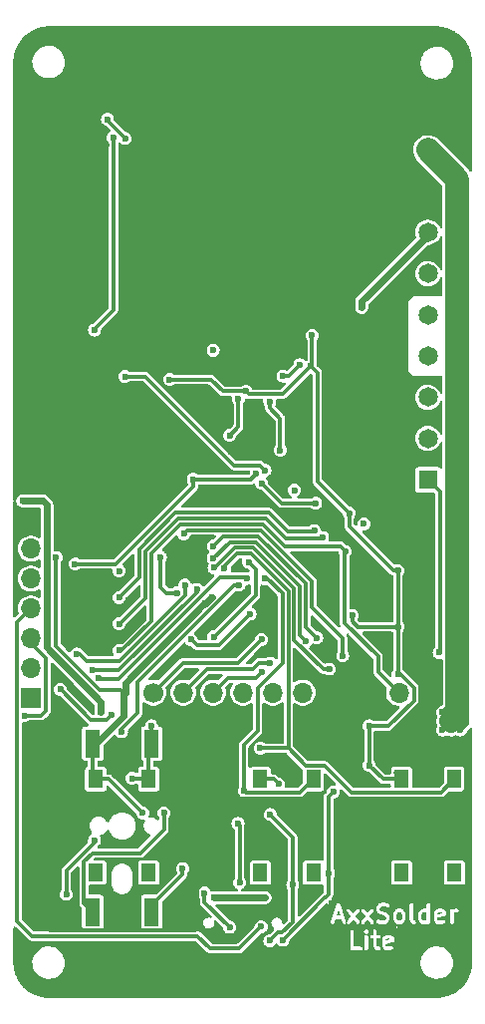
<source format=gbr>
%TF.GenerationSoftware,KiCad,Pcbnew,7.0.7*%
%TF.CreationDate,2024-05-25T17:21:06-04:00*%
%TF.ProjectId,AxxSolder,41787853-6f6c-4646-9572-2e6b69636164,rev?*%
%TF.SameCoordinates,Original*%
%TF.FileFunction,Copper,L1,Top*%
%TF.FilePolarity,Positive*%
%FSLAX46Y46*%
G04 Gerber Fmt 4.6, Leading zero omitted, Abs format (unit mm)*
G04 Created by KiCad (PCBNEW 7.0.7) date 2024-05-25 17:21:06*
%MOMM*%
%LPD*%
G01*
G04 APERTURE LIST*
%ADD10C,0.300000*%
%TA.AperFunction,ComponentPad*%
%ADD11O,1.700000X1.700000*%
%TD*%
%TA.AperFunction,ComponentPad*%
%ADD12C,1.700000*%
%TD*%
%TA.AperFunction,SMDPad,CuDef*%
%ADD13R,1.300000X1.550000*%
%TD*%
%TA.AperFunction,SMDPad,CuDef*%
%ADD14R,1.300000X2.400000*%
%TD*%
%TA.AperFunction,SMDPad,CuDef*%
%ADD15R,3.750000X4.000000*%
%TD*%
%TA.AperFunction,SMDPad,CuDef*%
%ADD16R,2.500000X3.200000*%
%TD*%
%TA.AperFunction,SMDPad,CuDef*%
%ADD17R,2.500000X2.700000*%
%TD*%
%TA.AperFunction,ComponentPad*%
%ADD18R,1.650000X1.650000*%
%TD*%
%TA.AperFunction,ComponentPad*%
%ADD19C,1.650000*%
%TD*%
%TA.AperFunction,ComponentPad*%
%ADD20R,1.700000X1.700000*%
%TD*%
%TA.AperFunction,ViaPad*%
%ADD21C,0.600000*%
%TD*%
%TA.AperFunction,Conductor*%
%ADD22C,0.300000*%
%TD*%
%TA.AperFunction,Conductor*%
%ADD23C,0.600000*%
%TD*%
%TA.AperFunction,Conductor*%
%ADD24C,2.000000*%
%TD*%
G04 APERTURE END LIST*
D10*
G36*
X194129943Y-142947769D02*
G01*
X194166947Y-142984773D01*
X194211653Y-143074185D01*
X194211653Y-143431938D01*
X194166946Y-143521351D01*
X194129941Y-143558356D01*
X194040529Y-143603062D01*
X193897063Y-143603062D01*
X193807649Y-143558355D01*
X193770644Y-143521350D01*
X193725939Y-143431938D01*
X193725939Y-143074185D01*
X193770644Y-142984774D01*
X193807649Y-142947769D01*
X193897063Y-142903062D01*
X194040529Y-142903062D01*
X194129943Y-142947769D01*
G37*
G36*
X196283082Y-142917196D02*
G01*
X196283082Y-143588928D01*
X196254815Y-143603062D01*
X196039920Y-143603062D01*
X195950506Y-143558355D01*
X195913501Y-143521350D01*
X195868796Y-143431938D01*
X195868796Y-143074185D01*
X195913501Y-142984774D01*
X195950506Y-142947769D01*
X196039920Y-142903062D01*
X196254814Y-142903062D01*
X196283082Y-142917196D01*
G37*
G36*
X197606993Y-142936294D02*
G01*
X197633168Y-142988645D01*
X197225939Y-143070091D01*
X197225939Y-143002757D01*
X197259170Y-142936294D01*
X197325635Y-142903062D01*
X197540529Y-142903062D01*
X197606993Y-142936294D01*
G37*
G36*
X188939255Y-143174491D02*
G01*
X188641196Y-143174491D01*
X188790225Y-142727403D01*
X188939255Y-143174491D01*
G37*
G36*
X199225939Y-144117348D02*
G01*
X187928984Y-144117348D01*
X187928984Y-143783134D01*
X188143270Y-143783134D01*
X188177995Y-143852583D01*
X188242791Y-143895364D01*
X188320297Y-143900017D01*
X188389746Y-143865292D01*
X188432527Y-143800496D01*
X188541196Y-143474491D01*
X189039255Y-143474491D01*
X189147923Y-143800496D01*
X189190704Y-143865293D01*
X189260153Y-143900017D01*
X189337659Y-143895365D01*
X189402456Y-143852583D01*
X189437180Y-143783134D01*
X189434098Y-143731778D01*
X189498884Y-143731778D01*
X189508136Y-143808871D01*
X189554694Y-143871010D01*
X189626083Y-143901545D01*
X189703176Y-143892293D01*
X189765315Y-143845735D01*
X190040224Y-143495850D01*
X190315134Y-143845735D01*
X190377273Y-143892293D01*
X190454366Y-143901545D01*
X190525755Y-143871010D01*
X190572313Y-143808871D01*
X190581565Y-143731778D01*
X190713170Y-143731778D01*
X190722422Y-143808871D01*
X190768980Y-143871010D01*
X190840369Y-143901545D01*
X190917462Y-143892293D01*
X190979601Y-143845735D01*
X191254510Y-143495850D01*
X191529420Y-143845735D01*
X191591559Y-143892293D01*
X191668652Y-143901545D01*
X191740041Y-143871010D01*
X191786599Y-143808871D01*
X191795851Y-143731778D01*
X191765316Y-143660389D01*
X191445273Y-143253062D01*
X191765316Y-142845735D01*
X191795851Y-142774346D01*
X191786599Y-142697253D01*
X191774896Y-142681634D01*
X191997368Y-142681634D01*
X192006291Y-142714937D01*
X192013204Y-142748716D01*
X192084632Y-142891573D01*
X192100655Y-142909642D01*
X192112731Y-142930558D01*
X192184160Y-143001986D01*
X192205074Y-143014060D01*
X192223143Y-143030083D01*
X192365999Y-143101512D01*
X192382225Y-143104832D01*
X192396702Y-143112869D01*
X192666440Y-143180303D01*
X192772799Y-143233482D01*
X192809803Y-143270487D01*
X192854511Y-143359901D01*
X192854511Y-143431937D01*
X192809803Y-143521351D01*
X192772800Y-143558355D01*
X192683387Y-143603062D01*
X192385997Y-143603062D01*
X192194802Y-143539331D01*
X192117296Y-143534679D01*
X192047847Y-143569404D01*
X192005065Y-143634200D01*
X192000413Y-143711706D01*
X192035138Y-143781155D01*
X192099934Y-143823937D01*
X192314220Y-143895365D01*
X192338328Y-143896812D01*
X192361654Y-143903062D01*
X192718796Y-143903062D01*
X192752101Y-143894137D01*
X192785877Y-143887226D01*
X192928736Y-143815798D01*
X192946805Y-143799774D01*
X192967721Y-143787699D01*
X193039149Y-143716270D01*
X193051223Y-143695355D01*
X193067246Y-143677287D01*
X193138675Y-143534431D01*
X193145588Y-143500648D01*
X193154511Y-143467348D01*
X193425939Y-143467348D01*
X193434862Y-143500651D01*
X193441775Y-143534430D01*
X193513203Y-143677287D01*
X193529226Y-143695356D01*
X193541301Y-143716271D01*
X193612730Y-143787700D01*
X193633644Y-143799774D01*
X193651714Y-143815798D01*
X193794572Y-143887226D01*
X193828347Y-143894137D01*
X193861653Y-143903062D01*
X194075939Y-143903062D01*
X194109242Y-143894138D01*
X194143021Y-143887226D01*
X194285878Y-143815798D01*
X194303947Y-143799774D01*
X194324862Y-143787700D01*
X194396291Y-143716271D01*
X194408365Y-143695356D01*
X194424389Y-143677287D01*
X194493644Y-143538776D01*
X194854510Y-143538776D01*
X194863433Y-143572077D01*
X194870346Y-143605858D01*
X194941775Y-143748716D01*
X194947860Y-143755578D01*
X194950762Y-143764283D01*
X194973302Y-143784270D01*
X194993290Y-143806811D01*
X195001994Y-143809712D01*
X195008857Y-143815798D01*
X195151715Y-143887226D01*
X195227784Y-143902793D01*
X195301445Y-143878239D01*
X195352960Y-143820144D01*
X195368527Y-143744074D01*
X195343973Y-143670413D01*
X195285878Y-143618898D01*
X195187742Y-143569830D01*
X195154510Y-143503366D01*
X195154510Y-143467348D01*
X195568796Y-143467348D01*
X195577719Y-143500651D01*
X195584632Y-143534430D01*
X195656060Y-143677287D01*
X195672083Y-143695356D01*
X195684158Y-143716271D01*
X195755587Y-143787700D01*
X195776501Y-143799774D01*
X195794571Y-143815798D01*
X195937429Y-143887226D01*
X195971204Y-143894137D01*
X196004510Y-143903062D01*
X196290224Y-143903062D01*
X196323529Y-143894137D01*
X196357305Y-143887226D01*
X196363123Y-143884316D01*
X196433082Y-143903062D01*
X196508082Y-143882966D01*
X196562986Y-143828062D01*
X196583082Y-143753062D01*
X196583082Y-143538776D01*
X196925939Y-143538776D01*
X196934863Y-143572081D01*
X196941775Y-143605857D01*
X197013203Y-143748716D01*
X197019290Y-143755580D01*
X197022191Y-143764283D01*
X197044726Y-143784266D01*
X197064718Y-143806811D01*
X197073423Y-143809712D01*
X197080286Y-143815798D01*
X197223144Y-143887227D01*
X197256928Y-143894140D01*
X197290225Y-143903062D01*
X197575939Y-143903062D01*
X197609242Y-143894138D01*
X197643021Y-143887226D01*
X197785878Y-143815798D01*
X197843973Y-143764283D01*
X197847713Y-143753062D01*
X198283081Y-143753062D01*
X198303177Y-143828062D01*
X198358081Y-143882966D01*
X198433081Y-143903062D01*
X198508081Y-143882966D01*
X198562985Y-143828062D01*
X198583081Y-143753062D01*
X198583081Y-143074186D01*
X198627788Y-142984772D01*
X198664792Y-142947769D01*
X198754206Y-142903062D01*
X198861653Y-142903062D01*
X198936653Y-142882966D01*
X198991557Y-142828062D01*
X199011653Y-142753062D01*
X198991557Y-142678062D01*
X198936653Y-142623158D01*
X198861653Y-142603062D01*
X198718796Y-142603062D01*
X198685495Y-142611984D01*
X198651713Y-142618898D01*
X198553118Y-142668195D01*
X198508081Y-142623158D01*
X198433081Y-142603062D01*
X198358081Y-142623158D01*
X198303177Y-142678062D01*
X198283081Y-142753062D01*
X198283081Y-143753062D01*
X197847713Y-143753062D01*
X197868527Y-143690622D01*
X197852960Y-143614552D01*
X197801445Y-143556457D01*
X197727784Y-143531903D01*
X197651715Y-143547470D01*
X197540529Y-143603062D01*
X197325634Y-143603062D01*
X197259171Y-143569831D01*
X197225939Y-143503367D01*
X197225939Y-143376032D01*
X197819643Y-143257292D01*
X197841583Y-143246443D01*
X197865225Y-143240109D01*
X197875816Y-143229517D01*
X197889245Y-143222878D01*
X197902822Y-143202511D01*
X197920129Y-143185205D01*
X197924006Y-143170735D01*
X197932315Y-143158272D01*
X197933890Y-143133847D01*
X197940225Y-143110205D01*
X197940225Y-142967348D01*
X197931302Y-142934047D01*
X197924389Y-142900265D01*
X197852960Y-142757409D01*
X197846873Y-142750545D01*
X197843973Y-142741843D01*
X197821432Y-142721854D01*
X197801444Y-142699314D01*
X197792741Y-142696413D01*
X197785878Y-142690327D01*
X197643021Y-142618898D01*
X197609240Y-142611985D01*
X197575939Y-142603062D01*
X197290225Y-142603062D01*
X197256923Y-142611985D01*
X197223143Y-142618898D01*
X197080285Y-142690327D01*
X197073422Y-142696412D01*
X197064718Y-142699314D01*
X197044730Y-142721854D01*
X197022190Y-142741842D01*
X197019288Y-142750546D01*
X197013203Y-142757409D01*
X196941775Y-142900266D01*
X196934862Y-142934044D01*
X196925939Y-142967348D01*
X196925939Y-143538776D01*
X196583082Y-143538776D01*
X196583082Y-142253062D01*
X196562986Y-142178062D01*
X196508082Y-142123158D01*
X196433082Y-142103062D01*
X196358082Y-142123158D01*
X196303178Y-142178062D01*
X196283082Y-142253062D01*
X196283082Y-142603062D01*
X196004510Y-142603062D01*
X195971209Y-142611984D01*
X195937427Y-142618898D01*
X195794571Y-142690327D01*
X195776502Y-142706349D01*
X195755588Y-142718424D01*
X195684159Y-142789852D01*
X195672083Y-142810767D01*
X195656060Y-142828837D01*
X195584632Y-142971694D01*
X195577719Y-143005472D01*
X195568796Y-143038776D01*
X195568796Y-143467348D01*
X195154510Y-143467348D01*
X195154510Y-142253062D01*
X195134414Y-142178062D01*
X195079510Y-142123158D01*
X195004510Y-142103062D01*
X194929510Y-142123158D01*
X194874606Y-142178062D01*
X194854510Y-142253062D01*
X194854510Y-143538776D01*
X194493644Y-143538776D01*
X194495817Y-143534429D01*
X194502728Y-143500653D01*
X194511653Y-143467348D01*
X194511653Y-143038776D01*
X194502728Y-143005470D01*
X194495817Y-142971695D01*
X194424389Y-142828837D01*
X194408365Y-142810767D01*
X194396290Y-142789852D01*
X194324861Y-142718424D01*
X194303946Y-142706349D01*
X194285878Y-142690327D01*
X194143021Y-142618898D01*
X194109240Y-142611985D01*
X194075939Y-142603062D01*
X193861653Y-142603062D01*
X193828352Y-142611984D01*
X193794570Y-142618898D01*
X193651714Y-142690327D01*
X193633645Y-142706349D01*
X193612731Y-142718424D01*
X193541302Y-142789852D01*
X193529226Y-142810767D01*
X193513203Y-142828837D01*
X193441775Y-142971694D01*
X193434862Y-143005472D01*
X193425939Y-143038776D01*
X193425939Y-143467348D01*
X193154511Y-143467348D01*
X193154511Y-143324491D01*
X193145588Y-143291190D01*
X193138675Y-143257408D01*
X193067246Y-143114552D01*
X193051223Y-143096483D01*
X193039149Y-143075569D01*
X192967721Y-143004140D01*
X192946805Y-142992064D01*
X192928736Y-142976041D01*
X192785878Y-142904612D01*
X192769653Y-142901291D01*
X192755176Y-142893255D01*
X192485438Y-142825820D01*
X192379078Y-142772640D01*
X192342073Y-142735635D01*
X192297368Y-142646224D01*
X192297368Y-142574185D01*
X192342073Y-142484774D01*
X192379078Y-142447769D01*
X192468492Y-142403062D01*
X192765885Y-142403062D01*
X192957076Y-142466793D01*
X193034582Y-142471446D01*
X193104031Y-142436722D01*
X193146813Y-142371925D01*
X193151466Y-142294419D01*
X193116741Y-142224970D01*
X193051945Y-142182188D01*
X192837659Y-142110760D01*
X192813553Y-142109312D01*
X192790225Y-142103062D01*
X192433082Y-142103062D01*
X192399781Y-142111984D01*
X192365999Y-142118898D01*
X192223143Y-142190327D01*
X192205074Y-142206349D01*
X192184160Y-142218424D01*
X192112731Y-142289852D01*
X192100655Y-142310767D01*
X192084632Y-142328837D01*
X192013204Y-142471694D01*
X192006291Y-142505472D01*
X191997368Y-142538776D01*
X191997368Y-142681634D01*
X191774896Y-142681634D01*
X191740041Y-142635114D01*
X191668652Y-142604579D01*
X191591559Y-142613831D01*
X191529420Y-142660389D01*
X191254510Y-143010273D01*
X190979601Y-142660389D01*
X190917462Y-142613831D01*
X190840369Y-142604579D01*
X190768980Y-142635114D01*
X190722422Y-142697253D01*
X190713170Y-142774346D01*
X190743705Y-142845735D01*
X191063747Y-143253062D01*
X190743705Y-143660389D01*
X190713170Y-143731778D01*
X190581565Y-143731778D01*
X190551030Y-143660389D01*
X190230987Y-143253062D01*
X190551030Y-142845735D01*
X190581565Y-142774346D01*
X190572313Y-142697253D01*
X190525755Y-142635114D01*
X190454366Y-142604579D01*
X190377273Y-142613831D01*
X190315134Y-142660389D01*
X190040224Y-143010273D01*
X189765315Y-142660389D01*
X189703176Y-142613831D01*
X189626083Y-142604579D01*
X189554694Y-142635114D01*
X189508136Y-142697253D01*
X189498884Y-142774346D01*
X189529419Y-142845735D01*
X189849461Y-143253062D01*
X189529419Y-143660389D01*
X189498884Y-143731778D01*
X189434098Y-143731778D01*
X189432528Y-143705628D01*
X188932527Y-142205628D01*
X188915931Y-142180492D01*
X188902456Y-142153541D01*
X188894799Y-142148485D01*
X188889746Y-142140832D01*
X188862803Y-142127360D01*
X188837659Y-142110759D01*
X188828501Y-142110209D01*
X188820297Y-142106107D01*
X188790228Y-142107912D01*
X188760153Y-142106107D01*
X188751946Y-142110210D01*
X188742791Y-142110760D01*
X188717655Y-142127355D01*
X188690704Y-142140831D01*
X188685648Y-142148487D01*
X188677995Y-142153541D01*
X188664521Y-142180487D01*
X188647923Y-142205628D01*
X188147923Y-143705628D01*
X188143270Y-143783134D01*
X187928984Y-143783134D01*
X187928984Y-141888776D01*
X199225939Y-141888776D01*
X199225939Y-144117348D01*
G37*
G36*
X193199851Y-145159060D02*
G01*
X193226026Y-145211411D01*
X192818796Y-145292857D01*
X192818797Y-145225523D01*
X192852028Y-145159060D01*
X192918493Y-145125828D01*
X193133387Y-145125828D01*
X193199851Y-145159060D01*
G37*
G36*
X193747369Y-146340114D02*
G01*
X189590224Y-146340114D01*
X189590224Y-145975828D01*
X189804510Y-145975828D01*
X189824606Y-146050828D01*
X189879510Y-146105732D01*
X189954510Y-146125828D01*
X190668796Y-146125828D01*
X190743796Y-146105732D01*
X190798700Y-146050828D01*
X190818796Y-145975828D01*
X191018796Y-145975828D01*
X191038892Y-146050828D01*
X191093796Y-146105732D01*
X191168796Y-146125828D01*
X191243796Y-146105732D01*
X191298700Y-146050828D01*
X191318796Y-145975828D01*
X191318796Y-144975828D01*
X191518797Y-144975828D01*
X191538893Y-145050828D01*
X191593797Y-145105732D01*
X191668797Y-145125828D01*
X191733082Y-145125828D01*
X191733082Y-145761542D01*
X191742005Y-145794843D01*
X191748918Y-145828624D01*
X191820347Y-145971482D01*
X191826432Y-145978344D01*
X191829334Y-145987049D01*
X191851874Y-146007036D01*
X191871862Y-146029577D01*
X191880566Y-146032478D01*
X191887429Y-146038564D01*
X192030287Y-146109992D01*
X192064062Y-146116903D01*
X192097368Y-146125828D01*
X192240225Y-146125828D01*
X192315225Y-146105732D01*
X192370129Y-146050828D01*
X192390225Y-145975828D01*
X192370129Y-145900828D01*
X192315225Y-145845924D01*
X192240225Y-145825828D01*
X192132778Y-145825828D01*
X192066314Y-145792596D01*
X192050787Y-145761542D01*
X192518797Y-145761542D01*
X192527721Y-145794847D01*
X192534633Y-145828623D01*
X192606061Y-145971482D01*
X192612148Y-145978346D01*
X192615049Y-145987049D01*
X192637584Y-146007032D01*
X192657576Y-146029577D01*
X192666281Y-146032478D01*
X192673144Y-146038564D01*
X192816002Y-146109993D01*
X192849786Y-146116906D01*
X192883083Y-146125828D01*
X193168797Y-146125828D01*
X193202100Y-146116904D01*
X193235879Y-146109992D01*
X193378736Y-146038564D01*
X193436831Y-145987049D01*
X193461385Y-145913388D01*
X193445818Y-145837318D01*
X193394303Y-145779223D01*
X193320642Y-145754669D01*
X193244573Y-145770236D01*
X193133387Y-145825828D01*
X192918492Y-145825828D01*
X192852029Y-145792597D01*
X192818797Y-145726132D01*
X192818797Y-145598798D01*
X193412501Y-145480058D01*
X193434441Y-145469209D01*
X193458083Y-145462875D01*
X193468674Y-145452283D01*
X193482103Y-145445644D01*
X193495680Y-145425277D01*
X193512987Y-145407971D01*
X193516864Y-145393501D01*
X193525173Y-145381038D01*
X193526748Y-145356613D01*
X193533083Y-145332971D01*
X193533083Y-145190114D01*
X193524160Y-145156813D01*
X193517247Y-145123031D01*
X193445818Y-144980175D01*
X193439731Y-144973311D01*
X193436831Y-144964609D01*
X193414290Y-144944620D01*
X193394302Y-144922080D01*
X193385599Y-144919179D01*
X193378736Y-144913093D01*
X193235879Y-144841664D01*
X193202098Y-144834751D01*
X193168797Y-144825828D01*
X192883083Y-144825828D01*
X192849781Y-144834751D01*
X192816001Y-144841664D01*
X192673143Y-144913093D01*
X192666280Y-144919178D01*
X192657576Y-144922080D01*
X192637588Y-144944620D01*
X192615048Y-144964608D01*
X192612146Y-144973312D01*
X192606061Y-144980175D01*
X192534633Y-145123032D01*
X192527720Y-145156810D01*
X192518797Y-145190114D01*
X192518797Y-145761542D01*
X192050787Y-145761542D01*
X192033082Y-145726132D01*
X192033082Y-145125828D01*
X192240225Y-145125828D01*
X192315225Y-145105732D01*
X192370129Y-145050828D01*
X192390225Y-144975828D01*
X192370129Y-144900828D01*
X192315225Y-144845924D01*
X192240225Y-144825828D01*
X192033082Y-144825828D01*
X192033082Y-144475828D01*
X192012986Y-144400828D01*
X191958082Y-144345924D01*
X191883082Y-144325828D01*
X191808082Y-144345924D01*
X191753178Y-144400828D01*
X191733082Y-144475828D01*
X191733082Y-144825828D01*
X191668797Y-144825828D01*
X191593797Y-144845924D01*
X191538893Y-144900828D01*
X191518797Y-144975828D01*
X191318796Y-144975828D01*
X191298700Y-144900828D01*
X191243796Y-144845924D01*
X191168796Y-144825828D01*
X191093796Y-144845924D01*
X191038892Y-144900828D01*
X191018796Y-144975828D01*
X191018796Y-145975828D01*
X190818796Y-145975828D01*
X190798700Y-145900828D01*
X190743796Y-145845924D01*
X190668796Y-145825828D01*
X190104510Y-145825828D01*
X190104510Y-144586081D01*
X190952479Y-144586081D01*
X190971304Y-144618685D01*
X190991302Y-144653323D01*
X191062730Y-144724751D01*
X191062732Y-144724752D01*
X191079831Y-144734624D01*
X191093796Y-144748589D01*
X191112869Y-144753699D01*
X191129972Y-144763574D01*
X191129973Y-144763574D01*
X191149721Y-144763574D01*
X191168796Y-144768685D01*
X191187871Y-144763574D01*
X191207619Y-144763574D01*
X191224721Y-144753700D01*
X191243796Y-144748589D01*
X191257759Y-144734625D01*
X191274861Y-144724752D01*
X191346290Y-144653324D01*
X191346292Y-144653322D01*
X191366289Y-144618685D01*
X191385114Y-144586081D01*
X191385114Y-144508435D01*
X191385114Y-144508434D01*
X191346291Y-144441191D01*
X191274862Y-144369762D01*
X191274861Y-144369761D01*
X191257759Y-144359887D01*
X191243796Y-144345924D01*
X191224721Y-144340812D01*
X191207619Y-144330939D01*
X191207618Y-144330939D01*
X191187871Y-144330939D01*
X191168796Y-144325828D01*
X191149721Y-144330939D01*
X191129972Y-144330939D01*
X191112869Y-144340813D01*
X191093796Y-144345924D01*
X191079831Y-144359888D01*
X191062730Y-144369762D01*
X191062729Y-144369762D01*
X191062729Y-144369763D01*
X190991301Y-144441191D01*
X190991302Y-144441191D01*
X190952479Y-144508434D01*
X190952479Y-144508435D01*
X190952479Y-144586081D01*
X190104510Y-144586081D01*
X190104510Y-144475828D01*
X190084414Y-144400828D01*
X190029510Y-144345924D01*
X189954510Y-144325828D01*
X189879510Y-144345924D01*
X189824606Y-144400828D01*
X189804510Y-144475828D01*
X189804510Y-145975828D01*
X189590224Y-145975828D01*
X189590224Y-144111542D01*
X193747369Y-144111542D01*
X193747369Y-146340114D01*
G37*
D11*
%TO.P,U1,7,GND*%
%TO.N,GND*%
X188290000Y-124253734D03*
%TO.P,U1,6,3V3*%
%TO.N,+3.3V*%
X185750000Y-124253734D03*
%TO.P,U1,5,SCK*%
%TO.N,/SPI_SCK*%
X183210000Y-124253734D03*
%TO.P,U1,4,MOSI*%
%TO.N,/SPI_MOSI*%
X180670000Y-124253734D03*
%TO.P,U1,3,RST*%
%TO.N,/SPI_RST*%
X178130000Y-124253734D03*
%TO.P,U1,2,DC*%
%TO.N,/SPI_DC*%
X175590000Y-124253734D03*
D12*
%TO.P,U1,1,CS*%
%TO.N,/SPI_CS*%
X173050000Y-124253734D03*
%TD*%
D13*
%TO.P,S1,1*%
%TO.N,/SW1*%
X172650000Y-131599734D03*
%TO.P,S1,2*%
%TO.N,+3.3V*%
X168150000Y-131599734D03*
%TO.P,S1,3*%
%TO.N,N/C*%
X172650000Y-139549734D03*
%TO.P,S1,4*%
X168150000Y-139549734D03*
%TD*%
%TO.P,S3,1*%
%TO.N,/SW3*%
X198650000Y-131599734D03*
%TO.P,S3,2*%
%TO.N,+3.3V*%
X194150000Y-131599734D03*
%TO.P,S3,3*%
%TO.N,N/C*%
X198650000Y-139549734D03*
%TO.P,S3,4*%
X194150000Y-139549734D03*
%TD*%
D14*
%TO.P,U2,A1*%
%TO.N,/ENC_B*%
X167900000Y-142874734D03*
%TO.P,U2,B1*%
%TO.N,GND*%
X170400000Y-142874734D03*
%TO.P,U2,C1*%
%TO.N,/ENC_A*%
X172900000Y-142874734D03*
%TO.P,U2,D1*%
%TO.N,+3.3V*%
X167900000Y-128574734D03*
%TO.P,U2,E1*%
%TO.N,/SW1*%
X172900000Y-128574734D03*
D15*
%TO.P,U2,MP*%
%TO.N,GND*%
X164025000Y-135574734D03*
D16*
X165400000Y-127674734D03*
D17*
X165400000Y-143224734D03*
D16*
X175400000Y-127674734D03*
D17*
X175400000Y-143224734D03*
D15*
X176775000Y-135574734D03*
%TD*%
D13*
%TO.P,S2,1*%
%TO.N,/SW2*%
X186650000Y-131599734D03*
%TO.P,S2,2*%
%TO.N,+3.3V*%
X182150000Y-131599734D03*
%TO.P,S2,3*%
%TO.N,N/C*%
X186650000Y-139549734D03*
%TO.P,S2,4*%
X182150000Y-139549734D03*
%TD*%
D18*
%TO.P,J2,1,1*%
%TO.N,/S_sense*%
X196400000Y-106174734D03*
D19*
%TO.P,J2,2,2*%
%TO.N,/H_sense2*%
X196400000Y-102674734D03*
%TO.P,J2,3,3*%
%TO.N,/H_sense1*%
X196400000Y-99174734D03*
%TO.P,J2,4,4*%
%TO.N,Earth*%
X196400000Y-95674734D03*
%TO.P,J2,5,5*%
%TO.N,/GREEN*%
X196400000Y-92174734D03*
%TO.P,J2,6,6*%
%TO.N,/BLUE*%
X196400000Y-88674734D03*
%TO.P,J2,7,7*%
%TO.N,/RED*%
X196400000Y-85174734D03*
%TO.P,J2,8,8*%
%TO.N,GND*%
X196400000Y-81674734D03*
%TO.P,J2,9,9*%
%TO.N,/VDD_IN*%
X196400000Y-78174734D03*
%TD*%
D20*
%TO.P,J3,1,Pin_1*%
%TO.N,GND*%
X196475000Y-124274734D03*
D11*
%TO.P,J3,2,Pin_2*%
%TO.N,/USR4*%
X193935000Y-124274734D03*
%TD*%
D20*
%TO.P,J4,1,Pin_1*%
%TO.N,GND*%
X162650000Y-109484734D03*
D11*
%TO.P,J4,2,Pin_2*%
%TO.N,+3.3V*%
X162650000Y-112024734D03*
%TO.P,J4,3,Pin_3*%
%TO.N,/NRST*%
X162650000Y-114564734D03*
%TO.P,J4,4,Pin_4*%
%TO.N,/SWCLK*%
X162650000Y-117104734D03*
%TO.P,J4,5,Pin_5*%
%TO.N,/SWDIO*%
X162650000Y-119644734D03*
%TO.P,J4,6,Pin_6*%
%TO.N,/USART_TX*%
X162650000Y-122184734D03*
%TD*%
D20*
%TO.P,TP13,1,1*%
%TO.N,/USART_RX*%
X162650000Y-124724734D03*
%TD*%
D21*
%TO.N,/SCL*%
X188000000Y-122250000D03*
%TO.N,GND*%
X174750000Y-121500000D03*
X175500000Y-120750000D03*
%TO.N,/SPI_CS*%
X182250000Y-119750000D03*
%TO.N,/SPI_DC*%
X183000000Y-121750000D03*
%TO.N,/SPI_RST*%
X182250000Y-122500000D03*
%TO.N,+3.3V*%
X189947120Y-117686265D03*
X186425000Y-96549734D03*
X191400000Y-127074734D03*
X189700000Y-109024734D03*
X178009620Y-116134354D03*
X180925000Y-98665047D03*
X186550000Y-93924734D03*
X172150000Y-134474734D03*
X177500000Y-116643974D03*
X193850000Y-122659734D03*
X193850000Y-118659734D03*
X174450000Y-97674734D03*
X191400000Y-130424734D03*
X164800000Y-112774734D03*
X193850000Y-113909734D03*
X183700250Y-132024985D03*
%TO.N,/ENC_B*%
X173950000Y-134474734D03*
%TO.N,/SWCLK*%
X182218037Y-144124734D03*
X166550000Y-120974734D03*
X175750000Y-115124734D03*
%TO.N,/SWDIO*%
X167860770Y-122324734D03*
X177400000Y-141274734D03*
X162099623Y-126201201D03*
X179550000Y-144174734D03*
X176750000Y-115474734D03*
%TO.N,/RED*%
X190775000Y-91549734D03*
%TO.N,GND*%
X176950000Y-133374734D03*
X185610336Y-94937834D03*
X180950000Y-80574734D03*
X162650000Y-81674734D03*
X173600000Y-126674734D03*
X179750000Y-127574734D03*
X166000000Y-130374734D03*
X193650000Y-80924734D03*
X177000000Y-68174734D03*
X176750000Y-93674734D03*
X161900000Y-85424734D03*
X179550000Y-78374734D03*
X176750000Y-91674734D03*
X174000000Y-68174734D03*
X172350000Y-75374734D03*
X173850000Y-72174734D03*
X174750000Y-68874734D03*
X165000000Y-104250000D03*
X161900000Y-83924734D03*
X186150000Y-126174734D03*
X162650000Y-82424734D03*
X161900000Y-82424734D03*
X196054352Y-114655382D03*
X175350000Y-86274734D03*
X187550000Y-94424734D03*
X186900000Y-89674734D03*
X161900000Y-84674734D03*
X179550000Y-80574734D03*
X182400000Y-89674734D03*
X184102983Y-104433683D03*
X170250000Y-68874734D03*
X174850000Y-84674734D03*
X162650000Y-85424734D03*
X163150000Y-140174734D03*
X192900000Y-80924734D03*
X177750000Y-68174734D03*
X186900000Y-87924734D03*
X166200000Y-117874734D03*
X162650000Y-80924734D03*
X165000000Y-105000000D03*
X186900000Y-90424734D03*
X180250000Y-120250000D03*
X167350000Y-117874734D03*
X193050000Y-111209734D03*
X171000000Y-68174734D03*
X180950000Y-78374734D03*
X187650000Y-126174734D03*
X165250000Y-125674732D03*
X162650000Y-83174734D03*
X173100000Y-72174734D03*
X173250000Y-68174734D03*
X182850000Y-126074734D03*
X178850000Y-78374734D03*
X179350000Y-138824734D03*
X191400000Y-125674734D03*
X173100000Y-75374734D03*
X174750000Y-68174734D03*
X180750000Y-119500000D03*
X161900000Y-81674734D03*
X181650000Y-80574734D03*
X193650000Y-80174734D03*
X180900000Y-89674734D03*
X191225000Y-137674734D03*
X186150000Y-90424734D03*
X193050000Y-115709734D03*
X166750000Y-132974734D03*
X185400000Y-88674734D03*
X197408409Y-122659734D03*
X176750000Y-92674734D03*
X162400000Y-133174734D03*
X186000000Y-122000000D03*
X191950000Y-146874734D03*
X181650000Y-90474734D03*
X186900000Y-88674734D03*
X177750000Y-68874734D03*
X174000000Y-68874734D03*
X181050000Y-83674734D03*
X195150000Y-80924734D03*
X179656990Y-103767744D03*
X173850000Y-75374734D03*
X185400000Y-87924734D03*
X186695379Y-112474734D03*
X186550000Y-92174734D03*
X161900000Y-80174734D03*
X194400000Y-80924734D03*
X194400000Y-80174734D03*
X185400000Y-89674734D03*
X188400000Y-126174734D03*
X183550000Y-139674734D03*
X162650000Y-83924734D03*
X186150000Y-88674734D03*
X195150000Y-80174734D03*
X175500000Y-68874734D03*
X169350000Y-138774734D03*
X177155000Y-143191734D03*
X180250000Y-80574734D03*
X178081739Y-118724734D03*
X192700000Y-146874734D03*
X166150000Y-112574734D03*
X192900000Y-80174734D03*
X172500000Y-68874734D03*
X170250000Y-68174734D03*
X177350000Y-107974734D03*
X161900000Y-83174734D03*
X193450000Y-146874734D03*
X174250000Y-112174734D03*
X182400000Y-90474734D03*
X166683958Y-77024734D03*
X185400000Y-90424734D03*
X193050000Y-120209734D03*
X196059340Y-110181574D03*
X176050000Y-86274734D03*
X171600000Y-72174734D03*
X169000002Y-77677530D03*
X189950000Y-113974734D03*
X180450000Y-113774734D03*
X184169998Y-143374734D03*
X176250000Y-68174734D03*
X196043750Y-119165984D03*
X180250000Y-78374734D03*
X172500000Y-68174734D03*
X167550000Y-132974734D03*
X180900000Y-90474734D03*
X186150000Y-89674734D03*
X172250000Y-84074734D03*
X176250000Y-68874734D03*
X165000000Y-103500000D03*
X162650000Y-80174734D03*
X171750000Y-68174734D03*
X166750000Y-130374734D03*
X185400000Y-126174734D03*
X171600000Y-75374734D03*
X165000000Y-102750000D03*
X163150000Y-133174734D03*
X173250000Y-68874734D03*
X178850000Y-80574734D03*
X186150000Y-87924734D03*
X161900000Y-80924734D03*
X181650000Y-89674734D03*
X171750000Y-68874734D03*
X162650000Y-84674734D03*
X172350000Y-72174734D03*
X171000000Y-68874734D03*
X195900000Y-80174734D03*
X167300000Y-112574734D03*
X177000000Y-68874734D03*
X177150000Y-119574734D03*
X175500000Y-68174734D03*
%TO.N,/NRST*%
X181814682Y-105689870D03*
X176450000Y-106124734D03*
X166402983Y-113333683D03*
%TO.N,/USB_D-*%
X180250000Y-135374734D03*
X180400000Y-140374734D03*
%TO.N,/VBUS*%
X178250000Y-141671734D03*
X182550000Y-141671734D03*
%TO.N,/SCL*%
X178217737Y-113650107D03*
%TO.N,/SDA*%
X175650000Y-110774734D03*
X189154670Y-121135165D03*
%TO.N,/VDD_IN*%
X197650000Y-127424734D03*
X197650000Y-125924734D03*
X197650000Y-126674734D03*
X198400000Y-125924734D03*
X198400000Y-126674734D03*
X199150000Y-127424734D03*
X199150000Y-126674734D03*
X199150000Y-125924734D03*
X198400000Y-127424734D03*
%TO.N,/CC2*%
X184900000Y-140574734D03*
X182950000Y-145321734D03*
X182977880Y-134602614D03*
%TO.N,/CC1*%
X188350000Y-132699734D03*
X184051893Y-145276627D03*
X187950000Y-139574734D03*
%TO.N,/SW1*%
X171250000Y-131524734D03*
X172900000Y-127074734D03*
%TO.N,/TC*%
X182950000Y-99574734D03*
X185050000Y-107074734D03*
X183850000Y-103674734D03*
%TO.N,/SW2*%
X182551168Y-114573566D03*
X180800000Y-132574734D03*
%TO.N,/SW3*%
X182150000Y-128976144D03*
X179099977Y-113743996D03*
%TO.N,/Heater*%
X178150000Y-95174734D03*
%TO.N,/ENC_A*%
X181151168Y-113173566D03*
X175550000Y-139174734D03*
X178200000Y-119515779D03*
%TO.N,Net-(IC2A--)*%
X184075000Y-97374734D03*
X185500000Y-96424734D03*
%TO.N,Net-(IC3-FB)*%
X170643927Y-77198911D03*
X169150000Y-75574734D03*
%TO.N,VDD*%
X169650510Y-77124734D03*
X168050000Y-93474734D03*
%TO.N,/USR1*%
X175063085Y-115787820D03*
X176253631Y-119728819D03*
X173650000Y-112774734D03*
X181266396Y-117591130D03*
X170150000Y-113924734D03*
%TO.N,/USR2*%
X186750000Y-110474734D03*
X170150000Y-116174734D03*
%TO.N,/USART_RX*%
X180350866Y-115117354D03*
X165150000Y-123974734D03*
X169500000Y-126124734D03*
X170350000Y-127574734D03*
%TO.N,/CURRENT*%
X179550000Y-102424734D03*
X180274542Y-99316675D03*
%TO.N,/USR3*%
X187440380Y-111084354D03*
X170150000Y-118424734D03*
%TO.N,/USR4*%
X170150000Y-120674734D03*
X189377120Y-112257614D03*
%TO.N,/VBUS_IN*%
X170650000Y-97424734D03*
X182550000Y-105374734D03*
%TO.N,/USART_TX*%
X181000000Y-114556025D03*
X168437166Y-123024165D03*
%TO.N,/CC2_*%
X186050000Y-119874734D03*
X178150000Y-112824734D03*
%TO.N,/CC1_*%
X186950000Y-119599734D03*
X178150000Y-111824734D03*
%TO.N,/S_sense*%
X197350000Y-120834734D03*
%TO.N,+7.5V*%
X168600000Y-125924734D03*
X168050000Y-136774734D03*
X165650000Y-141374734D03*
X161950000Y-107974734D03*
%TO.N,/I_LEAK*%
X190950000Y-109924734D03*
X182250000Y-106474734D03*
X186850000Y-108174734D03*
%TD*%
D22*
%TO.N,/SCL*%
X181563302Y-111959354D02*
X185030000Y-115426051D01*
X178274627Y-113650107D02*
X179965380Y-111959354D01*
X179965380Y-111959354D02*
X181563302Y-111959354D01*
X178217737Y-113650107D02*
X178274627Y-113650107D01*
X185030000Y-115426051D02*
X185030000Y-119780000D01*
X185030000Y-119780000D02*
X187500000Y-122250000D01*
X187500000Y-122250000D02*
X188000000Y-122250000D01*
%TO.N,/SW2*%
X181925000Y-123825000D02*
X184030000Y-121720000D01*
X184030000Y-121720000D02*
X184030000Y-115854734D01*
X182551168Y-114573566D02*
X182748832Y-114573566D01*
X182748832Y-114573566D02*
X184030000Y-115854734D01*
X181925000Y-127511478D02*
X180729573Y-128706905D01*
X180729573Y-132504307D02*
X180800000Y-132574734D01*
X181925000Y-123825000D02*
X181925000Y-127511478D01*
X180729573Y-128706905D02*
X180729573Y-132504307D01*
%TO.N,/SPI_CS*%
X173050000Y-124253734D02*
X175553734Y-121750000D01*
X175553734Y-121750000D02*
X180250000Y-121750000D01*
X180250000Y-121750000D02*
X182250000Y-119750000D01*
%TO.N,/SPI_DC*%
X182000000Y-121750000D02*
X183000000Y-121750000D01*
X181500000Y-122250000D02*
X182000000Y-121750000D01*
%TO.N,/SPI_RST*%
X181750000Y-123000000D02*
X182250000Y-122500000D01*
%TO.N,/SPI_DC*%
X177593734Y-122250000D02*
X181500000Y-122250000D01*
X175590000Y-124253734D02*
X177593734Y-122250000D01*
%TO.N,/SPI_RST*%
X180500000Y-123000000D02*
X181750000Y-123000000D01*
X178130000Y-124253734D02*
X179383734Y-123000000D01*
X179383734Y-123000000D02*
X180500000Y-123000000D01*
%TO.N,+3.3V*%
X168150000Y-131599734D02*
X169275000Y-131599734D01*
X194150000Y-131599734D02*
X193650000Y-131099734D01*
X181184687Y-98924734D02*
X180925000Y-98665047D01*
X189947120Y-117686265D02*
X189947120Y-118171854D01*
X168518497Y-124024734D02*
X164800000Y-120306237D01*
X189700000Y-109024734D02*
X189700000Y-110124734D01*
X164800000Y-120306237D02*
X164800000Y-112774734D01*
X167900000Y-128574734D02*
X167900000Y-131349734D01*
X186425000Y-96549734D02*
X186550000Y-96424734D01*
X170650000Y-124274734D02*
X170510000Y-124274734D01*
X186425000Y-96549734D02*
X186900000Y-97024734D01*
D23*
X170510000Y-126246105D02*
X168181371Y-128574734D01*
D22*
X184050000Y-98924734D02*
X181184687Y-98924734D01*
X193485000Y-113909734D02*
X193850000Y-113909734D01*
X183274999Y-131599734D02*
X182150000Y-131599734D01*
D23*
X178009620Y-116134354D02*
X177369238Y-116774734D01*
X177500000Y-116643974D02*
X178009620Y-116134354D01*
D22*
X187000000Y-97124734D02*
X187000000Y-106324734D01*
X169275000Y-131599734D02*
X172150000Y-134474734D01*
X189947120Y-118171854D02*
X190450000Y-118674734D01*
X191400000Y-130424734D02*
X192575000Y-131599734D01*
D23*
X168181371Y-128574734D02*
X167900000Y-128574734D01*
X177328861Y-116774734D02*
X170650000Y-123453595D01*
D22*
X189700000Y-110124734D02*
X193485000Y-113909734D01*
X195200000Y-124924734D02*
X195200000Y-123842677D01*
X191400000Y-130424734D02*
X191400000Y-127074734D01*
X186425000Y-96549734D02*
X184050000Y-98924734D01*
X195200000Y-123842677D02*
X194017057Y-122659734D01*
X170260000Y-124024734D02*
X168518497Y-124024734D01*
X170510000Y-124274734D02*
X170260000Y-124024734D01*
X191400000Y-127074734D02*
X193050000Y-127074734D01*
X193850000Y-118659734D02*
X193850000Y-122659734D01*
X183700250Y-132024985D02*
X183274999Y-131599734D01*
X192575000Y-131599734D02*
X194150000Y-131599734D01*
D23*
X177369238Y-116774734D02*
X177328861Y-116774734D01*
D22*
X187000000Y-106324734D02*
X189700000Y-109024734D01*
X194017057Y-122659734D02*
X193850000Y-122659734D01*
X174450000Y-97674734D02*
X177955761Y-97674734D01*
X186900000Y-97024734D02*
X187000000Y-97124734D01*
X167900000Y-131349734D02*
X168150000Y-131599734D01*
X178946074Y-98665047D02*
X180925000Y-98665047D01*
X177955761Y-97674734D02*
X178946074Y-98665047D01*
X193850000Y-113909734D02*
X193850000Y-118659734D01*
D23*
X170650000Y-123453595D02*
X170650000Y-124274734D01*
D22*
X193835000Y-118674734D02*
X193850000Y-118659734D01*
D23*
X170510000Y-124274734D02*
X170510000Y-126246105D01*
D22*
X193050000Y-127074734D02*
X195200000Y-124924734D01*
X186550000Y-96424734D02*
X186550000Y-93924734D01*
X190450000Y-118674734D02*
X193835000Y-118674734D01*
%TO.N,/ENC_B*%
X173950000Y-134474734D02*
X173950000Y-135874734D01*
X167150000Y-142124734D02*
X167900000Y-142874734D01*
X171950000Y-137874734D02*
X167850000Y-137874734D01*
X173950000Y-135874734D02*
X171950000Y-137874734D01*
X167850000Y-137874734D02*
X167150000Y-138574734D01*
X167150000Y-138574734D02*
X167150000Y-142124734D01*
%TO.N,/SWCLK*%
X166750000Y-120974734D02*
X167350000Y-121574734D01*
X170195411Y-121574734D02*
X175750000Y-116020145D01*
X161450000Y-118304734D02*
X162650000Y-117104734D01*
X167350000Y-121574734D02*
X170195411Y-121574734D01*
X175750000Y-116020145D02*
X175750000Y-115124734D01*
X161450000Y-143674734D02*
X161450000Y-118304734D01*
X182218037Y-144124734D02*
X180360656Y-145982115D01*
X177876620Y-145982115D02*
X176819239Y-144924734D01*
X180360656Y-145982115D02*
X177876620Y-145982115D01*
X176819239Y-144924734D02*
X162700000Y-144924734D01*
X166550000Y-120974734D02*
X166750000Y-120974734D01*
X162700000Y-144924734D02*
X161450000Y-143674734D01*
%TO.N,/SWDIO*%
X177400000Y-142024734D02*
X179550000Y-144174734D01*
X162753553Y-120098266D02*
X162753553Y-119748287D01*
X177400000Y-141274734D02*
X177400000Y-142024734D01*
X163950000Y-125774734D02*
X163950000Y-121294713D01*
X170103086Y-122374165D02*
X176750000Y-115727251D01*
X163523533Y-126201201D02*
X163950000Y-125774734D01*
X163950000Y-121294713D02*
X162753553Y-120098266D01*
X167910201Y-122374165D02*
X170103086Y-122374165D01*
X162099623Y-126201201D02*
X163523533Y-126201201D01*
X176750000Y-115727251D02*
X176750000Y-115474734D01*
X167860770Y-122324734D02*
X167910201Y-122374165D01*
D23*
%TO.N,/RED*%
X190775000Y-91049734D02*
X196400000Y-85424734D01*
X190775000Y-91549734D02*
X190775000Y-91049734D01*
X196400000Y-85424734D02*
X196400000Y-85174734D01*
D22*
%TO.N,GND*%
X196200937Y-110323171D02*
X196059340Y-110181574D01*
X181050000Y-104374734D02*
X184044034Y-104374734D01*
X172250000Y-84074734D02*
X174250000Y-84074734D01*
X197408409Y-122659734D02*
X196475000Y-123593143D01*
X196043750Y-119165984D02*
X196169988Y-119039746D01*
X179350000Y-138149734D02*
X176775000Y-135574734D01*
X186550000Y-90824734D02*
X186150000Y-90424734D01*
X165400000Y-134199734D02*
X165400000Y-127674734D01*
X170550000Y-144424734D02*
X166350000Y-144424734D01*
X196200937Y-114508797D02*
X196200937Y-110323171D01*
X176750000Y-135599734D02*
X176750000Y-142124734D01*
X169295000Y-138829734D02*
X169295000Y-141769734D01*
X166350000Y-144424734D02*
X165400000Y-143474734D01*
X162400000Y-137199734D02*
X164025000Y-135574734D01*
X165400000Y-143474734D02*
X164650000Y-143474734D01*
D23*
X186150000Y-90424734D02*
X185400000Y-90424734D01*
D22*
X170550000Y-143024734D02*
X170400000Y-142874734D01*
X176775000Y-135574734D02*
X176750000Y-135599734D01*
X174250000Y-84074734D02*
X174850000Y-84674734D01*
D23*
X192400000Y-81674734D02*
X186150000Y-87924734D01*
D22*
X199650000Y-130674734D02*
X199650000Y-132519710D01*
D23*
X167716042Y-78056818D02*
X166683958Y-77024734D01*
D22*
X186550000Y-92174734D02*
X187550000Y-93174734D01*
X169350000Y-138774734D02*
X169295000Y-138829734D01*
D23*
X186150000Y-88674734D02*
X185400000Y-88674734D01*
D22*
X175908475Y-128183209D02*
X175400000Y-127674734D01*
X170550000Y-144424734D02*
X170550000Y-143024734D01*
X174400000Y-126674734D02*
X175400000Y-127674734D01*
X174450000Y-144424734D02*
X170550000Y-144424734D01*
X176775000Y-135574734D02*
X175650000Y-134449734D01*
X196475000Y-123593143D02*
X196475000Y-124459734D01*
D23*
X185400000Y-88674734D02*
X185400000Y-87924734D01*
D22*
X199650000Y-132519710D02*
X196744976Y-135424734D01*
D23*
X185400000Y-89674734D02*
X185400000Y-88674734D01*
D22*
X179656990Y-103767744D02*
X180443010Y-103767744D01*
X173600000Y-126674734D02*
X174400000Y-126674734D01*
X193450000Y-135424734D02*
X193450000Y-135449734D01*
X193450000Y-135449734D02*
X191225000Y-137674734D01*
X165250000Y-127524734D02*
X165400000Y-127674734D01*
D23*
X196400000Y-81674734D02*
X192400000Y-81674734D01*
D22*
X196169988Y-119039746D02*
X196169988Y-114771018D01*
X164025000Y-135574734D02*
X165400000Y-134199734D01*
X176811226Y-138513508D02*
X176750000Y-138574734D01*
X169295000Y-141769734D02*
X170400000Y-142874734D01*
X196475000Y-124459734D02*
X196890000Y-124874734D01*
X191225000Y-137674734D02*
X191175000Y-137724734D01*
X165250000Y-125674732D02*
X165250000Y-127524734D01*
X163150000Y-140174734D02*
X164025000Y-139299734D01*
X196890000Y-124874734D02*
X196890000Y-127914734D01*
D23*
X185400000Y-90424734D02*
X185400000Y-89674734D01*
X185400000Y-89674734D02*
X186150000Y-89674734D01*
D22*
X187550000Y-93174734D02*
X187550000Y-94424734D01*
D23*
X185400000Y-87924734D02*
X186150000Y-87924734D01*
D22*
X196169988Y-114771018D02*
X196054352Y-114655382D01*
X164650000Y-143474734D02*
X163150000Y-141974734D01*
X179350000Y-138824734D02*
X179350000Y-138149734D01*
X196054352Y-114655382D02*
X196200937Y-114508797D01*
X175400000Y-127674734D02*
X175400000Y-126696734D01*
X186550000Y-92174734D02*
X186550000Y-90824734D01*
X163150000Y-141974734D02*
X163150000Y-140174734D01*
X180443010Y-103767744D02*
X181050000Y-104374734D01*
X196744976Y-135424734D02*
X193450000Y-135424734D01*
D23*
X169000002Y-77677530D02*
X168620714Y-78056818D01*
D22*
X197408409Y-122659734D02*
X196043750Y-121295075D01*
X196890000Y-127914734D02*
X199650000Y-130674734D01*
X164025000Y-139299734D02*
X164025000Y-135574734D01*
X184044034Y-104374734D02*
X184102983Y-104433683D01*
X176775000Y-137585226D02*
X176775000Y-135574734D01*
X176750000Y-142124734D02*
X174450000Y-144424734D01*
D23*
X168620714Y-78056818D02*
X167932084Y-78056818D01*
D22*
X196043750Y-121295075D02*
X196043750Y-119165984D01*
%TO.N,/NRST*%
X169869733Y-113333683D02*
X166402983Y-113333683D01*
X176450000Y-106124734D02*
X176450000Y-106753416D01*
X181814682Y-105689870D02*
X181329818Y-106174734D01*
X181329818Y-106174734D02*
X176500000Y-106174734D01*
X176500000Y-106174734D02*
X176450000Y-106124734D01*
X176450000Y-106753416D02*
X169869733Y-113333683D01*
%TO.N,/USB_D-*%
X180250000Y-135374734D02*
X180400000Y-135524734D01*
X180400000Y-135524734D02*
X180400000Y-140374734D01*
D23*
%TO.N,/VBUS*%
X182550000Y-141671734D02*
X178250000Y-141671734D01*
D22*
%TO.N,/SDA*%
X189154670Y-119655749D02*
X189154670Y-121135165D01*
X175650000Y-110774734D02*
X175965380Y-110459354D01*
X175965380Y-110459354D02*
X182184620Y-110459354D01*
X186530000Y-114804732D02*
X186530000Y-117031079D01*
X186530000Y-117031079D02*
X189154670Y-119655749D01*
X182184620Y-110459354D02*
X186530000Y-114804732D01*
%TO.N,/VDD_IN*%
X199200000Y-127424734D02*
X199750000Y-126874734D01*
X199750000Y-125016325D02*
X198908409Y-124174734D01*
X199150000Y-127424734D02*
X199200000Y-127424734D01*
X197650000Y-125924734D02*
X198908409Y-124666325D01*
D24*
X198908409Y-119561822D02*
X198908409Y-124174734D01*
D22*
X198908409Y-124666325D02*
X198908409Y-124174734D01*
D24*
X196400000Y-78174734D02*
X198900000Y-80674734D01*
X198900000Y-80674734D02*
X198900000Y-119553413D01*
X198908409Y-124174734D02*
X198908409Y-126166325D01*
X198908409Y-126166325D02*
X198400000Y-126674734D01*
D22*
X199750000Y-126874734D02*
X199750000Y-125016325D01*
%TO.N,/CC2*%
X183645107Y-144626627D02*
X183998107Y-144626627D01*
X183998107Y-144626627D02*
X184900000Y-143724734D01*
X182950000Y-145321734D02*
X183645107Y-144626627D01*
X184900000Y-136524734D02*
X184900000Y-140574734D01*
X184900000Y-143724734D02*
X184900000Y-140574734D01*
X182977880Y-134602614D02*
X184900000Y-136524734D01*
%TO.N,/CC1*%
X187950000Y-141381840D02*
X187950000Y-139574734D01*
X184055213Y-145276627D02*
X187573801Y-141758039D01*
X187573801Y-141758039D02*
X187573801Y-141738509D01*
X188350000Y-132699734D02*
X187950000Y-133099734D01*
X187798355Y-141533485D02*
X187950000Y-141381840D01*
X184051893Y-145276627D02*
X184055213Y-145276627D01*
X187573801Y-141738509D02*
X187778825Y-141533485D01*
X187778825Y-141533485D02*
X187798355Y-141533485D01*
X187950000Y-133099734D02*
X187950000Y-139574734D01*
%TO.N,/SW1*%
X172650000Y-128824734D02*
X172900000Y-128574734D01*
X172900000Y-127074734D02*
X172900000Y-128574734D01*
X172575000Y-131524734D02*
X172650000Y-131599734D01*
X172650000Y-131599734D02*
X172650000Y-128824734D01*
X171250000Y-131524734D02*
X172575000Y-131524734D01*
%TO.N,/TC*%
X182950000Y-100092494D02*
X183850000Y-100992494D01*
X182950000Y-99574734D02*
X182950000Y-100092494D01*
X183850000Y-100992494D02*
X183850000Y-103674734D01*
%TO.N,/SW2*%
X186650000Y-131599734D02*
X185525000Y-132724734D01*
X180950000Y-132724734D02*
X180800000Y-132574734D01*
X186950000Y-131299734D02*
X186650000Y-131599734D01*
X185525000Y-132724734D02*
X180950000Y-132724734D01*
%TO.N,/SW3*%
X180172486Y-112459354D02*
X181356196Y-112459354D01*
X182150000Y-128976144D02*
X184530000Y-128976144D01*
X184530000Y-128976144D02*
X184530000Y-128654734D01*
X197525000Y-132724734D02*
X189900000Y-132724734D01*
X184530000Y-115633158D02*
X184530000Y-128654734D01*
X181356196Y-112459354D02*
X184530000Y-115633158D01*
X179099977Y-113531863D02*
X180172486Y-112459354D01*
X179099977Y-113743996D02*
X179099977Y-113531863D01*
X189900000Y-132724734D02*
X187650000Y-130474734D01*
X184530000Y-128954734D02*
X184530000Y-128654734D01*
X186050000Y-130474734D02*
X184530000Y-128954734D01*
X198650000Y-131599734D02*
X197525000Y-132724734D01*
X187650000Y-130474734D02*
X186050000Y-130474734D01*
%TO.N,/ENC_A*%
X181750000Y-115975712D02*
X178209933Y-119515779D01*
X181750000Y-113772398D02*
X181750000Y-115975712D01*
X181151168Y-113173566D02*
X181750000Y-113772398D01*
X175550000Y-139174734D02*
X175550000Y-139674734D01*
X178209933Y-119515779D02*
X178200000Y-119515779D01*
X172900000Y-142324734D02*
X172900000Y-142874734D01*
X175550000Y-139674734D02*
X172900000Y-142324734D01*
%TO.N,Net-(IC2A--)*%
X184075000Y-97374734D02*
X184550000Y-97374734D01*
X184550000Y-97374734D02*
X185500000Y-96424734D01*
%TO.N,Net-(IC3-FB)*%
X170643927Y-77198911D02*
X170643927Y-77168661D01*
X169150000Y-75674734D02*
X169150000Y-75574734D01*
X169150000Y-75574734D02*
X169050000Y-75574734D01*
X170643927Y-77168661D02*
X169150000Y-75674734D01*
%TO.N,VDD*%
X169650000Y-91774734D02*
X168050000Y-93374734D01*
X169650000Y-77125244D02*
X169650000Y-91774734D01*
X169650510Y-77124734D02*
X169650000Y-77125244D01*
X168050000Y-93374734D02*
X168050000Y-93474734D01*
%TO.N,/USR1*%
X173650000Y-115274734D02*
X173650000Y-112774734D01*
X175063085Y-115787820D02*
X174163086Y-115787820D01*
X176749546Y-120224734D02*
X176253631Y-119728819D01*
X178632792Y-120224734D02*
X176749546Y-120224734D01*
X174163086Y-115787820D02*
X173650000Y-115274734D01*
X181266396Y-117591130D02*
X178632792Y-120224734D01*
%TO.N,/USR2*%
X186750000Y-110474734D02*
X186650000Y-110574734D01*
X182841726Y-108959354D02*
X174951168Y-108959354D01*
X171858274Y-114466460D02*
X170150000Y-116174734D01*
X186650000Y-110574734D02*
X184457106Y-110574734D01*
X184457106Y-110574734D02*
X182841726Y-108959354D01*
X171858274Y-112052248D02*
X171858274Y-114466460D01*
X174951168Y-108959354D02*
X171858274Y-112052248D01*
%TO.N,/USART_RX*%
X171710000Y-123353210D02*
X171710000Y-126014734D01*
X167750000Y-126574734D02*
X165150000Y-123974734D01*
X169500000Y-126124734D02*
X169050000Y-126574734D01*
X162150000Y-124754734D02*
X162650000Y-124254734D01*
X180350866Y-115117354D02*
X179945856Y-115117354D01*
X171710000Y-126014734D02*
X170350000Y-127374734D01*
X169050000Y-126574734D02*
X167750000Y-126574734D01*
X170350000Y-127374734D02*
X170350000Y-127574734D01*
X179945856Y-115117354D02*
X171710000Y-123353210D01*
%TO.N,/CURRENT*%
X180274542Y-101700192D02*
X179550000Y-102424734D01*
X180274542Y-99316675D02*
X180274542Y-101700192D01*
%TO.N,/USR3*%
X182634620Y-109459354D02*
X175158274Y-109459354D01*
X172358274Y-112259354D02*
X172358274Y-116216460D01*
X187400000Y-111124734D02*
X184300000Y-111124734D01*
X175158274Y-109459354D02*
X172358274Y-112259354D01*
X172358274Y-116216460D02*
X170150000Y-118424734D01*
X184300000Y-111124734D02*
X182634620Y-109459354D01*
X187440380Y-111084354D02*
X187400000Y-111124734D01*
%TO.N,/USR4*%
X189297120Y-118321854D02*
X192150000Y-121174734D01*
X184257106Y-111824734D02*
X182391726Y-109959354D01*
X189297120Y-112337614D02*
X189297120Y-118321854D01*
X170388305Y-120674734D02*
X170150000Y-120674734D01*
X172858274Y-118204765D02*
X170388305Y-120674734D01*
X172858274Y-112466460D02*
X172858274Y-118204765D01*
X192150000Y-122489734D02*
X193935000Y-124274734D01*
X192150000Y-121174734D02*
X192150000Y-122489734D01*
X189377120Y-112257614D02*
X188944240Y-111824734D01*
X189377120Y-112257614D02*
X189297120Y-112337614D01*
X175365380Y-109959354D02*
X172858274Y-112466460D01*
X182391726Y-109959354D02*
X175365380Y-109959354D01*
X188944240Y-111824734D02*
X184257106Y-111824734D01*
%TO.N,/VBUS_IN*%
X179944740Y-104974734D02*
X172394740Y-97424734D01*
X182150000Y-104974734D02*
X179944740Y-104974734D01*
X182550000Y-105374734D02*
X182150000Y-104974734D01*
X172394740Y-97424734D02*
X170650000Y-97424734D01*
%TO.N,/USART_TX*%
X170110509Y-123073848D02*
X178717003Y-114467354D01*
X180911329Y-114467354D02*
X181000000Y-114556025D01*
X178717003Y-114467354D02*
X180911329Y-114467354D01*
X168486849Y-123073848D02*
X170110509Y-123073848D01*
X168437166Y-123024165D02*
X168486849Y-123073848D01*
%TO.N,/CC2_*%
X179534619Y-111459354D02*
X178169239Y-112824734D01*
X185530000Y-115218944D02*
X181770408Y-111459354D01*
X178169239Y-112824734D02*
X178150000Y-112824734D01*
X185530000Y-119354734D02*
X185530000Y-115218944D01*
X186050000Y-119874734D02*
X185530000Y-119354734D01*
X181770408Y-111459354D02*
X179534619Y-111459354D01*
%TO.N,/CC1_*%
X186030000Y-115011838D02*
X186030000Y-118679734D01*
X186030000Y-118679734D02*
X186950000Y-119599734D01*
X178150000Y-111824734D02*
X179015380Y-110959354D01*
X179015380Y-110959354D02*
X181977514Y-110959354D01*
X181977514Y-110959354D02*
X186030000Y-115011838D01*
%TO.N,/S_sense*%
X197450000Y-120734734D02*
X197450000Y-107224734D01*
X197350000Y-120834734D02*
X197450000Y-120734734D01*
X197450000Y-107224734D02*
X196400000Y-106174734D01*
D23*
%TO.N,+7.5V*%
X164000000Y-108324734D02*
X164000000Y-120425475D01*
X161950000Y-107974734D02*
X163650000Y-107974734D01*
X168600000Y-125025475D02*
X168600000Y-125924734D01*
D22*
X168050000Y-136967628D02*
X165650000Y-139367628D01*
X165650000Y-139367628D02*
X165650000Y-141374734D01*
D23*
X163650000Y-107974734D02*
X164000000Y-108324734D01*
X164000000Y-120425475D02*
X168600000Y-125025475D01*
D22*
X168050000Y-136774734D02*
X168050000Y-136967628D01*
%TO.N,/I_LEAK*%
X182250000Y-106474734D02*
X183950000Y-108174734D01*
X183950000Y-108174734D02*
X186850000Y-108174734D01*
%TD*%
%TA.AperFunction,Conductor*%
%TO.N,GND*%
G36*
X197151620Y-67675318D02*
G01*
X197283443Y-67682227D01*
X197467021Y-67692537D01*
X197473215Y-67693199D01*
X197625703Y-67717351D01*
X197788158Y-67744953D01*
X197793810Y-67746187D01*
X197891870Y-67772463D01*
X197946749Y-67787168D01*
X198101702Y-67831810D01*
X198106752Y-67833502D01*
X198201003Y-67869682D01*
X198256256Y-67890892D01*
X198403985Y-67952083D01*
X198408349Y-67954094D01*
X198552024Y-68027301D01*
X198691401Y-68104332D01*
X198695179Y-68106599D01*
X198748011Y-68140909D01*
X198830984Y-68194792D01*
X198960693Y-68286826D01*
X198963800Y-68289184D01*
X199026161Y-68339683D01*
X199088871Y-68390465D01*
X199091150Y-68392404D01*
X199208597Y-68497362D01*
X199211111Y-68499739D01*
X199261498Y-68550126D01*
X199325009Y-68613638D01*
X199327391Y-68616157D01*
X199432267Y-68733514D01*
X199434211Y-68735798D01*
X199535625Y-68861036D01*
X199537960Y-68864115D01*
X199629806Y-68993559D01*
X199717933Y-69129265D01*
X199718210Y-69129691D01*
X199720476Y-69133468D01*
X199797226Y-69272336D01*
X199870708Y-69416556D01*
X199872737Y-69420958D01*
X199933558Y-69567792D01*
X199945140Y-69597966D01*
X199991294Y-69718203D01*
X199992989Y-69723260D01*
X200037210Y-69876750D01*
X200078587Y-70031178D01*
X200079824Y-70036842D01*
X200106972Y-70196618D01*
X200131547Y-70351796D01*
X200132213Y-70358022D01*
X200142026Y-70532757D01*
X200149415Y-70673758D01*
X200149500Y-70677003D01*
X200149500Y-79885412D01*
X200129815Y-79952451D01*
X200077011Y-79998206D01*
X200007853Y-80008150D01*
X199944297Y-79979125D01*
X199925183Y-79958299D01*
X199919922Y-79951058D01*
X199863826Y-79870088D01*
X199863823Y-79870084D01*
X199863820Y-79870080D01*
X199860729Y-79866989D01*
X199848093Y-79852195D01*
X199845521Y-79848655D01*
X199845519Y-79848653D01*
X199774320Y-79780580D01*
X197244533Y-77250793D01*
X197244533Y-77250792D01*
X197244529Y-77250789D01*
X197115019Y-77142666D01*
X197115013Y-77142662D01*
X196919245Y-77031581D01*
X196706786Y-76957236D01*
X196706783Y-76957235D01*
X196484460Y-76922023D01*
X196259421Y-76927074D01*
X196038911Y-76972224D01*
X196038898Y-76972228D01*
X195829991Y-77056026D01*
X195639395Y-77175785D01*
X195473254Y-77327645D01*
X195336889Y-77506743D01*
X195234701Y-77707297D01*
X195169963Y-77922884D01*
X195144762Y-78146554D01*
X195144761Y-78146565D01*
X195159903Y-78371141D01*
X195159903Y-78371146D01*
X195214902Y-78589412D01*
X195214903Y-78589415D01*
X195307991Y-78794356D01*
X195307997Y-78794366D01*
X195436180Y-78979388D01*
X197613181Y-81156389D01*
X197646666Y-81217712D01*
X197649500Y-81244070D01*
X197649500Y-84747323D01*
X197629815Y-84814362D01*
X197577011Y-84860117D01*
X197507853Y-84870061D01*
X197444297Y-84841036D01*
X197410996Y-84789219D01*
X197409242Y-84789899D01*
X197407170Y-84784552D01*
X197318329Y-84606135D01*
X197318324Y-84606127D01*
X197198207Y-84447067D01*
X197050911Y-84312790D01*
X197050910Y-84312789D01*
X196986374Y-84272830D01*
X196881447Y-84207861D01*
X196881445Y-84207860D01*
X196799379Y-84176068D01*
X196695586Y-84135858D01*
X196695582Y-84135857D01*
X196616639Y-84121100D01*
X196499660Y-84099234D01*
X196300340Y-84099234D01*
X196210254Y-84116073D01*
X196104417Y-84135857D01*
X196104415Y-84135857D01*
X196104414Y-84135858D01*
X196052517Y-84155963D01*
X195918554Y-84207860D01*
X195918552Y-84207861D01*
X195749088Y-84312790D01*
X195601792Y-84447067D01*
X195481675Y-84606127D01*
X195481670Y-84606135D01*
X195392830Y-84784550D01*
X195338282Y-84976269D01*
X195319892Y-85174733D01*
X195319892Y-85174734D01*
X195338282Y-85373200D01*
X195392482Y-85563697D01*
X195391894Y-85633564D01*
X195360896Y-85685311D01*
X190392382Y-90653826D01*
X190343957Y-90699051D01*
X190320956Y-90736873D01*
X190317384Y-90742122D01*
X190290639Y-90777392D01*
X190290636Y-90777397D01*
X190284055Y-90794086D01*
X190274653Y-90813017D01*
X190265327Y-90828353D01*
X190253385Y-90870971D01*
X190251362Y-90876989D01*
X190235122Y-90918174D01*
X190233288Y-90936018D01*
X190229342Y-90956782D01*
X190224501Y-90974062D01*
X190224500Y-90974071D01*
X190224500Y-91018328D01*
X190224175Y-91024673D01*
X190219648Y-91068704D01*
X190219648Y-91068709D01*
X190222697Y-91086390D01*
X190224500Y-91107458D01*
X190224500Y-91509586D01*
X190223969Y-91517688D01*
X190219750Y-91549733D01*
X190219750Y-91549735D01*
X190224021Y-91582178D01*
X190224408Y-91586042D01*
X190224500Y-91587396D01*
X190227448Y-91608841D01*
X190229433Y-91623283D01*
X190229712Y-91625399D01*
X190238751Y-91694060D01*
X190239753Y-91699025D01*
X190239930Y-91699654D01*
X190268214Y-91764769D01*
X190294137Y-91827356D01*
X190297469Y-91833127D01*
X190299826Y-91837807D01*
X190300222Y-91838457D01*
X190343030Y-91891075D01*
X190382383Y-91942360D01*
X190388126Y-91948103D01*
X190387665Y-91948563D01*
X190389368Y-91950218D01*
X190389523Y-91950053D01*
X190395720Y-91955841D01*
X190399942Y-91958821D01*
X190448587Y-91993158D01*
X190497375Y-92030595D01*
X190497379Y-92030596D01*
X190504418Y-92034661D01*
X190504349Y-92034779D01*
X190518938Y-92042819D01*
X190519350Y-92043110D01*
X190519353Y-92043111D01*
X190575905Y-92063210D01*
X190578828Y-92064333D01*
X190606499Y-92075795D01*
X190631288Y-92086063D01*
X190631291Y-92086064D01*
X190632457Y-92086217D01*
X190657810Y-92092319D01*
X190661941Y-92093787D01*
X190661944Y-92093788D01*
X190718330Y-92097644D01*
X190722180Y-92098030D01*
X190743756Y-92100870D01*
X190775000Y-92104984D01*
X190780022Y-92104322D01*
X190804666Y-92103550D01*
X190812921Y-92104115D01*
X190864857Y-92093321D01*
X190869315Y-92092566D01*
X190918709Y-92086064D01*
X190926968Y-92082642D01*
X190949187Y-92075798D01*
X190961085Y-92073326D01*
X191005064Y-92050536D01*
X191009841Y-92048315D01*
X191052625Y-92030595D01*
X191062786Y-92022797D01*
X191081222Y-92011075D01*
X191095447Y-92003705D01*
X191129083Y-91972290D01*
X191133650Y-91968420D01*
X191167621Y-91942355D01*
X191177780Y-91929114D01*
X191191510Y-91913987D01*
X191206044Y-91900414D01*
X191228149Y-91864062D01*
X191231907Y-91858574D01*
X191255861Y-91827359D01*
X191263726Y-91808368D01*
X191272334Y-91791403D01*
X191284672Y-91771116D01*
X191295203Y-91733526D01*
X191297618Y-91726543D01*
X191311330Y-91693443D01*
X191314515Y-91669244D01*
X191318054Y-91651971D01*
X191325500Y-91625400D01*
X191325500Y-91589880D01*
X191326031Y-91581779D01*
X191330250Y-91549734D01*
X191330250Y-91549733D01*
X191326031Y-91517688D01*
X191325500Y-91509586D01*
X191325500Y-91329119D01*
X191345185Y-91262080D01*
X191361814Y-91241443D01*
X196316705Y-86286552D01*
X196378028Y-86253068D01*
X196404386Y-86250234D01*
X196499658Y-86250234D01*
X196499660Y-86250234D01*
X196695586Y-86213610D01*
X196881446Y-86141607D01*
X197050910Y-86036679D01*
X197198209Y-85902398D01*
X197318326Y-85743338D01*
X197407171Y-85564914D01*
X197407172Y-85564908D01*
X197409242Y-85559569D01*
X197411206Y-85560329D01*
X197443510Y-85509119D01*
X197506819Y-85479559D01*
X197576059Y-85488919D01*
X197629246Y-85534227D01*
X197649496Y-85601099D01*
X197649500Y-85602144D01*
X197649500Y-88247323D01*
X197629815Y-88314362D01*
X197577011Y-88360117D01*
X197507853Y-88370061D01*
X197444297Y-88341036D01*
X197410996Y-88289219D01*
X197409242Y-88289899D01*
X197407170Y-88284552D01*
X197318329Y-88106135D01*
X197318324Y-88106127D01*
X197198207Y-87947067D01*
X197050911Y-87812790D01*
X197050910Y-87812789D01*
X196986374Y-87772830D01*
X196881447Y-87707861D01*
X196881445Y-87707860D01*
X196799379Y-87676068D01*
X196695586Y-87635858D01*
X196695582Y-87635857D01*
X196616639Y-87621100D01*
X196499660Y-87599234D01*
X196300340Y-87599234D01*
X196210254Y-87616073D01*
X196104417Y-87635857D01*
X196104415Y-87635857D01*
X196104414Y-87635858D01*
X196052517Y-87655963D01*
X195918554Y-87707860D01*
X195918552Y-87707861D01*
X195749088Y-87812790D01*
X195601792Y-87947067D01*
X195481675Y-88106127D01*
X195481670Y-88106135D01*
X195392830Y-88284550D01*
X195338282Y-88476269D01*
X195319892Y-88674733D01*
X195319892Y-88674734D01*
X195338282Y-88873198D01*
X195338282Y-88873200D01*
X195338283Y-88873203D01*
X195392829Y-89064914D01*
X195392830Y-89064917D01*
X195481670Y-89243332D01*
X195481675Y-89243340D01*
X195601792Y-89402400D01*
X195728508Y-89517916D01*
X195749090Y-89536679D01*
X195918554Y-89641607D01*
X196104414Y-89713610D01*
X196300340Y-89750234D01*
X196300342Y-89750234D01*
X196499658Y-89750234D01*
X196499660Y-89750234D01*
X196695586Y-89713610D01*
X196881446Y-89641607D01*
X197050910Y-89536679D01*
X197198209Y-89402398D01*
X197318326Y-89243338D01*
X197407171Y-89064914D01*
X197407172Y-89064908D01*
X197409242Y-89059569D01*
X197411206Y-89060329D01*
X197443510Y-89009119D01*
X197506819Y-88979559D01*
X197576059Y-88988919D01*
X197629246Y-89034227D01*
X197649496Y-89101099D01*
X197649500Y-89102144D01*
X197649500Y-90450734D01*
X197629815Y-90517773D01*
X197577011Y-90563528D01*
X197525500Y-90574734D01*
X195149999Y-90574734D01*
X194750000Y-90974733D01*
X194750000Y-90974734D01*
X194750000Y-96974734D01*
X195150000Y-97374734D01*
X197525500Y-97374734D01*
X197592539Y-97394419D01*
X197638294Y-97447223D01*
X197649500Y-97498734D01*
X197649500Y-98747323D01*
X197629815Y-98814362D01*
X197577011Y-98860117D01*
X197507853Y-98870061D01*
X197444297Y-98841036D01*
X197410996Y-98789219D01*
X197409242Y-98789899D01*
X197407170Y-98784552D01*
X197318329Y-98606135D01*
X197318324Y-98606127D01*
X197198207Y-98447067D01*
X197050911Y-98312790D01*
X197050910Y-98312789D01*
X196972302Y-98264117D01*
X196881447Y-98207861D01*
X196881445Y-98207860D01*
X196799379Y-98176068D01*
X196695586Y-98135858D01*
X196695582Y-98135857D01*
X196565562Y-98111553D01*
X196499660Y-98099234D01*
X196300340Y-98099234D01*
X196243832Y-98109797D01*
X196104417Y-98135857D01*
X196104415Y-98135857D01*
X196104414Y-98135858D01*
X196053470Y-98155594D01*
X195918554Y-98207860D01*
X195918552Y-98207861D01*
X195749088Y-98312790D01*
X195601792Y-98447067D01*
X195481675Y-98606127D01*
X195481670Y-98606135D01*
X195392830Y-98784550D01*
X195392828Y-98784554D01*
X195392829Y-98784554D01*
X195339915Y-98970531D01*
X195338282Y-98976269D01*
X195319892Y-99174733D01*
X195319892Y-99174734D01*
X195338282Y-99373198D01*
X195338282Y-99373200D01*
X195338283Y-99373203D01*
X195392829Y-99564914D01*
X195392830Y-99564917D01*
X195481670Y-99743332D01*
X195481675Y-99743340D01*
X195601792Y-99902400D01*
X195696634Y-99988859D01*
X195749090Y-100036679D01*
X195918554Y-100141607D01*
X196104414Y-100213610D01*
X196300340Y-100250234D01*
X196300342Y-100250234D01*
X196499658Y-100250234D01*
X196499660Y-100250234D01*
X196695586Y-100213610D01*
X196881446Y-100141607D01*
X197050910Y-100036679D01*
X197198209Y-99902398D01*
X197318326Y-99743338D01*
X197407171Y-99564914D01*
X197407172Y-99564908D01*
X197409242Y-99559569D01*
X197411206Y-99560329D01*
X197443510Y-99509119D01*
X197506819Y-99479559D01*
X197576059Y-99488919D01*
X197629246Y-99534227D01*
X197649496Y-99601099D01*
X197649500Y-99602144D01*
X197649500Y-102247323D01*
X197629815Y-102314362D01*
X197577011Y-102360117D01*
X197507853Y-102370061D01*
X197444297Y-102341036D01*
X197410996Y-102289219D01*
X197409242Y-102289899D01*
X197407170Y-102284552D01*
X197318329Y-102106135D01*
X197318324Y-102106127D01*
X197198207Y-101947067D01*
X197050911Y-101812790D01*
X197050910Y-101812789D01*
X196971503Y-101763622D01*
X196881447Y-101707861D01*
X196881445Y-101707860D01*
X196799379Y-101676068D01*
X196695586Y-101635858D01*
X196695582Y-101635857D01*
X196616639Y-101621100D01*
X196499660Y-101599234D01*
X196300340Y-101599234D01*
X196210254Y-101616073D01*
X196104417Y-101635857D01*
X196104415Y-101635857D01*
X196104414Y-101635858D01*
X196052517Y-101655963D01*
X195918554Y-101707860D01*
X195918552Y-101707861D01*
X195749088Y-101812790D01*
X195601792Y-101947067D01*
X195481675Y-102106127D01*
X195481670Y-102106135D01*
X195392830Y-102284550D01*
X195338282Y-102476269D01*
X195319892Y-102674733D01*
X195319892Y-102674734D01*
X195338282Y-102873198D01*
X195338282Y-102873200D01*
X195338283Y-102873203D01*
X195392829Y-103064914D01*
X195392830Y-103064917D01*
X195481670Y-103243332D01*
X195481675Y-103243340D01*
X195601792Y-103402400D01*
X195728508Y-103517916D01*
X195749090Y-103536679D01*
X195918554Y-103641607D01*
X196104414Y-103713610D01*
X196300340Y-103750234D01*
X196300342Y-103750234D01*
X196499658Y-103750234D01*
X196499660Y-103750234D01*
X196695586Y-103713610D01*
X196881446Y-103641607D01*
X197050910Y-103536679D01*
X197198209Y-103402398D01*
X197318326Y-103243338D01*
X197407171Y-103064914D01*
X197407172Y-103064908D01*
X197409242Y-103059569D01*
X197411206Y-103060329D01*
X197443510Y-103009119D01*
X197506819Y-102979559D01*
X197576059Y-102988919D01*
X197629246Y-103034227D01*
X197649496Y-103101099D01*
X197649500Y-103102144D01*
X197649500Y-105125381D01*
X197629815Y-105192420D01*
X197577011Y-105238175D01*
X197507853Y-105248119D01*
X197444297Y-105219094D01*
X197422398Y-105194272D01*
X197405601Y-105169133D01*
X197322739Y-105113767D01*
X197322735Y-105113766D01*
X197249677Y-105099234D01*
X197249674Y-105099234D01*
X195550326Y-105099234D01*
X195550323Y-105099234D01*
X195477264Y-105113766D01*
X195477260Y-105113767D01*
X195394399Y-105169133D01*
X195339033Y-105251994D01*
X195339032Y-105251998D01*
X195324500Y-105325055D01*
X195324500Y-107024412D01*
X195339032Y-107097469D01*
X195339033Y-107097473D01*
X195339034Y-107097474D01*
X195394399Y-107180335D01*
X195477260Y-107235699D01*
X195477260Y-107235700D01*
X195477264Y-107235701D01*
X195550321Y-107250233D01*
X195550324Y-107250234D01*
X195550326Y-107250234D01*
X196857746Y-107250234D01*
X196924785Y-107269919D01*
X196945427Y-107286553D01*
X197013181Y-107354307D01*
X197046666Y-107415630D01*
X197049500Y-107441988D01*
X197049500Y-120310275D01*
X197029815Y-120377314D01*
X197000987Y-120408650D01*
X196957382Y-120442109D01*
X196869137Y-120557111D01*
X196813671Y-120691021D01*
X196813670Y-120691025D01*
X196796341Y-120822653D01*
X196794750Y-120834734D01*
X196813183Y-120974747D01*
X196813670Y-120978442D01*
X196813671Y-120978446D01*
X196869137Y-121112356D01*
X196869138Y-121112358D01*
X196869139Y-121112359D01*
X196957379Y-121227355D01*
X197072375Y-121315595D01*
X197206291Y-121371064D01*
X197333280Y-121387782D01*
X197349999Y-121389984D01*
X197350000Y-121389984D01*
X197350001Y-121389984D01*
X197364977Y-121388012D01*
X197493709Y-121371064D01*
X197493717Y-121371060D01*
X197501560Y-121368960D01*
X197502489Y-121372428D01*
X197555364Y-121366498D01*
X197617986Y-121397486D01*
X197653914Y-121457410D01*
X197657908Y-121488628D01*
X197657908Y-124086848D01*
X197657909Y-124086853D01*
X197657909Y-125259697D01*
X197638224Y-125326736D01*
X197585420Y-125372491D01*
X197550097Y-125382636D01*
X197506289Y-125388404D01*
X197372377Y-125443871D01*
X197257379Y-125532113D01*
X197169137Y-125647111D01*
X197113671Y-125781021D01*
X197113670Y-125781025D01*
X197094750Y-125924734D01*
X197113438Y-126066684D01*
X197113670Y-126068442D01*
X197113671Y-126068446D01*
X197169138Y-126202358D01*
X197177309Y-126213007D01*
X197202502Y-126278177D01*
X197195974Y-126329446D01*
X197181000Y-126372240D01*
X197171353Y-126393273D01*
X197169139Y-126397107D01*
X197113671Y-126531021D01*
X197113670Y-126531025D01*
X197104309Y-126602131D01*
X197094750Y-126674734D01*
X197112963Y-126813076D01*
X197113670Y-126818442D01*
X197113671Y-126818446D01*
X197169138Y-126952359D01*
X197173203Y-126959399D01*
X197171883Y-126960160D01*
X197190225Y-127000342D01*
X197195247Y-127024866D01*
X197198151Y-127039049D01*
X197192314Y-127108674D01*
X197175052Y-127139401D01*
X197169139Y-127147107D01*
X197169138Y-127147108D01*
X197113671Y-127281021D01*
X197113670Y-127281025D01*
X197094750Y-127424733D01*
X197094750Y-127424734D01*
X197113670Y-127568442D01*
X197113671Y-127568446D01*
X197169137Y-127702356D01*
X197169138Y-127702358D01*
X197169139Y-127702359D01*
X197257379Y-127817355D01*
X197372375Y-127905595D01*
X197372376Y-127905595D01*
X197372377Y-127905596D01*
X197372382Y-127905598D01*
X197506291Y-127961064D01*
X197633280Y-127977782D01*
X197649999Y-127979984D01*
X197650000Y-127979984D01*
X197650001Y-127979984D01*
X197664977Y-127978012D01*
X197793709Y-127961064D01*
X197927625Y-127905595D01*
X197940066Y-127896047D01*
X198005232Y-127870852D01*
X198051215Y-127875661D01*
X198074355Y-127882610D01*
X198082257Y-127884983D01*
X198115169Y-127901830D01*
X198115341Y-127901533D01*
X198121221Y-127904928D01*
X198122077Y-127905366D01*
X198122375Y-127905595D01*
X198122378Y-127905596D01*
X198122381Y-127905598D01*
X198202724Y-127938876D01*
X198256291Y-127961064D01*
X198383280Y-127977782D01*
X198399999Y-127979984D01*
X198400000Y-127979984D01*
X198400001Y-127979984D01*
X198414977Y-127978012D01*
X198543709Y-127961064D01*
X198677625Y-127905595D01*
X198679072Y-127904484D01*
X198682022Y-127903056D01*
X198684665Y-127901531D01*
X198684776Y-127901723D01*
X198724264Y-127882613D01*
X198755036Y-127874859D01*
X198824850Y-127877567D01*
X198860818Y-127896727D01*
X198872373Y-127905594D01*
X198872374Y-127905594D01*
X198872375Y-127905595D01*
X199006291Y-127961064D01*
X199133280Y-127977782D01*
X199149999Y-127979984D01*
X199150000Y-127979984D01*
X199150001Y-127979984D01*
X199164977Y-127978012D01*
X199293709Y-127961064D01*
X199427625Y-127905595D01*
X199542621Y-127817355D01*
X199630861Y-127702359D01*
X199686330Y-127568443D01*
X199690485Y-127536878D01*
X199718748Y-127472984D01*
X199725730Y-127465394D01*
X199937820Y-127253305D01*
X199999142Y-127219821D01*
X200068834Y-127224805D01*
X200124767Y-127266677D01*
X200149184Y-127332141D01*
X200149500Y-127340987D01*
X200149500Y-147173108D01*
X200149415Y-147176354D01*
X200142489Y-147308470D01*
X200132198Y-147491712D01*
X200131532Y-147497939D01*
X200107318Y-147650811D01*
X200079790Y-147812826D01*
X200078553Y-147818490D01*
X200037451Y-147971880D01*
X199992951Y-148126340D01*
X199991255Y-148131398D01*
X199933688Y-148281360D01*
X199872720Y-148428549D01*
X199870681Y-148432972D01*
X199797261Y-148577068D01*
X199720480Y-148715991D01*
X199718213Y-148719769D01*
X199629753Y-148855982D01*
X199538051Y-148985224D01*
X199535668Y-148988366D01*
X199434089Y-149113803D01*
X199432136Y-149116098D01*
X199327536Y-149233147D01*
X199325146Y-149235675D01*
X199210926Y-149349893D01*
X199208398Y-149352282D01*
X199091433Y-149456808D01*
X199089137Y-149458762D01*
X198963549Y-149560459D01*
X198960409Y-149562841D01*
X198831430Y-149654358D01*
X198694886Y-149743030D01*
X198691108Y-149745297D01*
X198552709Y-149821787D01*
X198408058Y-149895489D01*
X198403636Y-149897528D01*
X198257303Y-149958142D01*
X198106412Y-150016062D01*
X198101355Y-150017757D01*
X197948380Y-150061830D01*
X197793481Y-150103334D01*
X197787816Y-150104572D01*
X197628536Y-150131633D01*
X197472913Y-150156283D01*
X197466686Y-150156949D01*
X197292344Y-150166740D01*
X197150972Y-150174149D01*
X197147726Y-150174234D01*
X164151624Y-150174234D01*
X164148379Y-150174149D01*
X164016623Y-150167243D01*
X163832983Y-150156930D01*
X163826757Y-150156264D01*
X163674397Y-150132133D01*
X163511827Y-150104511D01*
X163506162Y-150103274D01*
X163353352Y-150062329D01*
X163198253Y-150017644D01*
X163193197Y-150015949D01*
X163043892Y-149958637D01*
X162895963Y-149897362D01*
X162891541Y-149895324D01*
X162748166Y-149822272D01*
X162747288Y-149821787D01*
X162712032Y-149802301D01*
X162608479Y-149745069D01*
X162604702Y-149742802D01*
X162469246Y-149654838D01*
X162339149Y-149562529D01*
X162336009Y-149560147D01*
X162211383Y-149459229D01*
X162209087Y-149457275D01*
X162091599Y-149352282D01*
X162091150Y-149351880D01*
X162088633Y-149349500D01*
X161975241Y-149236110D01*
X161972862Y-149233594D01*
X161867393Y-149115574D01*
X161865448Y-149113287D01*
X161764639Y-148988799D01*
X161762257Y-148985658D01*
X161734647Y-148946747D01*
X161669766Y-148855306D01*
X161582010Y-148720175D01*
X161579743Y-148716397D01*
X161570357Y-148699414D01*
X161502244Y-148576173D01*
X161491575Y-148555234D01*
X161429478Y-148433364D01*
X161427456Y-148428979D01*
X161365805Y-148280138D01*
X161355270Y-148252695D01*
X161308851Y-148131770D01*
X161307156Y-148126714D01*
X161292023Y-148074188D01*
X161262052Y-147970158D01*
X161221497Y-147818810D01*
X161220273Y-147813205D01*
X161192184Y-147647890D01*
X161168482Y-147498250D01*
X161167820Y-147492062D01*
X161156998Y-147299367D01*
X161150584Y-147177012D01*
X161150500Y-147173767D01*
X161150500Y-147115932D01*
X162765757Y-147115932D01*
X162775730Y-147350710D01*
X162775730Y-147350716D01*
X162825240Y-147580437D01*
X162912810Y-147798367D01*
X162912859Y-147798487D01*
X163036069Y-147998593D01*
X163036070Y-147998594D01*
X163191325Y-148174998D01*
X163191329Y-148175002D01*
X163374153Y-148322622D01*
X163374157Y-148322625D01*
X163374160Y-148322627D01*
X163579315Y-148437233D01*
X163800887Y-148515519D01*
X163930131Y-148537680D01*
X164032493Y-148555233D01*
X164032502Y-148555234D01*
X164208645Y-148555234D01*
X164384144Y-148540297D01*
X164384147Y-148540296D01*
X164384149Y-148540296D01*
X164611562Y-148481082D01*
X164802597Y-148394729D01*
X164825691Y-148384290D01*
X164825692Y-148384288D01*
X164825697Y-148384287D01*
X165020393Y-148252696D01*
X165190050Y-148090093D01*
X165329786Y-147901157D01*
X165435582Y-147691323D01*
X165504394Y-147466628D01*
X165534243Y-147233536D01*
X165529247Y-147115932D01*
X195765757Y-147115932D01*
X195775730Y-147350710D01*
X195775730Y-147350716D01*
X195825240Y-147580437D01*
X195912810Y-147798367D01*
X195912859Y-147798487D01*
X196036069Y-147998593D01*
X196036070Y-147998594D01*
X196191325Y-148174998D01*
X196191329Y-148175002D01*
X196374153Y-148322622D01*
X196374157Y-148322625D01*
X196374160Y-148322627D01*
X196579315Y-148437233D01*
X196800887Y-148515519D01*
X196930131Y-148537680D01*
X197032493Y-148555233D01*
X197032502Y-148555234D01*
X197208645Y-148555234D01*
X197384144Y-148540297D01*
X197384147Y-148540296D01*
X197384149Y-148540296D01*
X197611562Y-148481082D01*
X197802597Y-148394729D01*
X197825691Y-148384290D01*
X197825692Y-148384288D01*
X197825697Y-148384287D01*
X198020393Y-148252696D01*
X198190050Y-148090093D01*
X198329786Y-147901157D01*
X198435582Y-147691323D01*
X198504394Y-147466628D01*
X198534243Y-147233536D01*
X198524269Y-146998752D01*
X198474760Y-146769031D01*
X198387141Y-146550981D01*
X198263931Y-146350875D01*
X198108675Y-146174470D01*
X198108674Y-146174469D01*
X198108670Y-146174465D01*
X197925846Y-146026845D01*
X197925840Y-146026841D01*
X197720684Y-145912234D01*
X197499120Y-145833951D01*
X197499115Y-145833949D01*
X197499113Y-145833949D01*
X197499109Y-145833948D01*
X197499108Y-145833948D01*
X197267506Y-145794234D01*
X197267498Y-145794234D01*
X197091360Y-145794234D01*
X197091355Y-145794234D01*
X196915855Y-145809170D01*
X196688438Y-145868385D01*
X196474308Y-145965177D01*
X196474300Y-145965182D01*
X196279616Y-146096764D01*
X196279607Y-146096772D01*
X196109949Y-146259376D01*
X195970216Y-146448308D01*
X195970213Y-146448312D01*
X195864418Y-146658143D01*
X195795605Y-146882843D01*
X195765757Y-147115932D01*
X165529247Y-147115932D01*
X165524269Y-146998752D01*
X165474760Y-146769031D01*
X165387141Y-146550981D01*
X165263931Y-146350875D01*
X165108675Y-146174470D01*
X165108674Y-146174469D01*
X165108670Y-146174465D01*
X164925846Y-146026845D01*
X164925840Y-146026841D01*
X164720684Y-145912234D01*
X164499120Y-145833951D01*
X164499115Y-145833949D01*
X164499113Y-145833949D01*
X164499109Y-145833948D01*
X164499108Y-145833948D01*
X164267506Y-145794234D01*
X164267498Y-145794234D01*
X164091360Y-145794234D01*
X164091355Y-145794234D01*
X163915855Y-145809170D01*
X163688438Y-145868385D01*
X163474308Y-145965177D01*
X163474300Y-145965182D01*
X163279616Y-146096764D01*
X163279607Y-146096772D01*
X163109949Y-146259376D01*
X162970216Y-146448308D01*
X162970213Y-146448312D01*
X162864418Y-146658143D01*
X162795605Y-146882843D01*
X162765757Y-147115932D01*
X161150500Y-147115932D01*
X161150500Y-144240989D01*
X161170185Y-144173950D01*
X161222989Y-144128195D01*
X161292147Y-144118251D01*
X161355703Y-144147276D01*
X161362181Y-144153308D01*
X162440986Y-145232114D01*
X162441006Y-145232132D01*
X162461658Y-145252784D01*
X162481394Y-145262840D01*
X162497982Y-145273005D01*
X162515910Y-145286030D01*
X162536979Y-145292875D01*
X162554958Y-145300322D01*
X162574696Y-145310380D01*
X162596578Y-145313845D01*
X162615491Y-145318386D01*
X162636567Y-145325234D01*
X162668481Y-145325234D01*
X176601984Y-145325234D01*
X176669023Y-145344919D01*
X176689665Y-145361553D01*
X177617845Y-146289734D01*
X177617867Y-146289754D01*
X177638278Y-146310165D01*
X177658009Y-146320218D01*
X177674596Y-146330381D01*
X177692531Y-146343412D01*
X177713605Y-146350259D01*
X177731573Y-146357701D01*
X177751316Y-146367761D01*
X177773202Y-146371227D01*
X177792109Y-146375766D01*
X177813187Y-146382615D01*
X177813190Y-146382615D01*
X180424087Y-146382615D01*
X180424089Y-146382615D01*
X180445157Y-146375769D01*
X180464073Y-146371227D01*
X180485960Y-146367761D01*
X180505700Y-146357701D01*
X180523667Y-146350259D01*
X180544746Y-146343411D01*
X180562682Y-146330378D01*
X180579244Y-146320229D01*
X180598998Y-146310165D01*
X180614490Y-146294672D01*
X180614497Y-146294667D01*
X180812400Y-146096764D01*
X182201106Y-144708055D01*
X182262427Y-144674572D01*
X182272580Y-144672802D01*
X182361746Y-144661064D01*
X182495662Y-144605595D01*
X182610658Y-144517355D01*
X182698898Y-144402359D01*
X182754367Y-144268443D01*
X182773287Y-144124734D01*
X182772433Y-144118251D01*
X182769953Y-144099408D01*
X182754367Y-143981025D01*
X182713437Y-143882210D01*
X182698899Y-143847111D01*
X182698898Y-143847110D01*
X182698898Y-143847109D01*
X182610658Y-143732113D01*
X182495662Y-143643873D01*
X182495661Y-143643872D01*
X182495659Y-143643871D01*
X182361749Y-143588405D01*
X182361747Y-143588404D01*
X182361746Y-143588404D01*
X182254777Y-143574321D01*
X182218038Y-143569484D01*
X182218036Y-143569484D01*
X182074328Y-143588404D01*
X182074324Y-143588405D01*
X181940414Y-143643871D01*
X181825416Y-143732113D01*
X181737174Y-143847111D01*
X181681708Y-143981021D01*
X181681707Y-143981025D01*
X181669970Y-144070171D01*
X181641703Y-144134067D01*
X181634712Y-144141665D01*
X180231082Y-145545296D01*
X180169759Y-145578781D01*
X180143401Y-145581615D01*
X178093875Y-145581615D01*
X178026836Y-145561930D01*
X178006194Y-145545296D01*
X177078526Y-144617627D01*
X177078495Y-144617598D01*
X177057581Y-144596684D01*
X177057580Y-144596683D01*
X177037839Y-144586624D01*
X177021253Y-144576460D01*
X177003329Y-144563438D01*
X177003330Y-144563438D01*
X176982257Y-144556591D01*
X176964284Y-144549146D01*
X176944546Y-144539089D01*
X176944543Y-144539088D01*
X176922657Y-144535621D01*
X176903746Y-144531080D01*
X176882678Y-144524235D01*
X176882673Y-144524234D01*
X176882672Y-144524234D01*
X176882668Y-144524234D01*
X173736937Y-144524234D01*
X173669898Y-144504549D01*
X173624143Y-144451745D01*
X173614199Y-144382587D01*
X173643224Y-144319031D01*
X173668044Y-144297133D01*
X173730601Y-144255335D01*
X173785966Y-144172474D01*
X173800500Y-144099408D01*
X173800500Y-142041989D01*
X173820185Y-141974950D01*
X173836819Y-141954308D01*
X174516393Y-141274734D01*
X176844750Y-141274734D01*
X176863001Y-141413365D01*
X176863670Y-141418442D01*
X176863671Y-141418446D01*
X176916034Y-141544862D01*
X176919139Y-141552359D01*
X176938045Y-141576998D01*
X176973875Y-141623691D01*
X176999070Y-141688859D01*
X176999500Y-141699178D01*
X176999500Y-142088163D01*
X176999501Y-142088173D01*
X177006346Y-142109241D01*
X177010887Y-142128152D01*
X177014354Y-142150038D01*
X177014355Y-142150041D01*
X177024412Y-142169779D01*
X177031857Y-142187752D01*
X177038704Y-142208824D01*
X177051726Y-142226748D01*
X177061890Y-142243334D01*
X177065308Y-142250041D01*
X177071950Y-142263076D01*
X177092864Y-142283990D01*
X177092893Y-142284021D01*
X177976093Y-143167220D01*
X178009578Y-143228543D01*
X178004594Y-143298234D01*
X177962722Y-143354168D01*
X177897258Y-143378585D01*
X177851863Y-143373392D01*
X177828658Y-143366234D01*
X177828656Y-143366234D01*
X177725865Y-143366234D01*
X177725859Y-143366234D01*
X177624223Y-143381554D01*
X177624220Y-143381554D01*
X177500508Y-143441130D01*
X177399854Y-143534524D01*
X177399853Y-143534526D01*
X177331199Y-143653439D01*
X177331197Y-143653443D01*
X177300643Y-143787310D01*
X177300642Y-143787311D01*
X177310903Y-143924232D01*
X177310904Y-143924238D01*
X177361068Y-144052053D01*
X177361070Y-144052056D01*
X177446682Y-144159411D01*
X177446681Y-144159411D01*
X177484402Y-144185128D01*
X177560134Y-144236761D01*
X177691344Y-144277234D01*
X177691345Y-144277234D01*
X177794134Y-144277234D01*
X177794135Y-144277234D01*
X177895777Y-144261914D01*
X178019491Y-144202337D01*
X178103126Y-144124734D01*
X178120145Y-144108943D01*
X178120145Y-144108942D01*
X178120147Y-144108941D01*
X178188802Y-143990027D01*
X178219357Y-143856158D01*
X178219357Y-143856156D01*
X178208402Y-143709964D01*
X178211497Y-143709732D01*
X178214789Y-143655789D01*
X178256073Y-143599421D01*
X178321279Y-143574321D01*
X178389703Y-143588459D01*
X178419098Y-143610225D01*
X178966675Y-144157801D01*
X179000160Y-144219124D01*
X179001933Y-144229296D01*
X179013670Y-144318441D01*
X179013671Y-144318446D01*
X179069137Y-144452356D01*
X179069138Y-144452358D01*
X179069139Y-144452359D01*
X179157379Y-144567355D01*
X179272375Y-144655595D01*
X179272376Y-144655595D01*
X179272377Y-144655596D01*
X179313910Y-144672799D01*
X179406291Y-144711064D01*
X179533280Y-144727782D01*
X179549999Y-144729984D01*
X179550000Y-144729984D01*
X179550001Y-144729984D01*
X179564977Y-144728012D01*
X179693709Y-144711064D01*
X179827625Y-144655595D01*
X179942621Y-144567355D01*
X180030861Y-144452359D01*
X180086330Y-144318443D01*
X180105250Y-144174734D01*
X180104952Y-144172474D01*
X180099896Y-144134067D01*
X180086330Y-144031025D01*
X180030861Y-143897109D01*
X179942621Y-143782113D01*
X179827625Y-143693873D01*
X179827624Y-143693872D01*
X179827622Y-143693871D01*
X179693712Y-143638405D01*
X179693710Y-143638404D01*
X179693709Y-143638404D01*
X179640363Y-143631380D01*
X179604562Y-143626667D01*
X179540665Y-143598400D01*
X179533067Y-143591409D01*
X178375574Y-142433915D01*
X178342089Y-142372592D01*
X178347073Y-142302900D01*
X178388945Y-142246967D01*
X178454409Y-142222550D01*
X178463255Y-142222234D01*
X182509854Y-142222234D01*
X182517953Y-142222764D01*
X182550000Y-142226984D01*
X182582461Y-142222710D01*
X182586312Y-142222326D01*
X182587655Y-142222234D01*
X182587658Y-142222234D01*
X182623549Y-142217300D01*
X182693709Y-142208064D01*
X182693709Y-142208063D01*
X182694323Y-142207983D01*
X182699283Y-142206981D01*
X182699915Y-142206804D01*
X182699920Y-142206804D01*
X182742811Y-142188173D01*
X182765035Y-142178519D01*
X182770846Y-142176112D01*
X182827625Y-142152595D01*
X182827635Y-142152586D01*
X182833385Y-142149268D01*
X182838076Y-142146904D01*
X182838712Y-142146517D01*
X182838720Y-142146514D01*
X182891341Y-142103703D01*
X182942621Y-142064355D01*
X182942621Y-142064354D01*
X182948369Y-142058607D01*
X182948831Y-142059069D01*
X182950482Y-142057370D01*
X182950315Y-142057214D01*
X182956100Y-142051018D01*
X182956108Y-142051012D01*
X182993424Y-141998146D01*
X183030861Y-141949359D01*
X183030862Y-141949356D01*
X183034923Y-141942323D01*
X183035043Y-141942392D01*
X183043091Y-141927785D01*
X183043377Y-141927381D01*
X183063479Y-141870816D01*
X183064593Y-141867920D01*
X183086330Y-141815443D01*
X183086484Y-141814274D01*
X183092585Y-141788922D01*
X183094054Y-141784790D01*
X183097912Y-141728377D01*
X183098293Y-141724571D01*
X183105250Y-141671734D01*
X183104588Y-141666711D01*
X183103817Y-141642056D01*
X183104381Y-141633814D01*
X183104381Y-141633813D01*
X183093593Y-141581901D01*
X183092830Y-141577404D01*
X183086330Y-141528025D01*
X183082908Y-141519765D01*
X183076062Y-141497535D01*
X183073592Y-141485650D01*
X183073592Y-141485649D01*
X183050808Y-141441680D01*
X183048577Y-141436882D01*
X183030861Y-141394109D01*
X183026108Y-141387915D01*
X183023056Y-141383937D01*
X183011339Y-141365508D01*
X183003971Y-141351287D01*
X182972550Y-141317644D01*
X182968690Y-141313086D01*
X182942621Y-141279113D01*
X182942619Y-141279112D01*
X182942619Y-141279111D01*
X182929382Y-141268953D01*
X182914251Y-141255220D01*
X182910795Y-141251520D01*
X182900680Y-141240690D01*
X182879809Y-141227998D01*
X182864353Y-141218598D01*
X182858821Y-141214810D01*
X182827625Y-141190872D01*
X182808635Y-141183006D01*
X182791667Y-141174397D01*
X182771380Y-141162061D01*
X182771381Y-141162061D01*
X182744344Y-141154486D01*
X182733804Y-141151532D01*
X182726807Y-141149113D01*
X182693711Y-141135404D01*
X182669511Y-141132218D01*
X182652247Y-141128681D01*
X182625667Y-141121234D01*
X182625665Y-141121234D01*
X182590146Y-141121234D01*
X182582046Y-141120703D01*
X182568337Y-141118898D01*
X182550001Y-141116484D01*
X182549999Y-141116484D01*
X182531662Y-141118898D01*
X182517953Y-141120703D01*
X182509854Y-141121234D01*
X180659704Y-141121234D01*
X180592665Y-141101549D01*
X180546910Y-141048745D01*
X180536966Y-140979587D01*
X180565991Y-140916031D01*
X180612252Y-140882673D01*
X180616941Y-140880730D01*
X180677625Y-140855595D01*
X180792621Y-140767355D01*
X180880861Y-140652359D01*
X180936330Y-140518443D01*
X180955250Y-140374734D01*
X180951916Y-140349410D01*
X181249499Y-140349410D01*
X181249500Y-140349412D01*
X181264032Y-140422469D01*
X181264033Y-140422473D01*
X181264034Y-140422474D01*
X181319399Y-140505335D01*
X181401197Y-140559990D01*
X181402260Y-140560700D01*
X181402264Y-140560701D01*
X181475321Y-140575233D01*
X181475324Y-140575234D01*
X181475326Y-140575234D01*
X182824676Y-140575234D01*
X182824677Y-140575233D01*
X182897740Y-140560700D01*
X182980601Y-140505335D01*
X183035966Y-140422474D01*
X183050500Y-140349408D01*
X183050500Y-138750060D01*
X183050500Y-138750057D01*
X183050499Y-138750055D01*
X183035967Y-138676998D01*
X183035966Y-138676994D01*
X183010181Y-138638404D01*
X182980601Y-138594133D01*
X182900479Y-138540598D01*
X182897739Y-138538767D01*
X182897735Y-138538766D01*
X182824677Y-138524234D01*
X182824674Y-138524234D01*
X181475326Y-138524234D01*
X181475323Y-138524234D01*
X181402264Y-138538766D01*
X181402260Y-138538767D01*
X181319399Y-138594133D01*
X181264033Y-138676994D01*
X181264032Y-138676998D01*
X181249500Y-138750055D01*
X181249499Y-138750057D01*
X181249499Y-140349410D01*
X180951916Y-140349410D01*
X180936330Y-140231025D01*
X180880861Y-140097109D01*
X180872530Y-140086252D01*
X180826124Y-140025773D01*
X180800930Y-139960603D01*
X180800500Y-139950287D01*
X180800500Y-135461304D01*
X180799683Y-135456149D01*
X180799216Y-135420561D01*
X180805250Y-135374734D01*
X180786330Y-135231025D01*
X180730861Y-135097109D01*
X180642621Y-134982113D01*
X180527625Y-134893873D01*
X180527624Y-134893872D01*
X180527622Y-134893871D01*
X180393712Y-134838405D01*
X180393710Y-134838404D01*
X180393709Y-134838404D01*
X180281955Y-134823691D01*
X180250001Y-134819484D01*
X180249999Y-134819484D01*
X180106291Y-134838404D01*
X180106287Y-134838405D01*
X179972377Y-134893871D01*
X179857379Y-134982113D01*
X179769137Y-135097111D01*
X179713671Y-135231021D01*
X179713670Y-135231025D01*
X179694750Y-135374734D01*
X179706984Y-135467662D01*
X179713670Y-135518442D01*
X179713671Y-135518446D01*
X179769137Y-135652356D01*
X179769138Y-135652358D01*
X179769139Y-135652359D01*
X179857379Y-135767355D01*
X179950986Y-135839183D01*
X179992189Y-135895610D01*
X179999500Y-135937558D01*
X179999500Y-139950287D01*
X179979815Y-140017326D01*
X179973876Y-140025773D01*
X179919139Y-140097108D01*
X179919138Y-140097110D01*
X179863671Y-140231021D01*
X179863670Y-140231025D01*
X179844750Y-140374734D01*
X179852160Y-140431021D01*
X179863670Y-140518442D01*
X179863671Y-140518446D01*
X179919137Y-140652356D01*
X179919138Y-140652358D01*
X179919139Y-140652359D01*
X180007379Y-140767355D01*
X180122375Y-140855595D01*
X180122376Y-140855595D01*
X180122377Y-140855596D01*
X180187748Y-140882673D01*
X180242152Y-140926513D01*
X180264217Y-140992807D01*
X180246938Y-141060507D01*
X180195801Y-141108117D01*
X180140296Y-141121234D01*
X178290146Y-141121234D01*
X178282046Y-141120703D01*
X178268337Y-141118898D01*
X178250001Y-141116484D01*
X178249998Y-141116484D01*
X178217555Y-141120755D01*
X178213693Y-141121141D01*
X178212346Y-141121233D01*
X178184845Y-141125013D01*
X178176450Y-141126167D01*
X178139248Y-141131065D01*
X178105691Y-141135483D01*
X178100704Y-141136489D01*
X178100075Y-141136665D01*
X178078972Y-141145832D01*
X178009640Y-141154486D01*
X177946636Y-141124282D01*
X177915009Y-141079550D01*
X177880862Y-140997111D01*
X177880861Y-140997110D01*
X177880861Y-140997109D01*
X177792621Y-140882113D01*
X177677625Y-140793873D01*
X177677624Y-140793872D01*
X177677622Y-140793871D01*
X177543712Y-140738405D01*
X177543710Y-140738404D01*
X177543709Y-140738404D01*
X177471854Y-140728944D01*
X177400001Y-140719484D01*
X177399999Y-140719484D01*
X177256291Y-140738404D01*
X177256287Y-140738405D01*
X177122377Y-140793871D01*
X177007379Y-140882113D01*
X176919137Y-140997111D01*
X176863671Y-141131021D01*
X176863670Y-141131025D01*
X176850505Y-141231025D01*
X176844750Y-141274734D01*
X174516393Y-141274734D01*
X175862552Y-139928575D01*
X175862557Y-139928568D01*
X175878050Y-139913076D01*
X175888114Y-139893322D01*
X175898263Y-139876760D01*
X175911296Y-139858824D01*
X175918144Y-139837745D01*
X175925586Y-139819778D01*
X175935646Y-139800038D01*
X175939112Y-139778151D01*
X175943655Y-139759232D01*
X175950500Y-139738167D01*
X175950500Y-139611301D01*
X175950500Y-139599178D01*
X175970185Y-139532139D01*
X175976125Y-139523691D01*
X176030861Y-139452359D01*
X176086330Y-139318443D01*
X176105250Y-139174734D01*
X176086330Y-139031025D01*
X176030861Y-138897109D01*
X175942621Y-138782113D01*
X175827625Y-138693873D01*
X175827624Y-138693872D01*
X175827622Y-138693871D01*
X175693712Y-138638405D01*
X175693710Y-138638404D01*
X175693709Y-138638404D01*
X175621854Y-138628944D01*
X175550001Y-138619484D01*
X175549999Y-138619484D01*
X175406291Y-138638404D01*
X175406287Y-138638405D01*
X175272377Y-138693871D01*
X175157379Y-138782113D01*
X175069137Y-138897111D01*
X175013671Y-139031021D01*
X175013670Y-139031025D01*
X174997969Y-139150287D01*
X174994750Y-139174734D01*
X175010861Y-139297110D01*
X175013670Y-139318442D01*
X175013671Y-139318446D01*
X175069137Y-139452355D01*
X175071653Y-139456713D01*
X175088124Y-139524614D01*
X175065272Y-139590640D01*
X175051946Y-139606393D01*
X173270426Y-141387915D01*
X173209103Y-141421400D01*
X173182745Y-141424234D01*
X172225323Y-141424234D01*
X172152264Y-141438766D01*
X172152260Y-141438767D01*
X172069399Y-141494133D01*
X172014033Y-141576994D01*
X172014032Y-141576998D01*
X171999500Y-141650055D01*
X171999500Y-144099412D01*
X172014032Y-144172469D01*
X172014033Y-144172473D01*
X172014034Y-144172474D01*
X172069399Y-144255335D01*
X172131954Y-144297132D01*
X172176759Y-144350743D01*
X172185466Y-144420068D01*
X172155312Y-144483096D01*
X172095869Y-144519816D01*
X172063063Y-144524234D01*
X168736937Y-144524234D01*
X168669898Y-144504549D01*
X168624143Y-144451745D01*
X168614199Y-144382587D01*
X168643224Y-144319031D01*
X168668044Y-144297133D01*
X168730601Y-144255335D01*
X168785966Y-144172474D01*
X168800500Y-144099408D01*
X168800500Y-141650060D01*
X168800500Y-141650057D01*
X168800499Y-141650055D01*
X168785967Y-141576998D01*
X168785966Y-141576994D01*
X168771884Y-141555919D01*
X168730601Y-141494133D01*
X168657473Y-141445271D01*
X168647739Y-141438767D01*
X168647735Y-141438766D01*
X168574677Y-141424234D01*
X168574674Y-141424234D01*
X167674500Y-141424234D01*
X167607461Y-141404549D01*
X167561706Y-141351745D01*
X167550500Y-141300234D01*
X167550500Y-140699234D01*
X167570185Y-140632195D01*
X167622989Y-140586440D01*
X167674500Y-140575234D01*
X168824676Y-140575234D01*
X168824677Y-140575233D01*
X168897740Y-140560700D01*
X168980601Y-140505335D01*
X168986042Y-140497192D01*
X169494500Y-140497192D01*
X169509408Y-140639035D01*
X169509409Y-140639038D01*
X169568225Y-140820056D01*
X169568228Y-140820063D01*
X169663400Y-140984905D01*
X169692592Y-141017326D01*
X169790759Y-141126353D01*
X169790762Y-141126355D01*
X169790765Y-141126358D01*
X169944756Y-141238240D01*
X170118638Y-141315658D01*
X170118644Y-141315660D01*
X170304828Y-141355234D01*
X170304829Y-141355234D01*
X170495171Y-141355234D01*
X170495172Y-141355234D01*
X170681356Y-141315660D01*
X170681358Y-141315658D01*
X170681361Y-141315658D01*
X170773279Y-141274733D01*
X170855244Y-141238240D01*
X171009235Y-141126358D01*
X171011105Y-141124282D01*
X171051381Y-141079550D01*
X171136600Y-140984905D01*
X171231772Y-140820063D01*
X171290592Y-140639035D01*
X171305500Y-140497192D01*
X171305500Y-140349410D01*
X171749499Y-140349410D01*
X171749500Y-140349412D01*
X171764032Y-140422469D01*
X171764033Y-140422473D01*
X171764034Y-140422474D01*
X171819399Y-140505335D01*
X171901197Y-140559990D01*
X171902260Y-140560700D01*
X171902264Y-140560701D01*
X171975321Y-140575233D01*
X171975324Y-140575234D01*
X171975326Y-140575234D01*
X173324676Y-140575234D01*
X173324677Y-140575233D01*
X173397740Y-140560700D01*
X173480601Y-140505335D01*
X173535966Y-140422474D01*
X173550500Y-140349408D01*
X173550500Y-138750060D01*
X173550500Y-138750059D01*
X173550500Y-138750057D01*
X173550499Y-138750055D01*
X173535967Y-138676998D01*
X173535966Y-138676994D01*
X173510181Y-138638404D01*
X173480601Y-138594133D01*
X173400479Y-138540598D01*
X173397739Y-138538767D01*
X173397735Y-138538766D01*
X173324677Y-138524234D01*
X173324674Y-138524234D01*
X171975326Y-138524234D01*
X171975323Y-138524234D01*
X171902264Y-138538766D01*
X171902260Y-138538767D01*
X171819399Y-138594133D01*
X171764033Y-138676994D01*
X171764032Y-138676998D01*
X171749500Y-138750055D01*
X171749499Y-138750057D01*
X171749499Y-140349410D01*
X171305500Y-140349410D01*
X171305500Y-139652276D01*
X171290592Y-139510433D01*
X171231772Y-139329405D01*
X171136600Y-139164563D01*
X171042066Y-139059572D01*
X171009240Y-139023114D01*
X171009237Y-139023112D01*
X171009236Y-139023111D01*
X171009235Y-139023110D01*
X170855244Y-138911228D01*
X170855243Y-138911227D01*
X170681361Y-138833809D01*
X170681355Y-138833807D01*
X170534744Y-138802645D01*
X170495172Y-138794234D01*
X170304828Y-138794234D01*
X170272191Y-138801170D01*
X170118644Y-138833807D01*
X170118638Y-138833809D01*
X169944756Y-138911227D01*
X169790762Y-139023112D01*
X169790759Y-139023114D01*
X169663399Y-139164564D01*
X169568228Y-139329404D01*
X169568225Y-139329411D01*
X169513707Y-139497201D01*
X169509408Y-139510433D01*
X169494500Y-139652276D01*
X169494500Y-140497192D01*
X168986042Y-140497192D01*
X169035966Y-140422474D01*
X169050500Y-140349408D01*
X169050500Y-138750060D01*
X169050500Y-138750057D01*
X169050499Y-138750055D01*
X169035967Y-138676998D01*
X169035966Y-138676994D01*
X169010181Y-138638404D01*
X168980601Y-138594133D01*
X168900479Y-138540598D01*
X168897739Y-138538767D01*
X168897735Y-138538766D01*
X168824677Y-138524234D01*
X168824674Y-138524234D01*
X168066254Y-138524234D01*
X167999215Y-138504549D01*
X167953460Y-138451745D01*
X167943516Y-138382587D01*
X167972541Y-138319031D01*
X167978573Y-138312553D01*
X167979573Y-138311553D01*
X168040896Y-138278068D01*
X168067254Y-138275234D01*
X172013431Y-138275234D01*
X172013433Y-138275234D01*
X172034501Y-138268388D01*
X172053417Y-138263846D01*
X172075304Y-138260380D01*
X172095044Y-138250320D01*
X172113011Y-138242878D01*
X172134090Y-138236030D01*
X172152026Y-138222997D01*
X172168588Y-138212848D01*
X172188342Y-138202784D01*
X172203834Y-138187291D01*
X172203841Y-138187286D01*
X172210909Y-138180218D01*
X174255483Y-136135643D01*
X174255483Y-136135642D01*
X174278050Y-136113076D01*
X174288106Y-136093337D01*
X174298270Y-136076750D01*
X174311296Y-136058824D01*
X174318142Y-136037750D01*
X174325585Y-136019781D01*
X174335646Y-136000038D01*
X174339112Y-135978151D01*
X174343655Y-135959232D01*
X174350500Y-135938167D01*
X174350500Y-135811301D01*
X174350500Y-134899178D01*
X174370185Y-134832139D01*
X174376125Y-134823691D01*
X174387409Y-134808986D01*
X174430861Y-134752359D01*
X174486330Y-134618443D01*
X174505250Y-134474734D01*
X174486330Y-134331025D01*
X174430861Y-134197109D01*
X174342621Y-134082113D01*
X174227625Y-133993873D01*
X174227624Y-133993872D01*
X174227622Y-133993871D01*
X174093712Y-133938405D01*
X174093710Y-133938404D01*
X174093709Y-133938404D01*
X174021854Y-133928944D01*
X173950001Y-133919484D01*
X173949999Y-133919484D01*
X173806291Y-133938404D01*
X173806287Y-133938405D01*
X173672377Y-133993871D01*
X173557379Y-134082113D01*
X173469137Y-134197111D01*
X173413671Y-134331021D01*
X173413670Y-134331025D01*
X173394750Y-134474734D01*
X173405741Y-134558221D01*
X173413670Y-134618442D01*
X173413671Y-134618446D01*
X173469138Y-134752357D01*
X173469139Y-134752359D01*
X173523875Y-134823691D01*
X173549070Y-134888859D01*
X173549500Y-134899178D01*
X173549500Y-134959920D01*
X173529815Y-135026959D01*
X173477011Y-135072714D01*
X173407853Y-135082658D01*
X173355060Y-135061970D01*
X173348545Y-135057473D01*
X173218568Y-134967757D01*
X173218570Y-134967757D01*
X173064049Y-134909154D01*
X172941166Y-134894234D01*
X172941163Y-134894234D01*
X172858837Y-134894234D01*
X172858833Y-134894234D01*
X172767659Y-134905304D01*
X172698735Y-134893843D01*
X172646950Y-134846939D01*
X172628743Y-134779483D01*
X172638152Y-134734756D01*
X172645442Y-134717156D01*
X172686330Y-134618443D01*
X172705250Y-134474734D01*
X172686330Y-134331025D01*
X172630861Y-134197109D01*
X172542621Y-134082113D01*
X172427625Y-133993873D01*
X172427624Y-133993872D01*
X172427622Y-133993871D01*
X172293712Y-133938405D01*
X172293710Y-133938404D01*
X172293709Y-133938404D01*
X172245009Y-133931992D01*
X172204563Y-133926667D01*
X172140666Y-133898400D01*
X172133068Y-133891409D01*
X169766394Y-131524734D01*
X170694750Y-131524734D01*
X170713670Y-131668442D01*
X170713671Y-131668446D01*
X170769137Y-131802356D01*
X170769138Y-131802358D01*
X170769139Y-131802359D01*
X170857379Y-131917355D01*
X170972375Y-132005595D01*
X171106291Y-132061064D01*
X171233280Y-132077782D01*
X171249999Y-132079984D01*
X171250000Y-132079984D01*
X171250001Y-132079984D01*
X171264977Y-132078012D01*
X171393709Y-132061064D01*
X171527625Y-132005595D01*
X171550013Y-131988415D01*
X171615182Y-131963221D01*
X171683627Y-131977259D01*
X171733617Y-132026072D01*
X171749500Y-132086791D01*
X171749500Y-132399412D01*
X171764032Y-132472469D01*
X171764033Y-132472473D01*
X171764034Y-132472474D01*
X171819399Y-132555335D01*
X171902260Y-132610700D01*
X171902264Y-132610701D01*
X171975321Y-132625233D01*
X171975324Y-132625234D01*
X171975326Y-132625234D01*
X173324676Y-132625234D01*
X173324677Y-132625233D01*
X173397740Y-132610700D01*
X173480601Y-132555335D01*
X173535966Y-132472474D01*
X173550500Y-132399408D01*
X173550500Y-130800060D01*
X173550500Y-130800057D01*
X173550499Y-130800055D01*
X173535967Y-130726998D01*
X173535966Y-130726994D01*
X173520926Y-130704485D01*
X173480601Y-130644133D01*
X173397740Y-130588768D01*
X173397739Y-130588767D01*
X173397735Y-130588766D01*
X173324677Y-130574234D01*
X173324674Y-130574234D01*
X173174500Y-130574234D01*
X173107461Y-130554549D01*
X173061706Y-130501745D01*
X173050500Y-130450234D01*
X173050500Y-130149234D01*
X173070185Y-130082195D01*
X173122989Y-130036440D01*
X173174500Y-130025234D01*
X173574676Y-130025234D01*
X173574677Y-130025233D01*
X173647740Y-130010700D01*
X173730601Y-129955335D01*
X173785966Y-129872474D01*
X173800500Y-129799408D01*
X173800500Y-127350060D01*
X173800500Y-127350057D01*
X173800499Y-127350055D01*
X173785967Y-127276998D01*
X173785966Y-127276994D01*
X173785965Y-127276993D01*
X173730601Y-127194133D01*
X173675234Y-127157139D01*
X173647739Y-127138767D01*
X173647735Y-127138766D01*
X173574677Y-127124234D01*
X173574674Y-127124234D01*
X173570512Y-127124234D01*
X173503473Y-127104549D01*
X173457718Y-127051745D01*
X173447573Y-127016420D01*
X173441265Y-126968513D01*
X173436330Y-126931025D01*
X173387475Y-126813076D01*
X173380862Y-126797111D01*
X173380861Y-126797110D01*
X173380861Y-126797109D01*
X173292621Y-126682113D01*
X173177625Y-126593873D01*
X173177624Y-126593872D01*
X173177622Y-126593871D01*
X173043712Y-126538405D01*
X173043710Y-126538404D01*
X173043709Y-126538404D01*
X172971854Y-126528944D01*
X172900001Y-126519484D01*
X172899999Y-126519484D01*
X172756291Y-126538404D01*
X172756287Y-126538405D01*
X172622377Y-126593871D01*
X172507379Y-126682113D01*
X172419137Y-126797111D01*
X172363671Y-126931021D01*
X172363670Y-126931026D01*
X172352427Y-127016420D01*
X172324160Y-127080317D01*
X172265835Y-127118787D01*
X172229488Y-127124234D01*
X172225323Y-127124234D01*
X172152264Y-127138766D01*
X172152260Y-127138767D01*
X172069399Y-127194133D01*
X172014033Y-127276994D01*
X172014032Y-127276998D01*
X171999500Y-127350055D01*
X171999500Y-129799412D01*
X172014032Y-129872469D01*
X172014033Y-129872473D01*
X172014034Y-129872474D01*
X172069399Y-129955335D01*
X172136676Y-130000287D01*
X172152260Y-130010700D01*
X172163544Y-130015374D01*
X172162841Y-130017069D01*
X172211595Y-130042567D01*
X172246174Y-130103280D01*
X172249500Y-130131806D01*
X172249500Y-130450234D01*
X172229815Y-130517273D01*
X172177011Y-130563028D01*
X172125500Y-130574234D01*
X171975323Y-130574234D01*
X171902264Y-130588766D01*
X171902260Y-130588767D01*
X171819399Y-130644133D01*
X171764033Y-130726994D01*
X171764032Y-130726998D01*
X171749500Y-130800055D01*
X171749500Y-130962676D01*
X171729815Y-131029715D01*
X171677011Y-131075470D01*
X171607853Y-131085414D01*
X171550015Y-131061053D01*
X171527624Y-131043872D01*
X171393712Y-130988405D01*
X171393710Y-130988404D01*
X171393709Y-130988404D01*
X171316917Y-130978294D01*
X171250001Y-130969484D01*
X171249999Y-130969484D01*
X171106291Y-130988404D01*
X171106287Y-130988405D01*
X170972377Y-131043871D01*
X170857379Y-131132113D01*
X170769137Y-131247111D01*
X170713671Y-131381021D01*
X170713670Y-131381025D01*
X170694750Y-131524733D01*
X170694750Y-131524734D01*
X169766394Y-131524734D01*
X169534287Y-131292627D01*
X169534256Y-131292598D01*
X169513342Y-131271684D01*
X169513341Y-131271683D01*
X169493600Y-131261624D01*
X169477014Y-131251460D01*
X169459090Y-131238438D01*
X169459091Y-131238438D01*
X169438018Y-131231591D01*
X169420045Y-131224146D01*
X169400307Y-131214089D01*
X169400304Y-131214088D01*
X169378418Y-131210621D01*
X169359507Y-131206080D01*
X169338439Y-131199235D01*
X169338434Y-131199234D01*
X169338433Y-131199234D01*
X169338429Y-131199234D01*
X169174500Y-131199234D01*
X169107461Y-131179549D01*
X169061706Y-131126745D01*
X169050500Y-131075234D01*
X169050500Y-130800057D01*
X169050499Y-130800055D01*
X169035967Y-130726998D01*
X169035966Y-130726994D01*
X169020926Y-130704485D01*
X168980601Y-130644133D01*
X168897740Y-130588768D01*
X168897739Y-130588767D01*
X168897735Y-130588766D01*
X168824677Y-130574234D01*
X168824674Y-130574234D01*
X168424500Y-130574234D01*
X168357461Y-130554549D01*
X168311706Y-130501745D01*
X168300500Y-130450234D01*
X168300500Y-130149234D01*
X168320185Y-130082195D01*
X168372989Y-130036440D01*
X168424500Y-130025234D01*
X168574676Y-130025234D01*
X168574677Y-130025233D01*
X168647740Y-130010700D01*
X168730601Y-129955335D01*
X168785966Y-129872474D01*
X168800500Y-129799408D01*
X168800500Y-128785490D01*
X168820185Y-128718452D01*
X168836814Y-128697814D01*
X169688026Y-127846602D01*
X169749347Y-127813119D01*
X169819038Y-127818103D01*
X169874078Y-127858796D01*
X169957379Y-127967355D01*
X170072375Y-128055595D01*
X170206291Y-128111064D01*
X170333280Y-128127782D01*
X170349999Y-128129984D01*
X170350000Y-128129984D01*
X170350001Y-128129984D01*
X170364977Y-128128012D01*
X170493709Y-128111064D01*
X170627625Y-128055595D01*
X170742621Y-127967355D01*
X170830861Y-127852359D01*
X170886330Y-127718443D01*
X170905250Y-127574734D01*
X170891260Y-127468472D01*
X170902025Y-127399439D01*
X170926515Y-127364610D01*
X172015483Y-126275643D01*
X172042316Y-126248810D01*
X172046401Y-126236684D01*
X172048118Y-126233313D01*
X172058271Y-126216748D01*
X172071296Y-126198824D01*
X172078140Y-126177756D01*
X172085586Y-126159779D01*
X172095646Y-126140038D01*
X172099112Y-126118149D01*
X172103652Y-126099235D01*
X172110499Y-126078167D01*
X172110499Y-126048810D01*
X172110500Y-126048785D01*
X172110500Y-125167257D01*
X172130185Y-125100218D01*
X172182989Y-125054463D01*
X172252147Y-125044519D01*
X172315703Y-125073544D01*
X172317993Y-125075579D01*
X172383959Y-125135715D01*
X172557363Y-125243082D01*
X172747544Y-125316758D01*
X172948024Y-125354234D01*
X172948026Y-125354234D01*
X173151974Y-125354234D01*
X173151976Y-125354234D01*
X173352456Y-125316758D01*
X173542637Y-125243082D01*
X173716041Y-125135715D01*
X173844600Y-125018518D01*
X173866762Y-124998315D01*
X173866764Y-124998313D01*
X173989673Y-124835555D01*
X174080582Y-124652984D01*
X174136397Y-124456817D01*
X174155215Y-124253734D01*
X174136397Y-124050651D01*
X174086139Y-123874014D01*
X174086725Y-123804150D01*
X174117722Y-123752403D01*
X175683307Y-122186819D01*
X175744631Y-122153334D01*
X175770989Y-122150500D01*
X176827479Y-122150500D01*
X176894518Y-122170185D01*
X176940273Y-122222989D01*
X176950217Y-122292147D01*
X176921192Y-122355703D01*
X176915160Y-122362181D01*
X176089544Y-123187795D01*
X176028221Y-123221280D01*
X175958529Y-123216296D01*
X175957119Y-123215760D01*
X175892456Y-123190710D01*
X175691976Y-123153234D01*
X175488024Y-123153234D01*
X175287544Y-123190710D01*
X175287541Y-123190710D01*
X175287541Y-123190711D01*
X175097364Y-123264385D01*
X175097357Y-123264389D01*
X174923960Y-123371751D01*
X174923958Y-123371753D01*
X174773237Y-123509152D01*
X174650327Y-123671912D01*
X174559422Y-123854473D01*
X174559417Y-123854486D01*
X174503602Y-124050651D01*
X174484785Y-124253733D01*
X174484785Y-124253734D01*
X174503602Y-124456816D01*
X174559417Y-124652981D01*
X174559422Y-124652994D01*
X174650327Y-124835555D01*
X174773237Y-124998315D01*
X174923958Y-125135714D01*
X174923960Y-125135716D01*
X174974901Y-125167257D01*
X175097363Y-125243082D01*
X175287544Y-125316758D01*
X175488024Y-125354234D01*
X175488026Y-125354234D01*
X175691974Y-125354234D01*
X175691976Y-125354234D01*
X175892456Y-125316758D01*
X176082637Y-125243082D01*
X176256041Y-125135715D01*
X176384600Y-125018518D01*
X176406762Y-124998315D01*
X176406764Y-124998313D01*
X176529673Y-124835555D01*
X176620582Y-124652984D01*
X176676397Y-124456817D01*
X176695215Y-124253734D01*
X176676397Y-124050651D01*
X176626139Y-123874014D01*
X176626725Y-123804150D01*
X176657722Y-123752403D01*
X177723307Y-122686819D01*
X177784631Y-122653334D01*
X177810989Y-122650500D01*
X178867479Y-122650500D01*
X178934518Y-122670185D01*
X178980273Y-122722989D01*
X178990217Y-122792147D01*
X178961192Y-122855703D01*
X178955177Y-122862163D01*
X178685743Y-123131597D01*
X178629544Y-123187796D01*
X178568221Y-123221280D01*
X178498529Y-123216296D01*
X178497119Y-123215760D01*
X178432456Y-123190710D01*
X178231976Y-123153234D01*
X178028024Y-123153234D01*
X177827544Y-123190710D01*
X177827541Y-123190710D01*
X177827541Y-123190711D01*
X177637364Y-123264385D01*
X177637357Y-123264389D01*
X177463960Y-123371751D01*
X177463958Y-123371753D01*
X177313237Y-123509152D01*
X177190327Y-123671912D01*
X177099422Y-123854473D01*
X177099417Y-123854486D01*
X177043602Y-124050651D01*
X177024785Y-124253733D01*
X177024785Y-124253734D01*
X177043602Y-124456816D01*
X177099417Y-124652981D01*
X177099422Y-124652994D01*
X177190327Y-124835555D01*
X177313237Y-124998315D01*
X177463958Y-125135714D01*
X177463960Y-125135716D01*
X177514901Y-125167257D01*
X177637363Y-125243082D01*
X177827544Y-125316758D01*
X178028024Y-125354234D01*
X178028026Y-125354234D01*
X178231974Y-125354234D01*
X178231976Y-125354234D01*
X178432456Y-125316758D01*
X178622637Y-125243082D01*
X178796041Y-125135715D01*
X178924600Y-125018518D01*
X178946762Y-124998315D01*
X178946764Y-124998313D01*
X179069673Y-124835555D01*
X179160582Y-124652984D01*
X179216397Y-124456817D01*
X179235215Y-124253734D01*
X179216397Y-124050651D01*
X179166139Y-123874014D01*
X179166725Y-123804150D01*
X179197720Y-123752405D01*
X179513310Y-123436816D01*
X179574631Y-123403334D01*
X179600989Y-123400500D01*
X179686263Y-123400500D01*
X179753302Y-123420185D01*
X179799057Y-123472989D01*
X179809001Y-123542147D01*
X179785217Y-123599226D01*
X179781198Y-123604549D01*
X179730327Y-123671912D01*
X179639422Y-123854473D01*
X179639417Y-123854486D01*
X179583602Y-124050651D01*
X179564785Y-124253733D01*
X179564785Y-124253734D01*
X179583602Y-124456816D01*
X179639417Y-124652981D01*
X179639422Y-124652994D01*
X179730327Y-124835555D01*
X179853237Y-124998315D01*
X180003958Y-125135714D01*
X180003960Y-125135716D01*
X180054901Y-125167257D01*
X180177363Y-125243082D01*
X180367544Y-125316758D01*
X180568024Y-125354234D01*
X180568026Y-125354234D01*
X180771974Y-125354234D01*
X180771976Y-125354234D01*
X180972456Y-125316758D01*
X181162637Y-125243082D01*
X181335225Y-125136220D01*
X181402583Y-125117665D01*
X181469282Y-125138473D01*
X181514144Y-125192038D01*
X181524500Y-125241648D01*
X181524500Y-127294223D01*
X181504815Y-127361262D01*
X181488181Y-127381904D01*
X180424086Y-128445999D01*
X180401522Y-128468564D01*
X180401521Y-128468565D01*
X180391464Y-128488302D01*
X180381304Y-128504882D01*
X180368279Y-128522810D01*
X180368276Y-128522815D01*
X180361427Y-128543893D01*
X180353986Y-128561857D01*
X180343927Y-128581600D01*
X180340460Y-128603487D01*
X180335920Y-128622396D01*
X180329073Y-128643472D01*
X180329073Y-132248462D01*
X180319634Y-132295914D01*
X180263671Y-132431021D01*
X180263670Y-132431025D01*
X180244750Y-132574733D01*
X180244750Y-132574734D01*
X180263670Y-132718442D01*
X180263671Y-132718446D01*
X180319137Y-132852356D01*
X180319138Y-132852358D01*
X180319139Y-132852359D01*
X180407379Y-132967355D01*
X180522375Y-133055595D01*
X180656291Y-133111064D01*
X180800000Y-133129984D01*
X180845827Y-133123950D01*
X180881415Y-133124417D01*
X180886563Y-133125232D01*
X180886567Y-133125234D01*
X180886571Y-133125234D01*
X185588431Y-133125234D01*
X185588433Y-133125234D01*
X185609501Y-133118388D01*
X185628417Y-133113846D01*
X185650304Y-133110380D01*
X185670044Y-133100320D01*
X185688011Y-133092878D01*
X185709090Y-133086030D01*
X185727026Y-133072997D01*
X185743588Y-133062848D01*
X185763342Y-133052784D01*
X185778834Y-133037291D01*
X185778841Y-133037286D01*
X186154574Y-132661553D01*
X186215897Y-132628068D01*
X186242255Y-132625234D01*
X187324676Y-132625234D01*
X187324677Y-132625233D01*
X187397740Y-132610700D01*
X187480601Y-132555335D01*
X187535966Y-132472474D01*
X187550500Y-132399408D01*
X187550499Y-131240987D01*
X187570184Y-131173949D01*
X187622987Y-131128194D01*
X187692146Y-131118250D01*
X187755702Y-131147275D01*
X187762180Y-131153307D01*
X188556210Y-131947338D01*
X188589695Y-132008661D01*
X188584711Y-132078353D01*
X188542839Y-132134286D01*
X188477375Y-132158703D01*
X188452343Y-132157958D01*
X188350001Y-132144484D01*
X188349999Y-132144484D01*
X188206291Y-132163404D01*
X188206287Y-132163405D01*
X188072377Y-132218871D01*
X187957379Y-132307113D01*
X187869137Y-132422111D01*
X187813670Y-132556023D01*
X187801933Y-132645169D01*
X187773666Y-132709065D01*
X187766676Y-132716662D01*
X187682740Y-132800600D01*
X187644516Y-132838825D01*
X187644513Y-132838828D01*
X187621949Y-132861393D01*
X187621948Y-132861394D01*
X187611891Y-132881131D01*
X187601731Y-132897711D01*
X187588706Y-132915639D01*
X187588703Y-132915644D01*
X187581854Y-132936722D01*
X187574413Y-132954686D01*
X187564354Y-132974429D01*
X187560887Y-132996316D01*
X187556347Y-133015225D01*
X187549500Y-133036301D01*
X187549500Y-138417860D01*
X187529815Y-138484899D01*
X187477011Y-138530654D01*
X187407853Y-138540598D01*
X187401309Y-138539477D01*
X187324677Y-138524234D01*
X187324674Y-138524234D01*
X185975326Y-138524234D01*
X185975323Y-138524234D01*
X185902264Y-138538766D01*
X185902260Y-138538767D01*
X185819399Y-138594133D01*
X185764033Y-138676994D01*
X185764032Y-138676998D01*
X185749500Y-138750055D01*
X185749499Y-138750057D01*
X185749499Y-140349410D01*
X185749500Y-140349412D01*
X185764032Y-140422469D01*
X185764033Y-140422473D01*
X185764034Y-140422474D01*
X185819399Y-140505335D01*
X185901197Y-140559990D01*
X185902260Y-140560700D01*
X185902264Y-140560701D01*
X185975321Y-140575233D01*
X185975324Y-140575234D01*
X185975326Y-140575234D01*
X187324675Y-140575234D01*
X187342311Y-140571725D01*
X187397740Y-140560700D01*
X187397741Y-140560699D01*
X187401306Y-140559990D01*
X187470898Y-140566217D01*
X187526076Y-140609079D01*
X187549321Y-140674968D01*
X187549499Y-140681607D01*
X187549499Y-141145055D01*
X187529814Y-141212094D01*
X187513180Y-141232736D01*
X187268317Y-141477600D01*
X187268314Y-141477603D01*
X187245750Y-141500168D01*
X187245748Y-141500170D01*
X187235690Y-141519909D01*
X187225533Y-141536484D01*
X187222169Y-141541115D01*
X187209526Y-141555919D01*
X185512181Y-143253265D01*
X185450858Y-143286750D01*
X185381166Y-143281766D01*
X185325233Y-143239894D01*
X185300816Y-143174430D01*
X185300500Y-143165584D01*
X185300500Y-140999178D01*
X185320185Y-140932139D01*
X185326125Y-140923691D01*
X185335814Y-140911064D01*
X185380861Y-140852359D01*
X185436330Y-140718443D01*
X185455250Y-140574734D01*
X185453402Y-140560701D01*
X185445041Y-140497192D01*
X185436330Y-140431025D01*
X185380861Y-140297109D01*
X185372530Y-140286252D01*
X185326124Y-140225773D01*
X185300930Y-140160603D01*
X185300500Y-140150287D01*
X185300500Y-136461302D01*
X185300500Y-136461301D01*
X185293652Y-136440225D01*
X185289111Y-136421312D01*
X185285646Y-136399430D01*
X185275588Y-136379692D01*
X185268142Y-136361715D01*
X185261296Y-136340644D01*
X185248269Y-136322715D01*
X185238104Y-136306126D01*
X185231861Y-136293873D01*
X185228050Y-136286392D01*
X185138342Y-136196684D01*
X184362211Y-135420553D01*
X183561203Y-134619544D01*
X183527718Y-134558221D01*
X183525947Y-134548062D01*
X183514210Y-134458905D01*
X183461241Y-134331025D01*
X183458742Y-134324991D01*
X183458741Y-134324990D01*
X183458741Y-134324989D01*
X183370501Y-134209993D01*
X183255505Y-134121753D01*
X183255504Y-134121752D01*
X183255502Y-134121751D01*
X183121592Y-134066285D01*
X183121590Y-134066284D01*
X183121589Y-134066284D01*
X183049734Y-134056824D01*
X182977881Y-134047364D01*
X182977879Y-134047364D01*
X182834171Y-134066284D01*
X182834167Y-134066285D01*
X182700257Y-134121751D01*
X182585259Y-134209993D01*
X182497017Y-134324991D01*
X182441551Y-134458901D01*
X182441550Y-134458905D01*
X182422630Y-134602613D01*
X182422630Y-134602614D01*
X182441550Y-134746322D01*
X182441551Y-134746326D01*
X182497017Y-134880236D01*
X182497018Y-134880238D01*
X182497019Y-134880239D01*
X182585259Y-134995235D01*
X182700255Y-135083475D01*
X182834171Y-135138944D01*
X182923315Y-135150679D01*
X182987210Y-135178945D01*
X182994810Y-135185937D01*
X184463181Y-136654307D01*
X184496666Y-136715630D01*
X184499500Y-136741988D01*
X184499500Y-140150287D01*
X184479815Y-140217326D01*
X184473876Y-140225773D01*
X184419139Y-140297108D01*
X184419138Y-140297110D01*
X184363671Y-140431021D01*
X184363670Y-140431025D01*
X184344750Y-140574733D01*
X184344750Y-140574734D01*
X184363670Y-140718442D01*
X184363671Y-140718446D01*
X184419138Y-140852357D01*
X184419139Y-140852359D01*
X184473875Y-140923691D01*
X184499070Y-140988859D01*
X184499500Y-140999178D01*
X184499500Y-143507478D01*
X184479815Y-143574517D01*
X184463181Y-143595159D01*
X184204631Y-143853709D01*
X184143308Y-143887194D01*
X184073616Y-143882210D01*
X184017683Y-143840338D01*
X183993297Y-143775293D01*
X183989096Y-143719235D01*
X183989096Y-143719231D01*
X183946314Y-143610225D01*
X183938931Y-143591414D01*
X183938929Y-143591411D01*
X183938928Y-143591409D01*
X183853318Y-143484057D01*
X183853317Y-143484056D01*
X183853318Y-143484056D01*
X183739866Y-143406707D01*
X183608656Y-143366234D01*
X183505865Y-143366234D01*
X183505859Y-143366234D01*
X183404223Y-143381554D01*
X183404220Y-143381554D01*
X183280508Y-143441130D01*
X183179854Y-143534524D01*
X183179853Y-143534526D01*
X183111199Y-143653439D01*
X183111197Y-143653443D01*
X183080643Y-143787310D01*
X183080642Y-143787311D01*
X183090903Y-143924232D01*
X183090904Y-143924238D01*
X183141068Y-144052053D01*
X183141070Y-144052056D01*
X183226682Y-144159411D01*
X183226681Y-144159411D01*
X183292851Y-144204524D01*
X183337153Y-144258552D01*
X183345213Y-144327956D01*
X183314470Y-144390699D01*
X183310681Y-144394659D01*
X182966930Y-144738409D01*
X182905607Y-144771894D01*
X182895436Y-144773667D01*
X182806289Y-144785404D01*
X182672377Y-144840871D01*
X182557379Y-144929113D01*
X182469137Y-145044111D01*
X182413671Y-145178021D01*
X182413670Y-145178025D01*
X182395588Y-145315372D01*
X182394750Y-145321734D01*
X182407731Y-145420336D01*
X182413670Y-145465442D01*
X182413671Y-145465446D01*
X182469137Y-145599356D01*
X182469138Y-145599358D01*
X182469139Y-145599359D01*
X182557379Y-145714355D01*
X182672375Y-145802595D01*
X182672376Y-145802595D01*
X182672377Y-145802596D01*
X182697389Y-145812956D01*
X182806291Y-145858064D01*
X182933280Y-145874782D01*
X182949999Y-145876984D01*
X182950000Y-145876984D01*
X182950001Y-145876984D01*
X182964977Y-145875012D01*
X183093709Y-145858064D01*
X183227625Y-145802595D01*
X183342621Y-145714355D01*
X183419877Y-145613672D01*
X183476304Y-145572471D01*
X183546050Y-145568316D01*
X183606970Y-145602528D01*
X183616627Y-145613673D01*
X183616628Y-145613674D01*
X183659272Y-145669248D01*
X183774268Y-145757488D01*
X183908184Y-145812957D01*
X184035173Y-145829675D01*
X184051892Y-145831877D01*
X184051893Y-145831877D01*
X184051894Y-145831877D01*
X184066870Y-145829905D01*
X184195602Y-145812957D01*
X184329518Y-145757488D01*
X184444514Y-145669248D01*
X184532754Y-145554252D01*
X184588223Y-145420336D01*
X184599456Y-145335012D01*
X184627721Y-145271118D01*
X184634701Y-145263530D01*
X187722122Y-142176110D01*
X187783443Y-142142627D01*
X187853135Y-142147611D01*
X187909068Y-142189483D01*
X187933485Y-142254947D01*
X187933801Y-142263793D01*
X187933801Y-144112639D01*
X189470933Y-144112639D01*
X189537972Y-144132324D01*
X189583727Y-144185128D01*
X189594933Y-144236638D01*
X189594933Y-146335405D01*
X193742381Y-146335405D01*
X193742381Y-144236639D01*
X193762066Y-144169600D01*
X193814870Y-144123845D01*
X193866381Y-144112639D01*
X199221230Y-144112639D01*
X199221230Y-141893485D01*
X188304109Y-141893485D01*
X188237070Y-141873800D01*
X188191315Y-141820996D01*
X188181371Y-141751838D01*
X188210396Y-141688282D01*
X188216428Y-141681804D01*
X188243808Y-141654424D01*
X188255483Y-141642749D01*
X188255483Y-141642748D01*
X188278050Y-141620182D01*
X188288107Y-141600441D01*
X188298271Y-141583854D01*
X188311296Y-141565930D01*
X188318140Y-141544862D01*
X188325586Y-141526885D01*
X188335646Y-141507144D01*
X188339112Y-141485255D01*
X188343652Y-141466341D01*
X188350499Y-141445273D01*
X188350499Y-141415916D01*
X188350500Y-141415891D01*
X188350500Y-140349410D01*
X193249499Y-140349410D01*
X193249500Y-140349412D01*
X193264032Y-140422469D01*
X193264033Y-140422473D01*
X193264034Y-140422474D01*
X193319399Y-140505335D01*
X193401197Y-140559990D01*
X193402260Y-140560700D01*
X193402264Y-140560701D01*
X193475321Y-140575233D01*
X193475324Y-140575234D01*
X193475326Y-140575234D01*
X194824676Y-140575234D01*
X194824677Y-140575233D01*
X194897740Y-140560700D01*
X194980601Y-140505335D01*
X195035966Y-140422474D01*
X195050500Y-140349410D01*
X197749499Y-140349410D01*
X197749500Y-140349412D01*
X197764032Y-140422469D01*
X197764033Y-140422473D01*
X197764034Y-140422474D01*
X197819399Y-140505335D01*
X197901197Y-140559990D01*
X197902260Y-140560700D01*
X197902264Y-140560701D01*
X197975321Y-140575233D01*
X197975324Y-140575234D01*
X197975326Y-140575234D01*
X199324676Y-140575234D01*
X199324677Y-140575233D01*
X199397740Y-140560700D01*
X199480601Y-140505335D01*
X199535966Y-140422474D01*
X199550500Y-140349408D01*
X199550500Y-138750060D01*
X199550500Y-138750059D01*
X199550500Y-138750057D01*
X199550499Y-138750055D01*
X199535967Y-138676998D01*
X199535966Y-138676994D01*
X199510181Y-138638404D01*
X199480601Y-138594133D01*
X199400479Y-138540598D01*
X199397739Y-138538767D01*
X199397735Y-138538766D01*
X199324677Y-138524234D01*
X199324674Y-138524234D01*
X197975326Y-138524234D01*
X197975323Y-138524234D01*
X197902264Y-138538766D01*
X197902260Y-138538767D01*
X197819399Y-138594133D01*
X197764033Y-138676994D01*
X197764032Y-138676998D01*
X197749500Y-138750055D01*
X197749499Y-138750057D01*
X197749499Y-140349410D01*
X195050500Y-140349410D01*
X195050500Y-140349408D01*
X195050500Y-138750060D01*
X195050500Y-138750059D01*
X195050500Y-138750057D01*
X195050499Y-138750055D01*
X195035967Y-138676998D01*
X195035966Y-138676994D01*
X195010181Y-138638404D01*
X194980601Y-138594133D01*
X194900479Y-138540598D01*
X194897739Y-138538767D01*
X194897735Y-138538766D01*
X194824677Y-138524234D01*
X194824674Y-138524234D01*
X193475326Y-138524234D01*
X193475323Y-138524234D01*
X193402264Y-138538766D01*
X193402260Y-138538767D01*
X193319399Y-138594133D01*
X193264033Y-138676994D01*
X193264032Y-138676998D01*
X193249500Y-138750055D01*
X193249499Y-138750057D01*
X193249499Y-140349410D01*
X188350500Y-140349410D01*
X188350500Y-139999178D01*
X188370185Y-139932139D01*
X188376125Y-139923691D01*
X188384269Y-139913078D01*
X188430861Y-139852359D01*
X188486330Y-139718443D01*
X188505250Y-139574734D01*
X188486330Y-139431025D01*
X188430861Y-139297109D01*
X188420126Y-139283119D01*
X188376124Y-139225773D01*
X188350930Y-139160603D01*
X188350500Y-139150287D01*
X188350500Y-136267769D01*
X188350500Y-133363658D01*
X188370184Y-133296623D01*
X188422988Y-133250868D01*
X188458312Y-133240723D01*
X188493709Y-133236064D01*
X188627625Y-133180595D01*
X188742621Y-133092355D01*
X188830861Y-132977359D01*
X188886330Y-132843443D01*
X188905250Y-132699734D01*
X188891775Y-132597387D01*
X188902540Y-132528355D01*
X188948919Y-132476099D01*
X189016188Y-132457213D01*
X189082989Y-132477693D01*
X189102395Y-132493523D01*
X189641225Y-133032353D01*
X189641247Y-133032373D01*
X189661658Y-133052784D01*
X189681389Y-133062837D01*
X189697976Y-133073000D01*
X189715911Y-133086031D01*
X189736985Y-133092878D01*
X189754953Y-133100320D01*
X189774696Y-133110380D01*
X189796582Y-133113846D01*
X189815489Y-133118385D01*
X189836567Y-133125234D01*
X189836570Y-133125234D01*
X197588431Y-133125234D01*
X197588433Y-133125234D01*
X197609501Y-133118388D01*
X197628417Y-133113846D01*
X197650304Y-133110380D01*
X197670044Y-133100320D01*
X197688011Y-133092878D01*
X197709090Y-133086030D01*
X197727026Y-133072997D01*
X197743588Y-133062848D01*
X197763342Y-133052784D01*
X197778834Y-133037291D01*
X197778841Y-133037286D01*
X198154574Y-132661553D01*
X198215897Y-132628068D01*
X198242255Y-132625234D01*
X199324676Y-132625234D01*
X199324677Y-132625233D01*
X199397740Y-132610700D01*
X199480601Y-132555335D01*
X199535966Y-132472474D01*
X199550500Y-132399408D01*
X199550500Y-130800060D01*
X199550500Y-130800059D01*
X199550500Y-130800057D01*
X199550499Y-130800055D01*
X199535967Y-130726998D01*
X199535966Y-130726994D01*
X199520926Y-130704485D01*
X199480601Y-130644133D01*
X199397740Y-130588768D01*
X199397739Y-130588767D01*
X199397735Y-130588766D01*
X199324677Y-130574234D01*
X199324674Y-130574234D01*
X197975326Y-130574234D01*
X197975323Y-130574234D01*
X197902264Y-130588766D01*
X197902260Y-130588767D01*
X197819399Y-130644133D01*
X197764033Y-130726994D01*
X197764032Y-130726998D01*
X197749500Y-130800055D01*
X197749499Y-130800057D01*
X197749499Y-131882479D01*
X197729814Y-131949519D01*
X197713180Y-131970160D01*
X197395426Y-132287915D01*
X197334103Y-132321400D01*
X197307745Y-132324234D01*
X195174500Y-132324234D01*
X195107461Y-132304549D01*
X195061706Y-132251745D01*
X195050500Y-132200234D01*
X195050500Y-130800057D01*
X195050499Y-130800055D01*
X195035967Y-130726998D01*
X195035966Y-130726994D01*
X195020926Y-130704485D01*
X194980601Y-130644133D01*
X194897740Y-130588768D01*
X194897739Y-130588767D01*
X194897735Y-130588766D01*
X194824677Y-130574234D01*
X194824674Y-130574234D01*
X193475326Y-130574234D01*
X193475323Y-130574234D01*
X193402264Y-130588766D01*
X193402260Y-130588767D01*
X193319399Y-130644133D01*
X193264033Y-130726994D01*
X193264032Y-130726998D01*
X193249500Y-130800055D01*
X193249500Y-131075234D01*
X193229815Y-131142273D01*
X193177011Y-131188028D01*
X193125500Y-131199234D01*
X192792255Y-131199234D01*
X192725216Y-131179549D01*
X192704574Y-131162915D01*
X191983323Y-130441664D01*
X191949838Y-130380341D01*
X191948067Y-130370182D01*
X191936330Y-130281025D01*
X191880861Y-130147109D01*
X191869119Y-130131806D01*
X191826124Y-130075773D01*
X191800930Y-130010603D01*
X191800500Y-130000287D01*
X191800500Y-127599234D01*
X191820185Y-127532195D01*
X191872989Y-127486440D01*
X191924500Y-127475234D01*
X193113431Y-127475234D01*
X193113433Y-127475234D01*
X193134501Y-127468388D01*
X193153417Y-127463846D01*
X193175304Y-127460380D01*
X193195044Y-127450320D01*
X193213011Y-127442878D01*
X193234090Y-127436030D01*
X193252026Y-127422997D01*
X193268588Y-127412848D01*
X193288342Y-127402784D01*
X193303834Y-127387291D01*
X193303841Y-127387286D01*
X193826080Y-126865047D01*
X195505483Y-125185643D01*
X195528050Y-125163076D01*
X195538107Y-125143335D01*
X195548277Y-125126741D01*
X195550499Y-125123683D01*
X195561296Y-125108824D01*
X195568142Y-125087750D01*
X195575585Y-125069781D01*
X195585646Y-125050038D01*
X195589112Y-125028151D01*
X195593655Y-125009232D01*
X195600500Y-124988167D01*
X195600500Y-124861301D01*
X195600500Y-124861300D01*
X195600500Y-123811158D01*
X195600500Y-123811157D01*
X195600500Y-123779244D01*
X195593652Y-123758168D01*
X195589111Y-123739255D01*
X195585646Y-123717373D01*
X195575588Y-123697635D01*
X195568140Y-123679653D01*
X195561296Y-123658587D01*
X195548271Y-123640659D01*
X195538106Y-123624071D01*
X195532479Y-123613028D01*
X195528050Y-123604335D01*
X195507398Y-123583683D01*
X195507380Y-123583663D01*
X194366004Y-122442288D01*
X194339125Y-122402061D01*
X194330861Y-122382109D01*
X194321625Y-122370072D01*
X194276124Y-122310773D01*
X194250930Y-122245603D01*
X194250500Y-122235287D01*
X194250500Y-119084178D01*
X194270185Y-119017139D01*
X194276125Y-119008691D01*
X194298153Y-118979984D01*
X194330861Y-118937359D01*
X194386330Y-118803443D01*
X194405250Y-118659734D01*
X194404677Y-118655385D01*
X194395116Y-118582763D01*
X194386330Y-118516025D01*
X194330861Y-118382109D01*
X194322530Y-118371252D01*
X194276124Y-118310773D01*
X194250930Y-118245603D01*
X194250500Y-118235287D01*
X194250500Y-114334178D01*
X194270185Y-114267139D01*
X194276125Y-114258691D01*
X194276649Y-114258008D01*
X194330861Y-114187359D01*
X194386330Y-114053443D01*
X194405250Y-113909734D01*
X194386330Y-113766025D01*
X194338316Y-113650107D01*
X194330862Y-113632111D01*
X194330861Y-113632110D01*
X194330861Y-113632109D01*
X194242621Y-113517113D01*
X194127625Y-113428873D01*
X194127624Y-113428872D01*
X194127622Y-113428871D01*
X193993712Y-113373405D01*
X193993710Y-113373404D01*
X193993709Y-113373404D01*
X193921854Y-113363944D01*
X193850001Y-113354484D01*
X193849999Y-113354484D01*
X193706291Y-113373404D01*
X193706290Y-113373404D01*
X193647616Y-113397707D01*
X193578146Y-113405174D01*
X193515667Y-113373898D01*
X193512484Y-113370826D01*
X191845711Y-111704053D01*
X190830158Y-110688499D01*
X190796674Y-110627178D01*
X190801658Y-110557486D01*
X190843530Y-110501553D01*
X190908994Y-110477136D01*
X190934026Y-110477881D01*
X190949999Y-110479984D01*
X190950000Y-110479984D01*
X190950001Y-110479984D01*
X190971632Y-110477136D01*
X191093709Y-110461064D01*
X191227625Y-110405595D01*
X191342621Y-110317355D01*
X191430861Y-110202359D01*
X191486330Y-110068443D01*
X191505250Y-109924734D01*
X191486330Y-109781025D01*
X191430861Y-109647109D01*
X191342621Y-109532113D01*
X191227625Y-109443873D01*
X191227624Y-109443872D01*
X191227622Y-109443871D01*
X191093712Y-109388405D01*
X191093710Y-109388404D01*
X191093709Y-109388404D01*
X190981955Y-109373691D01*
X190950001Y-109369484D01*
X190949999Y-109369484D01*
X190806291Y-109388404D01*
X190806287Y-109388405D01*
X190672377Y-109443871D01*
X190557379Y-109532113D01*
X190469137Y-109647111D01*
X190413671Y-109781021D01*
X190413670Y-109781025D01*
X190394750Y-109924733D01*
X190396853Y-109940710D01*
X190386085Y-110009745D01*
X190339704Y-110061999D01*
X190272434Y-110080883D01*
X190205634Y-110060401D01*
X190186232Y-110044573D01*
X190136819Y-109995160D01*
X190103334Y-109933837D01*
X190100500Y-109907479D01*
X190100500Y-109449178D01*
X190120185Y-109382139D01*
X190126125Y-109373691D01*
X190129353Y-109369484D01*
X190180861Y-109302359D01*
X190236330Y-109168443D01*
X190255250Y-109024734D01*
X190236330Y-108881025D01*
X190180861Y-108747109D01*
X190092621Y-108632113D01*
X189977625Y-108543873D01*
X189977624Y-108543872D01*
X189977622Y-108543871D01*
X189843712Y-108488405D01*
X189843710Y-108488404D01*
X189843709Y-108488404D01*
X189781533Y-108480218D01*
X189754563Y-108476667D01*
X189690666Y-108448400D01*
X189683068Y-108441409D01*
X187436818Y-106195159D01*
X187403333Y-106133836D01*
X187400499Y-106107478D01*
X187400499Y-101635857D01*
X187400500Y-97093215D01*
X187400499Y-97093208D01*
X187400499Y-97061301D01*
X187393653Y-97040235D01*
X187389111Y-97021314D01*
X187385646Y-96999430D01*
X187385228Y-96998610D01*
X187375586Y-96979686D01*
X187368140Y-96961708D01*
X187361297Y-96940647D01*
X187361296Y-96940646D01*
X187361296Y-96940644D01*
X187348269Y-96922715D01*
X187338104Y-96906126D01*
X187328050Y-96886392D01*
X187238342Y-96796684D01*
X187160909Y-96719250D01*
X187160908Y-96719249D01*
X187159271Y-96717612D01*
X187159256Y-96717598D01*
X187008323Y-96566665D01*
X186974838Y-96505342D01*
X186973067Y-96495184D01*
X186961330Y-96406025D01*
X186961328Y-96406021D01*
X186961328Y-96406018D01*
X186959937Y-96402660D01*
X186950500Y-96355212D01*
X186950500Y-94349178D01*
X186970185Y-94282139D01*
X186976125Y-94273691D01*
X187030861Y-94202359D01*
X187086330Y-94068443D01*
X187105250Y-93924734D01*
X187086330Y-93781025D01*
X187030861Y-93647109D01*
X186942621Y-93532113D01*
X186827625Y-93443873D01*
X186827624Y-93443872D01*
X186827622Y-93443871D01*
X186693712Y-93388405D01*
X186693710Y-93388404D01*
X186693709Y-93388404D01*
X186621854Y-93378944D01*
X186550001Y-93369484D01*
X186549999Y-93369484D01*
X186406291Y-93388404D01*
X186406287Y-93388405D01*
X186272377Y-93443871D01*
X186157379Y-93532113D01*
X186069137Y-93647111D01*
X186013671Y-93781021D01*
X186013670Y-93781025D01*
X185994750Y-93924733D01*
X185994750Y-93924734D01*
X186013670Y-94068442D01*
X186013671Y-94068446D01*
X186069138Y-94202359D01*
X186123875Y-94273693D01*
X186149069Y-94338862D01*
X186149499Y-94349179D01*
X186149499Y-96001591D01*
X186129814Y-96068630D01*
X186077010Y-96114385D01*
X186007852Y-96124329D01*
X185944296Y-96095304D01*
X185927128Y-96077083D01*
X185892621Y-96032113D01*
X185777625Y-95943873D01*
X185777624Y-95943872D01*
X185777622Y-95943871D01*
X185643712Y-95888405D01*
X185643710Y-95888404D01*
X185643709Y-95888404D01*
X185571854Y-95878944D01*
X185500001Y-95869484D01*
X185499999Y-95869484D01*
X185356291Y-95888404D01*
X185356287Y-95888405D01*
X185222377Y-95943871D01*
X185107379Y-96032113D01*
X185019137Y-96147111D01*
X184963670Y-96281023D01*
X184951933Y-96370170D01*
X184923666Y-96434066D01*
X184916675Y-96441664D01*
X184490296Y-96868043D01*
X184428973Y-96901528D01*
X184359281Y-96896544D01*
X184355164Y-96894924D01*
X184270713Y-96859944D01*
X184218709Y-96838404D01*
X184146854Y-96828944D01*
X184075001Y-96819484D01*
X184074999Y-96819484D01*
X183931291Y-96838404D01*
X183931287Y-96838405D01*
X183797377Y-96893871D01*
X183682379Y-96982113D01*
X183594137Y-97097111D01*
X183538671Y-97231021D01*
X183538670Y-97231025D01*
X183519750Y-97374733D01*
X183519750Y-97374734D01*
X183538670Y-97518442D01*
X183538671Y-97518446D01*
X183594137Y-97652356D01*
X183594138Y-97652358D01*
X183594139Y-97652359D01*
X183682379Y-97767355D01*
X183797375Y-97855595D01*
X183931291Y-97911064D01*
X184054416Y-97927274D01*
X184074999Y-97929984D01*
X184074999Y-97929983D01*
X184075000Y-97929984D01*
X184177346Y-97916509D01*
X184246378Y-97927274D01*
X184298634Y-97973653D01*
X184317520Y-98040922D01*
X184297040Y-98107723D01*
X184281210Y-98127129D01*
X183920426Y-98487915D01*
X183859103Y-98521400D01*
X183832745Y-98524234D01*
X181545384Y-98524234D01*
X181478345Y-98504549D01*
X181432590Y-98451745D01*
X181430823Y-98447686D01*
X181405862Y-98387424D01*
X181405861Y-98387423D01*
X181405861Y-98387422D01*
X181317621Y-98272426D01*
X181202625Y-98184186D01*
X181202624Y-98184185D01*
X181202622Y-98184184D01*
X181068712Y-98128718D01*
X181068710Y-98128717D01*
X181068709Y-98128717D01*
X180996854Y-98119256D01*
X180925001Y-98109797D01*
X180924999Y-98109797D01*
X180781291Y-98128717D01*
X180781287Y-98128718D01*
X180647376Y-98184185D01*
X180647374Y-98184186D01*
X180576040Y-98238923D01*
X180510871Y-98264117D01*
X180500554Y-98264547D01*
X179163329Y-98264547D01*
X179096290Y-98244862D01*
X179075648Y-98228228D01*
X178215048Y-97367627D01*
X178215017Y-97367598D01*
X178194103Y-97346684D01*
X178194102Y-97346683D01*
X178174361Y-97336624D01*
X178157775Y-97326460D01*
X178139851Y-97313438D01*
X178139852Y-97313438D01*
X178118779Y-97306591D01*
X178100806Y-97299146D01*
X178081068Y-97289089D01*
X178081065Y-97289088D01*
X178059179Y-97285621D01*
X178040268Y-97281080D01*
X178019200Y-97274235D01*
X178019195Y-97274234D01*
X178019194Y-97274234D01*
X178019190Y-97274234D01*
X174874446Y-97274234D01*
X174807407Y-97254549D01*
X174798960Y-97248610D01*
X174727625Y-97193873D01*
X174727623Y-97193872D01*
X174593712Y-97138405D01*
X174593710Y-97138404D01*
X174593709Y-97138404D01*
X174521854Y-97128944D01*
X174450001Y-97119484D01*
X174449999Y-97119484D01*
X174306291Y-97138404D01*
X174306287Y-97138405D01*
X174172377Y-97193871D01*
X174057379Y-97282113D01*
X173969137Y-97397111D01*
X173913671Y-97531021D01*
X173913670Y-97531025D01*
X173894750Y-97674733D01*
X173894750Y-97674734D01*
X173913670Y-97818442D01*
X173913671Y-97818446D01*
X173969137Y-97952356D01*
X173969138Y-97952358D01*
X173969139Y-97952359D01*
X174057379Y-98067355D01*
X174172375Y-98155595D01*
X174306291Y-98211064D01*
X174433280Y-98227782D01*
X174449999Y-98229984D01*
X174450000Y-98229984D01*
X174450001Y-98229984D01*
X174464977Y-98228012D01*
X174593709Y-98211064D01*
X174727625Y-98155595D01*
X174774280Y-98119794D01*
X174798960Y-98100858D01*
X174864129Y-98075664D01*
X174874446Y-98075234D01*
X177738506Y-98075234D01*
X177805545Y-98094919D01*
X177826187Y-98111553D01*
X178687060Y-98972427D01*
X178687080Y-98972445D01*
X178707732Y-98993097D01*
X178727468Y-99003153D01*
X178744056Y-99013318D01*
X178761984Y-99026343D01*
X178783053Y-99033188D01*
X178801032Y-99040635D01*
X178820770Y-99050693D01*
X178842652Y-99054158D01*
X178861565Y-99058699D01*
X178882641Y-99065547D01*
X178914555Y-99065547D01*
X179610959Y-99065547D01*
X179677998Y-99085232D01*
X179723753Y-99138036D01*
X179733898Y-99205733D01*
X179719292Y-99316674D01*
X179719292Y-99316675D01*
X179738212Y-99460383D01*
X179738213Y-99460387D01*
X179793679Y-99594297D01*
X179848417Y-99665632D01*
X179873611Y-99730801D01*
X179874041Y-99741119D01*
X179874041Y-101482936D01*
X179854356Y-101549975D01*
X179837722Y-101570617D01*
X179566930Y-101841409D01*
X179505607Y-101874894D01*
X179495436Y-101876667D01*
X179406289Y-101888404D01*
X179272377Y-101943871D01*
X179157379Y-102032113D01*
X179069137Y-102147111D01*
X179013671Y-102281021D01*
X179013670Y-102281025D01*
X178994750Y-102424733D01*
X178994750Y-102424734D01*
X179013670Y-102568442D01*
X179013671Y-102568446D01*
X179069137Y-102702356D01*
X179069138Y-102702358D01*
X179069139Y-102702359D01*
X179157379Y-102817355D01*
X179272375Y-102905595D01*
X179406291Y-102961064D01*
X179533280Y-102977782D01*
X179549999Y-102979984D01*
X179550000Y-102979984D01*
X179550001Y-102979984D01*
X179564977Y-102978012D01*
X179693709Y-102961064D01*
X179827625Y-102905595D01*
X179942621Y-102817355D01*
X180030861Y-102702359D01*
X180086330Y-102568443D01*
X180098066Y-102479296D01*
X180126331Y-102415402D01*
X180133311Y-102407814D01*
X180580025Y-101961101D01*
X180606857Y-101934269D01*
X180610938Y-101922151D01*
X180612652Y-101918787D01*
X180622812Y-101902208D01*
X180635838Y-101884282D01*
X180642684Y-101863208D01*
X180650127Y-101845239D01*
X180660188Y-101825496D01*
X180663654Y-101803609D01*
X180668197Y-101784690D01*
X180675042Y-101763625D01*
X180675042Y-101636759D01*
X180675042Y-99741118D01*
X180694727Y-99674080D01*
X180700667Y-99665632D01*
X180755403Y-99594300D01*
X180810872Y-99460384D01*
X180821408Y-99380350D01*
X180849674Y-99316455D01*
X180907998Y-99277984D01*
X180977863Y-99277152D01*
X181000518Y-99286004D01*
X181000596Y-99286029D01*
X181000597Y-99286030D01*
X181021666Y-99292875D01*
X181039645Y-99300322D01*
X181059383Y-99310380D01*
X181081265Y-99313845D01*
X181100178Y-99318386D01*
X181121254Y-99325234D01*
X181153168Y-99325234D01*
X182286203Y-99325234D01*
X182353242Y-99344919D01*
X182398997Y-99397723D01*
X182409142Y-99465420D01*
X182394750Y-99574733D01*
X182394750Y-99574734D01*
X182413670Y-99718442D01*
X182413671Y-99718446D01*
X182469137Y-99852354D01*
X182469139Y-99852359D01*
X182507537Y-99902400D01*
X182523875Y-99923691D01*
X182549070Y-99988859D01*
X182549500Y-99999178D01*
X182549500Y-100155923D01*
X182549501Y-100155933D01*
X182556346Y-100177001D01*
X182560887Y-100195912D01*
X182564354Y-100217798D01*
X182564355Y-100217801D01*
X182574412Y-100237539D01*
X182581857Y-100255512D01*
X182588704Y-100276584D01*
X182601726Y-100294508D01*
X182611890Y-100311094D01*
X182621950Y-100330836D01*
X182642864Y-100351750D01*
X182642893Y-100351781D01*
X183413181Y-101122067D01*
X183446666Y-101183390D01*
X183449500Y-101209748D01*
X183449500Y-103250287D01*
X183429815Y-103317326D01*
X183423876Y-103325773D01*
X183369139Y-103397108D01*
X183369138Y-103397110D01*
X183313671Y-103531021D01*
X183313670Y-103531025D01*
X183294750Y-103674733D01*
X183294750Y-103674734D01*
X183313670Y-103818442D01*
X183313671Y-103818446D01*
X183369137Y-103952356D01*
X183369138Y-103952358D01*
X183369139Y-103952359D01*
X183457379Y-104067355D01*
X183572375Y-104155595D01*
X183706291Y-104211064D01*
X183833280Y-104227782D01*
X183849999Y-104229984D01*
X183850000Y-104229984D01*
X183850001Y-104229984D01*
X183864977Y-104228012D01*
X183993709Y-104211064D01*
X184127625Y-104155595D01*
X184242621Y-104067355D01*
X184330861Y-103952359D01*
X184386330Y-103818443D01*
X184405250Y-103674734D01*
X184386330Y-103531025D01*
X184330861Y-103397109D01*
X184322530Y-103386252D01*
X184276124Y-103325773D01*
X184250930Y-103260603D01*
X184250500Y-103250287D01*
X184250500Y-100958653D01*
X184250499Y-100958623D01*
X184250499Y-100929062D01*
X184250499Y-100929061D01*
X184243653Y-100907995D01*
X184239111Y-100889074D01*
X184235646Y-100867190D01*
X184225586Y-100847446D01*
X184218140Y-100829468D01*
X184211297Y-100808407D01*
X184211296Y-100808406D01*
X184211296Y-100808404D01*
X184198269Y-100790475D01*
X184188104Y-100773886D01*
X184178050Y-100754152D01*
X184088342Y-100664444D01*
X183440630Y-100016731D01*
X183407145Y-99955408D01*
X183412129Y-99885716D01*
X183429939Y-99853559D01*
X183430861Y-99852359D01*
X183486330Y-99718443D01*
X183505250Y-99574734D01*
X183503253Y-99559569D01*
X183490858Y-99465420D01*
X183501623Y-99396385D01*
X183548003Y-99344129D01*
X183613797Y-99325234D01*
X184113431Y-99325234D01*
X184113433Y-99325234D01*
X184134501Y-99318388D01*
X184153417Y-99313846D01*
X184175304Y-99310380D01*
X184195044Y-99300320D01*
X184213011Y-99292878D01*
X184234090Y-99286030D01*
X184252026Y-99272997D01*
X184268588Y-99262848D01*
X184288342Y-99252784D01*
X184303834Y-99237291D01*
X184303841Y-99237286D01*
X184570596Y-98970531D01*
X186337320Y-97203804D01*
X186398641Y-97170321D01*
X186468332Y-97175305D01*
X186512680Y-97203806D01*
X186563181Y-97254307D01*
X186596666Y-97315630D01*
X186599500Y-97341988D01*
X186599500Y-106388163D01*
X186599501Y-106388173D01*
X186606346Y-106409241D01*
X186610887Y-106428152D01*
X186614354Y-106450038D01*
X186614355Y-106450041D01*
X186624412Y-106469779D01*
X186631857Y-106487752D01*
X186638704Y-106508824D01*
X186651726Y-106526748D01*
X186661890Y-106543334D01*
X186671950Y-106563076D01*
X186692864Y-106583990D01*
X186692893Y-106584021D01*
X189116675Y-109007802D01*
X189150160Y-109069125D01*
X189151933Y-109079297D01*
X189163670Y-109168441D01*
X189163671Y-109168446D01*
X189219138Y-109302357D01*
X189219139Y-109302359D01*
X189273875Y-109373691D01*
X189299070Y-109438859D01*
X189299500Y-109449178D01*
X189299500Y-110188163D01*
X189299501Y-110188173D01*
X189306346Y-110209241D01*
X189310887Y-110228152D01*
X189314354Y-110250038D01*
X189314355Y-110250041D01*
X189324412Y-110269779D01*
X189331857Y-110287752D01*
X189338704Y-110308824D01*
X189351726Y-110326748D01*
X189361890Y-110343334D01*
X189371950Y-110363076D01*
X189392864Y-110383990D01*
X189392893Y-110384021D01*
X192226229Y-113217355D01*
X193156950Y-114148076D01*
X193246658Y-114237784D01*
X193266395Y-114247840D01*
X193282981Y-114258003D01*
X193300910Y-114271030D01*
X193300912Y-114271030D01*
X193300913Y-114271031D01*
X193321974Y-114277874D01*
X193339952Y-114285320D01*
X193359696Y-114295380D01*
X193363811Y-114296717D01*
X193368173Y-114299699D01*
X193368392Y-114299811D01*
X193368377Y-114299839D01*
X193421489Y-114336151D01*
X193448691Y-114400508D01*
X193449500Y-114414650D01*
X193449500Y-118150234D01*
X193429815Y-118217273D01*
X193377011Y-118263028D01*
X193325500Y-118274234D01*
X190667255Y-118274234D01*
X190600216Y-118254549D01*
X190579574Y-118237915D01*
X190450447Y-118108788D01*
X190416962Y-118047465D01*
X190421946Y-117977773D01*
X190424938Y-117971426D01*
X190424871Y-117971399D01*
X190464109Y-117876667D01*
X190483450Y-117829974D01*
X190502370Y-117686265D01*
X190483450Y-117542556D01*
X190427981Y-117408640D01*
X190339741Y-117293644D01*
X190224745Y-117205404D01*
X190224744Y-117205403D01*
X190224742Y-117205402D01*
X190090832Y-117149936D01*
X190090830Y-117149935D01*
X190090829Y-117149935D01*
X190018974Y-117140475D01*
X189947121Y-117131015D01*
X189947119Y-117131015D01*
X189894152Y-117137988D01*
X189837804Y-117145406D01*
X189768769Y-117134642D01*
X189716514Y-117088262D01*
X189697619Y-117022468D01*
X189697619Y-114949801D01*
X189697619Y-112766720D01*
X189717304Y-112699685D01*
X189746127Y-112668353D01*
X189769741Y-112650235D01*
X189857981Y-112535239D01*
X189913450Y-112401323D01*
X189932370Y-112257614D01*
X189913450Y-112113905D01*
X189857981Y-111979989D01*
X189769741Y-111864993D01*
X189654745Y-111776753D01*
X189654744Y-111776752D01*
X189654742Y-111776751D01*
X189520832Y-111721285D01*
X189520830Y-111721284D01*
X189520829Y-111721284D01*
X189472129Y-111714872D01*
X189431683Y-111709547D01*
X189367786Y-111681280D01*
X189360199Y-111674300D01*
X189205149Y-111519250D01*
X189205148Y-111519249D01*
X189203511Y-111517612D01*
X189203496Y-111517598D01*
X189182582Y-111496684D01*
X189182581Y-111496683D01*
X189162840Y-111486624D01*
X189146254Y-111476460D01*
X189128330Y-111463438D01*
X189128331Y-111463438D01*
X189107258Y-111456591D01*
X189089285Y-111449146D01*
X189069547Y-111439089D01*
X189069544Y-111439088D01*
X189047658Y-111435621D01*
X189028747Y-111431080D01*
X189007679Y-111424235D01*
X189007674Y-111424234D01*
X189007673Y-111424234D01*
X189007669Y-111424234D01*
X188081032Y-111424234D01*
X188013993Y-111404549D01*
X187968238Y-111351745D01*
X187958294Y-111282587D01*
X187966469Y-111252785D01*
X187976710Y-111228063D01*
X187995630Y-111084354D01*
X187976710Y-110940645D01*
X187921241Y-110806729D01*
X187833001Y-110691733D01*
X187718005Y-110603493D01*
X187718004Y-110603492D01*
X187718002Y-110603491D01*
X187584092Y-110548025D01*
X187584090Y-110548024D01*
X187584089Y-110548024D01*
X187512234Y-110538564D01*
X187440381Y-110529104D01*
X187440378Y-110529104D01*
X187437521Y-110529480D01*
X187435111Y-110529104D01*
X187432252Y-110529104D01*
X187432252Y-110528658D01*
X187368486Y-110518711D01*
X187316232Y-110472329D01*
X187298403Y-110422728D01*
X187286330Y-110331025D01*
X187230861Y-110197109D01*
X187142621Y-110082113D01*
X187027625Y-109993873D01*
X187027624Y-109993872D01*
X187027622Y-109993871D01*
X186893712Y-109938405D01*
X186893710Y-109938404D01*
X186893709Y-109938404D01*
X186789877Y-109924734D01*
X186750001Y-109919484D01*
X186749999Y-109919484D01*
X186606291Y-109938404D01*
X186606287Y-109938405D01*
X186472377Y-109993871D01*
X186451690Y-110009745D01*
X186357379Y-110082113D01*
X186357378Y-110082114D01*
X186357377Y-110082115D01*
X186323917Y-110125721D01*
X186267489Y-110166923D01*
X186225542Y-110174234D01*
X184674360Y-110174234D01*
X184607321Y-110154549D01*
X184586679Y-110137915D01*
X183101013Y-108652247D01*
X183100982Y-108652218D01*
X183080068Y-108631304D01*
X183080067Y-108631303D01*
X183060326Y-108621244D01*
X183043740Y-108611080D01*
X183025816Y-108598058D01*
X183025817Y-108598058D01*
X183004744Y-108591211D01*
X182986771Y-108583766D01*
X182967033Y-108573709D01*
X182967030Y-108573708D01*
X182945144Y-108570241D01*
X182926233Y-108565700D01*
X182905165Y-108558855D01*
X182905160Y-108558854D01*
X182905159Y-108558854D01*
X182905155Y-108558854D01*
X175510317Y-108558854D01*
X175443278Y-108539169D01*
X175397523Y-108486365D01*
X175387579Y-108417207D01*
X175416604Y-108353651D01*
X175422636Y-108347173D01*
X176762552Y-107007257D01*
X176762557Y-107007250D01*
X176778050Y-106991758D01*
X176788109Y-106972014D01*
X176798269Y-106955434D01*
X176811296Y-106937505D01*
X176818142Y-106916433D01*
X176825588Y-106898459D01*
X176835645Y-106878721D01*
X176835646Y-106878720D01*
X176839112Y-106856832D01*
X176843651Y-106837926D01*
X176850500Y-106816849D01*
X176850500Y-106699234D01*
X176870185Y-106632195D01*
X176922989Y-106586440D01*
X176974500Y-106575234D01*
X181393249Y-106575234D01*
X181393251Y-106575234D01*
X181414319Y-106568388D01*
X181433235Y-106563846D01*
X181455122Y-106560380D01*
X181474862Y-106550320D01*
X181492829Y-106542878D01*
X181513908Y-106536030D01*
X181517705Y-106533270D01*
X181583506Y-106509789D01*
X181651561Y-106525610D01*
X181700259Y-106575713D01*
X181711381Y-106610642D01*
X181711567Y-106610593D01*
X181712632Y-106614569D01*
X181713530Y-106617388D01*
X181713667Y-106618433D01*
X181713671Y-106618446D01*
X181769137Y-106752356D01*
X181769138Y-106752358D01*
X181769139Y-106752359D01*
X181857379Y-106867355D01*
X181972375Y-106955595D01*
X182106291Y-107011064D01*
X182195435Y-107022799D01*
X182259330Y-107051065D01*
X182266930Y-107058057D01*
X183690986Y-108482114D01*
X183691006Y-108482132D01*
X183711658Y-108502784D01*
X183731394Y-108512840D01*
X183747982Y-108523005D01*
X183765910Y-108536030D01*
X183786979Y-108542875D01*
X183804958Y-108550322D01*
X183824696Y-108560380D01*
X183846578Y-108563845D01*
X183865491Y-108568386D01*
X183886567Y-108575234D01*
X183918481Y-108575234D01*
X186425554Y-108575234D01*
X186492593Y-108594919D01*
X186501040Y-108600858D01*
X186541773Y-108632113D01*
X186572375Y-108655595D01*
X186706291Y-108711064D01*
X186833280Y-108727782D01*
X186849999Y-108729984D01*
X186850000Y-108729984D01*
X186850001Y-108729984D01*
X186864977Y-108728012D01*
X186993709Y-108711064D01*
X187127625Y-108655595D01*
X187242621Y-108567355D01*
X187330861Y-108452359D01*
X187386330Y-108318443D01*
X187405250Y-108174734D01*
X187403417Y-108160815D01*
X187397839Y-108118443D01*
X187386330Y-108031025D01*
X187330861Y-107897109D01*
X187242621Y-107782113D01*
X187127625Y-107693873D01*
X187127624Y-107693872D01*
X187127622Y-107693871D01*
X186993712Y-107638405D01*
X186993710Y-107638404D01*
X186993709Y-107638404D01*
X186921854Y-107628944D01*
X186850001Y-107619484D01*
X186849999Y-107619484D01*
X186706291Y-107638404D01*
X186706287Y-107638405D01*
X186572376Y-107693872D01*
X186572374Y-107693873D01*
X186501040Y-107748610D01*
X186435871Y-107773804D01*
X186425554Y-107774234D01*
X185407981Y-107774234D01*
X185340942Y-107754549D01*
X185295187Y-107701745D01*
X185285243Y-107632587D01*
X185314268Y-107569031D01*
X185332489Y-107551862D01*
X185442621Y-107467355D01*
X185530861Y-107352359D01*
X185586330Y-107218443D01*
X185605250Y-107074734D01*
X185586330Y-106931025D01*
X185547761Y-106837910D01*
X185530862Y-106797111D01*
X185530861Y-106797110D01*
X185530861Y-106797109D01*
X185442621Y-106682113D01*
X185327625Y-106593873D01*
X185327624Y-106593872D01*
X185327622Y-106593871D01*
X185193712Y-106538405D01*
X185193710Y-106538404D01*
X185193709Y-106538404D01*
X185096531Y-106525610D01*
X185050001Y-106519484D01*
X185049999Y-106519484D01*
X184906291Y-106538404D01*
X184906287Y-106538405D01*
X184772377Y-106593871D01*
X184657379Y-106682113D01*
X184569137Y-106797111D01*
X184513671Y-106931021D01*
X184513670Y-106931025D01*
X184494750Y-107074733D01*
X184494750Y-107074734D01*
X184513670Y-107218442D01*
X184513671Y-107218446D01*
X184569137Y-107352356D01*
X184569138Y-107352358D01*
X184569139Y-107352359D01*
X184657379Y-107467355D01*
X184767507Y-107551859D01*
X184808708Y-107608286D01*
X184812863Y-107678032D01*
X184778650Y-107738953D01*
X184716933Y-107771705D01*
X184692019Y-107774234D01*
X184167255Y-107774234D01*
X184100216Y-107754549D01*
X184079574Y-107737915D01*
X182833323Y-106491664D01*
X182799838Y-106430341D01*
X182798067Y-106420182D01*
X182786330Y-106331025D01*
X182730861Y-106197109D01*
X182653721Y-106096579D01*
X182628528Y-106031412D01*
X182642566Y-105962967D01*
X182691380Y-105912977D01*
X182704627Y-105906541D01*
X182827625Y-105855595D01*
X182942621Y-105767355D01*
X183030861Y-105652359D01*
X183086330Y-105518443D01*
X183105250Y-105374734D01*
X183104017Y-105365372D01*
X183101055Y-105342874D01*
X183086330Y-105231025D01*
X183049350Y-105141747D01*
X183030862Y-105097111D01*
X183030861Y-105097110D01*
X183030861Y-105097109D01*
X182942621Y-104982113D01*
X182827625Y-104893873D01*
X182827624Y-104893872D01*
X182827622Y-104893871D01*
X182693712Y-104838405D01*
X182693710Y-104838404D01*
X182693709Y-104838404D01*
X182645009Y-104831992D01*
X182604563Y-104826667D01*
X182540666Y-104798400D01*
X182533079Y-104791420D01*
X182410909Y-104669250D01*
X182410908Y-104669249D01*
X182409271Y-104667612D01*
X182409256Y-104667598D01*
X182388342Y-104646684D01*
X182388341Y-104646683D01*
X182368600Y-104636624D01*
X182352014Y-104626460D01*
X182334090Y-104613438D01*
X182334091Y-104613438D01*
X182313018Y-104606591D01*
X182295045Y-104599146D01*
X182275307Y-104589089D01*
X182275304Y-104589088D01*
X182253418Y-104585621D01*
X182234507Y-104581080D01*
X182213439Y-104574235D01*
X182213434Y-104574234D01*
X182213433Y-104574234D01*
X182213429Y-104574234D01*
X180161994Y-104574234D01*
X180094955Y-104554549D01*
X180074313Y-104537915D01*
X172654027Y-97117627D01*
X172653996Y-97117598D01*
X172633082Y-97096684D01*
X172633081Y-97096683D01*
X172613340Y-97086624D01*
X172596754Y-97076460D01*
X172578830Y-97063438D01*
X172578831Y-97063438D01*
X172557758Y-97056591D01*
X172539785Y-97049146D01*
X172520047Y-97039089D01*
X172520044Y-97039088D01*
X172498158Y-97035621D01*
X172479247Y-97031080D01*
X172458179Y-97024235D01*
X172458174Y-97024234D01*
X172458173Y-97024234D01*
X172458169Y-97024234D01*
X171074446Y-97024234D01*
X171007407Y-97004549D01*
X170998960Y-96998610D01*
X170927625Y-96943873D01*
X170927623Y-96943872D01*
X170793712Y-96888405D01*
X170793710Y-96888404D01*
X170793709Y-96888404D01*
X170721854Y-96878944D01*
X170650001Y-96869484D01*
X170649999Y-96869484D01*
X170506291Y-96888404D01*
X170506287Y-96888405D01*
X170372377Y-96943871D01*
X170257379Y-97032113D01*
X170169137Y-97147111D01*
X170113671Y-97281021D01*
X170113670Y-97281025D01*
X170094750Y-97424734D01*
X170104492Y-97498734D01*
X170113670Y-97568442D01*
X170113671Y-97568446D01*
X170169137Y-97702356D01*
X170169138Y-97702358D01*
X170169139Y-97702359D01*
X170257379Y-97817355D01*
X170372375Y-97905595D01*
X170372376Y-97905595D01*
X170372377Y-97905596D01*
X170398724Y-97916509D01*
X170506291Y-97961064D01*
X170633280Y-97977782D01*
X170649999Y-97979984D01*
X170650000Y-97979984D01*
X170650001Y-97979984D01*
X170664977Y-97978012D01*
X170793709Y-97961064D01*
X170927625Y-97905595D01*
X170974280Y-97869794D01*
X170998960Y-97850858D01*
X171064129Y-97825664D01*
X171074446Y-97825234D01*
X172177485Y-97825234D01*
X172244524Y-97844919D01*
X172265166Y-97861553D01*
X175953589Y-101549975D01*
X179616690Y-105213076D01*
X179706398Y-105302784D01*
X179726135Y-105312840D01*
X179742721Y-105323003D01*
X179760650Y-105336030D01*
X179760652Y-105336030D01*
X179760653Y-105336031D01*
X179781714Y-105342874D01*
X179799693Y-105350320D01*
X179819436Y-105360380D01*
X179841325Y-105363846D01*
X179860241Y-105368387D01*
X179881307Y-105375233D01*
X179910664Y-105375233D01*
X179910688Y-105375234D01*
X179913221Y-105375234D01*
X181163573Y-105375234D01*
X181230612Y-105394919D01*
X181276367Y-105447723D01*
X181286311Y-105516881D01*
X181280434Y-105538304D01*
X181280456Y-105538310D01*
X181278352Y-105546161D01*
X181266615Y-105635307D01*
X181238348Y-105699203D01*
X181231359Y-105706800D01*
X181200243Y-105737915D01*
X181138923Y-105771400D01*
X181112563Y-105774234D01*
X176936092Y-105774234D01*
X176869053Y-105754549D01*
X176849587Y-105736647D01*
X176848372Y-105737863D01*
X176842627Y-105732118D01*
X176842621Y-105732113D01*
X176727625Y-105643873D01*
X176727624Y-105643872D01*
X176727622Y-105643871D01*
X176593712Y-105588405D01*
X176593710Y-105588404D01*
X176593709Y-105588404D01*
X176521854Y-105578944D01*
X176450001Y-105569484D01*
X176449999Y-105569484D01*
X176306291Y-105588404D01*
X176306287Y-105588405D01*
X176172377Y-105643871D01*
X176057379Y-105732113D01*
X175969137Y-105847111D01*
X175913671Y-105981021D01*
X175913670Y-105981025D01*
X175894750Y-106124733D01*
X175894750Y-106124734D01*
X175913670Y-106268442D01*
X175913671Y-106268446D01*
X175969137Y-106402356D01*
X175969138Y-106402358D01*
X175969139Y-106402359D01*
X176018224Y-106466327D01*
X176043418Y-106531493D01*
X176029380Y-106599938D01*
X176007529Y-106629493D01*
X169740159Y-112896864D01*
X169678836Y-112930349D01*
X169652478Y-112933183D01*
X166827429Y-112933183D01*
X166760390Y-112913498D01*
X166751943Y-112907559D01*
X166680608Y-112852822D01*
X166680606Y-112852821D01*
X166546695Y-112797354D01*
X166546693Y-112797353D01*
X166546692Y-112797353D01*
X166453251Y-112785051D01*
X166402984Y-112778433D01*
X166402982Y-112778433D01*
X166259274Y-112797353D01*
X166259270Y-112797354D01*
X166125360Y-112852820D01*
X166010362Y-112941062D01*
X165922120Y-113056060D01*
X165866654Y-113189970D01*
X165866653Y-113189974D01*
X165847733Y-113333683D01*
X165852962Y-113373404D01*
X165866653Y-113477391D01*
X165866654Y-113477395D01*
X165922120Y-113611305D01*
X165922121Y-113611307D01*
X165922122Y-113611308D01*
X166010362Y-113726304D01*
X166125358Y-113814544D01*
X166259274Y-113870013D01*
X166386263Y-113886731D01*
X166402982Y-113888933D01*
X166402983Y-113888933D01*
X166402984Y-113888933D01*
X166417960Y-113886961D01*
X166546692Y-113870013D01*
X166680608Y-113814544D01*
X166743839Y-113766025D01*
X166751943Y-113759807D01*
X166817112Y-113734613D01*
X166827429Y-113734183D01*
X169478442Y-113734183D01*
X169545481Y-113753868D01*
X169591236Y-113806672D01*
X169601380Y-113874368D01*
X169594750Y-113924734D01*
X169610284Y-114042728D01*
X169613670Y-114068442D01*
X169613671Y-114068446D01*
X169669137Y-114202356D01*
X169669138Y-114202358D01*
X169669139Y-114202359D01*
X169757379Y-114317355D01*
X169872375Y-114405595D01*
X169872376Y-114405595D01*
X169872377Y-114405596D01*
X169894236Y-114414650D01*
X170006291Y-114461064D01*
X170133280Y-114477782D01*
X170149999Y-114479984D01*
X170150000Y-114479984D01*
X170150001Y-114479984D01*
X170164977Y-114478012D01*
X170293709Y-114461064D01*
X170427625Y-114405595D01*
X170542621Y-114317355D01*
X170630861Y-114202359D01*
X170686330Y-114068443D01*
X170705250Y-113924734D01*
X170686330Y-113781025D01*
X170632103Y-113650107D01*
X170630862Y-113647111D01*
X170630861Y-113647110D01*
X170630861Y-113647109D01*
X170542621Y-113532113D01*
X170482260Y-113485796D01*
X170441058Y-113429368D01*
X170436904Y-113359622D01*
X170470065Y-113299742D01*
X171246094Y-112523714D01*
X171307416Y-112490230D01*
X171377108Y-112495214D01*
X171433041Y-112537086D01*
X171457458Y-112602550D01*
X171457774Y-112611396D01*
X171457774Y-114249204D01*
X171438089Y-114316243D01*
X171421455Y-114336885D01*
X170166930Y-115591409D01*
X170105607Y-115624894D01*
X170095436Y-115626667D01*
X170006289Y-115638404D01*
X169872377Y-115693871D01*
X169757379Y-115782113D01*
X169669137Y-115897111D01*
X169613671Y-116031021D01*
X169613670Y-116031025D01*
X169594750Y-116174733D01*
X169594750Y-116174734D01*
X169613670Y-116318442D01*
X169613671Y-116318446D01*
X169669137Y-116452356D01*
X169669138Y-116452358D01*
X169669139Y-116452359D01*
X169757379Y-116567355D01*
X169872375Y-116655595D01*
X170006291Y-116711064D01*
X170133280Y-116727782D01*
X170149999Y-116729984D01*
X170150000Y-116729984D01*
X170150001Y-116729984D01*
X170164977Y-116728012D01*
X170293709Y-116711064D01*
X170427625Y-116655595D01*
X170542621Y-116567355D01*
X170630861Y-116452359D01*
X170686330Y-116318443D01*
X170698066Y-116229296D01*
X170726331Y-116165402D01*
X170733311Y-116157814D01*
X171746093Y-115145033D01*
X171807416Y-115111548D01*
X171877108Y-115116532D01*
X171933041Y-115158404D01*
X171957458Y-115223868D01*
X171957774Y-115232714D01*
X171957774Y-115999204D01*
X171938089Y-116066243D01*
X171921455Y-116086885D01*
X170166930Y-117841409D01*
X170105607Y-117874894D01*
X170095436Y-117876667D01*
X170006289Y-117888404D01*
X169872377Y-117943871D01*
X169757379Y-118032113D01*
X169669137Y-118147111D01*
X169613671Y-118281021D01*
X169613670Y-118281025D01*
X169595948Y-118415638D01*
X169594750Y-118424734D01*
X169607801Y-118523868D01*
X169613670Y-118568442D01*
X169613671Y-118568446D01*
X169669137Y-118702356D01*
X169669138Y-118702358D01*
X169669139Y-118702359D01*
X169757379Y-118817355D01*
X169872375Y-118905595D01*
X170006291Y-118961064D01*
X170133280Y-118977782D01*
X170149999Y-118979984D01*
X170150000Y-118979984D01*
X170150001Y-118979984D01*
X170164977Y-118978012D01*
X170293709Y-118961064D01*
X170427625Y-118905595D01*
X170542621Y-118817355D01*
X170630861Y-118702359D01*
X170686330Y-118568443D01*
X170698066Y-118479296D01*
X170726331Y-118415402D01*
X170733311Y-118407814D01*
X172246094Y-116895031D01*
X172307416Y-116861548D01*
X172377108Y-116866532D01*
X172433041Y-116908404D01*
X172457458Y-116973868D01*
X172457774Y-116982714D01*
X172457774Y-117987509D01*
X172438089Y-118054548D01*
X172421455Y-118075190D01*
X170393973Y-120102671D01*
X170332650Y-120136156D01*
X170290107Y-120137929D01*
X170150002Y-120119484D01*
X170149999Y-120119484D01*
X170006291Y-120138404D01*
X170006287Y-120138405D01*
X169872377Y-120193871D01*
X169757379Y-120282113D01*
X169669137Y-120397111D01*
X169613671Y-120531021D01*
X169613670Y-120531025D01*
X169603223Y-120610380D01*
X169594750Y-120674734D01*
X169611949Y-120805374D01*
X169613670Y-120818442D01*
X169613671Y-120818446D01*
X169669138Y-120952357D01*
X169669139Y-120952360D01*
X169686318Y-120974747D01*
X169711513Y-121039916D01*
X169697475Y-121108361D01*
X169648662Y-121158351D01*
X169587943Y-121174234D01*
X167567254Y-121174234D01*
X167500215Y-121154549D01*
X167479573Y-121137915D01*
X167257639Y-120915981D01*
X167010909Y-120669250D01*
X167010908Y-120669249D01*
X167007660Y-120666001D01*
X167002308Y-120659897D01*
X166942623Y-120582115D01*
X166942621Y-120582114D01*
X166942621Y-120582113D01*
X166827625Y-120493873D01*
X166827624Y-120493872D01*
X166827622Y-120493871D01*
X166693712Y-120438405D01*
X166693710Y-120438404D01*
X166693709Y-120438404D01*
X166580618Y-120423515D01*
X166550001Y-120419484D01*
X166549999Y-120419484D01*
X166406291Y-120438404D01*
X166406287Y-120438405D01*
X166272377Y-120493871D01*
X166157379Y-120582113D01*
X166069138Y-120697110D01*
X166048811Y-120746185D01*
X166004970Y-120800588D01*
X165938676Y-120822653D01*
X165870976Y-120805374D01*
X165846569Y-120786413D01*
X165597451Y-120537295D01*
X165236819Y-120176662D01*
X165203334Y-120115339D01*
X165200500Y-120088981D01*
X165200500Y-113199178D01*
X165220185Y-113132139D01*
X165226125Y-113123691D01*
X165242496Y-113102356D01*
X165280861Y-113052359D01*
X165336330Y-112918443D01*
X165355250Y-112774734D01*
X165354195Y-112766724D01*
X165353048Y-112758014D01*
X165336330Y-112631025D01*
X165280861Y-112497109D01*
X165192621Y-112382113D01*
X165077625Y-112293873D01*
X165077624Y-112293872D01*
X165077622Y-112293871D01*
X164943712Y-112238405D01*
X164943710Y-112238404D01*
X164943709Y-112238404D01*
X164863287Y-112227816D01*
X164800001Y-112219484D01*
X164799998Y-112219484D01*
X164690685Y-112233875D01*
X164621650Y-112223109D01*
X164569394Y-112176729D01*
X164550500Y-112110936D01*
X164550500Y-108334148D01*
X164551036Y-108318446D01*
X164552763Y-108267908D01*
X164546974Y-108244155D01*
X164542281Y-108224897D01*
X164541094Y-108218652D01*
X164535070Y-108174815D01*
X164535034Y-108174733D01*
X164527919Y-108158351D01*
X164521181Y-108138317D01*
X164516933Y-108120882D01*
X164495234Y-108082290D01*
X164492414Y-108076612D01*
X164489143Y-108069082D01*
X164474780Y-108036014D01*
X164474780Y-108036013D01*
X164463458Y-108022097D01*
X164451557Y-108004610D01*
X164442768Y-107988978D01*
X164442767Y-107988977D01*
X164442766Y-107988975D01*
X164411456Y-107957665D01*
X164407210Y-107952959D01*
X164381956Y-107921918D01*
X164379278Y-107918626D01*
X164364612Y-107908273D01*
X164348445Y-107894654D01*
X164045906Y-107592115D01*
X164041505Y-107587403D01*
X164000680Y-107543690D01*
X163988264Y-107536139D01*
X163962861Y-107520691D01*
X163957610Y-107517117D01*
X163922341Y-107490372D01*
X163922342Y-107490372D01*
X163905642Y-107483786D01*
X163886716Y-107474386D01*
X163871380Y-107465061D01*
X163828758Y-107453118D01*
X163822740Y-107451094D01*
X163781565Y-107434858D01*
X163781556Y-107434856D01*
X163763716Y-107433022D01*
X163742951Y-107429076D01*
X163725669Y-107424234D01*
X163725665Y-107424234D01*
X163681406Y-107424234D01*
X163675064Y-107423909D01*
X163647427Y-107421067D01*
X163631029Y-107419382D01*
X163631024Y-107419382D01*
X163613344Y-107422431D01*
X163592276Y-107424234D01*
X161990146Y-107424234D01*
X161982046Y-107423703D01*
X161968337Y-107421898D01*
X161950001Y-107419484D01*
X161949998Y-107419484D01*
X161917555Y-107423755D01*
X161913693Y-107424141D01*
X161912346Y-107424233D01*
X161884845Y-107428013D01*
X161876450Y-107429167D01*
X161806291Y-107438404D01*
X161805691Y-107438483D01*
X161800704Y-107439489D01*
X161800075Y-107439665D01*
X161734964Y-107467948D01*
X161672370Y-107493875D01*
X161666604Y-107497203D01*
X161661934Y-107499556D01*
X161661281Y-107499953D01*
X161608658Y-107542764D01*
X161557375Y-107582116D01*
X161551633Y-107587858D01*
X161551178Y-107587403D01*
X161549521Y-107589106D01*
X161549682Y-107589256D01*
X161543889Y-107595458D01*
X161506575Y-107648321D01*
X161469139Y-107697106D01*
X161465080Y-107704139D01*
X161464963Y-107704071D01*
X161456921Y-107718663D01*
X161456724Y-107718942D01*
X161456622Y-107719088D01*
X161456621Y-107719090D01*
X161436525Y-107775631D01*
X161435387Y-107778592D01*
X161413670Y-107831023D01*
X161413668Y-107831031D01*
X161413513Y-107832214D01*
X161407420Y-107857528D01*
X161405946Y-107861675D01*
X161402088Y-107918058D01*
X161401703Y-107921918D01*
X161397439Y-107954304D01*
X161382715Y-107987587D01*
X161393477Y-108004332D01*
X161395907Y-108014041D01*
X161406404Y-108064561D01*
X161407170Y-108069082D01*
X161413670Y-108118443D01*
X161417093Y-108126708D01*
X161423934Y-108148919D01*
X161426406Y-108160815D01*
X161426408Y-108160820D01*
X161449184Y-108204774D01*
X161451417Y-108209574D01*
X161469140Y-108252361D01*
X161476940Y-108262526D01*
X161488659Y-108280959D01*
X161496029Y-108295181D01*
X161527439Y-108328814D01*
X161531311Y-108333384D01*
X161557376Y-108367352D01*
X161557377Y-108367353D01*
X161557379Y-108367355D01*
X161570616Y-108377513D01*
X161585746Y-108391245D01*
X161599318Y-108405777D01*
X161635644Y-108427867D01*
X161641179Y-108431657D01*
X161672375Y-108455595D01*
X161691358Y-108463458D01*
X161708331Y-108472069D01*
X161724878Y-108482132D01*
X161728620Y-108484407D01*
X161766193Y-108494934D01*
X161773199Y-108497357D01*
X161806291Y-108511064D01*
X161830491Y-108514249D01*
X161847756Y-108517786D01*
X161865328Y-108522710D01*
X161874334Y-108525234D01*
X161874335Y-108525234D01*
X161909854Y-108525234D01*
X161917953Y-108525764D01*
X161931662Y-108527569D01*
X161949999Y-108529984D01*
X161950000Y-108529984D01*
X161950001Y-108529984D01*
X161968337Y-108527569D01*
X161982046Y-108525764D01*
X161990146Y-108525234D01*
X163325500Y-108525234D01*
X163392539Y-108544919D01*
X163438294Y-108597723D01*
X163449500Y-108649234D01*
X163449500Y-111002764D01*
X163429815Y-111069803D01*
X163377011Y-111115558D01*
X163307853Y-111125502D01*
X163260223Y-111108191D01*
X163142642Y-111035389D01*
X163142635Y-111035385D01*
X163026003Y-110990202D01*
X162952456Y-110961710D01*
X162751976Y-110924234D01*
X162548024Y-110924234D01*
X162347544Y-110961710D01*
X162347541Y-110961710D01*
X162347541Y-110961711D01*
X162157364Y-111035385D01*
X162157357Y-111035389D01*
X161983960Y-111142751D01*
X161983958Y-111142753D01*
X161833237Y-111280152D01*
X161710327Y-111442912D01*
X161619422Y-111625473D01*
X161619417Y-111625486D01*
X161563602Y-111821651D01*
X161544785Y-112024733D01*
X161544785Y-112024734D01*
X161563602Y-112227816D01*
X161619417Y-112423981D01*
X161619422Y-112423994D01*
X161710327Y-112606555D01*
X161833237Y-112769315D01*
X161983958Y-112906714D01*
X161983960Y-112906716D01*
X162026706Y-112933183D01*
X162157363Y-113014082D01*
X162347544Y-113087758D01*
X162548024Y-113125234D01*
X162548026Y-113125234D01*
X162751974Y-113125234D01*
X162751976Y-113125234D01*
X162952456Y-113087758D01*
X163142637Y-113014082D01*
X163260223Y-112941275D01*
X163327583Y-112922720D01*
X163394282Y-112943528D01*
X163439144Y-112997094D01*
X163449500Y-113046703D01*
X163449500Y-113542764D01*
X163429815Y-113609803D01*
X163377011Y-113655558D01*
X163307853Y-113665502D01*
X163260223Y-113648191D01*
X163142642Y-113575389D01*
X163142635Y-113575385D01*
X162964557Y-113506398D01*
X162952456Y-113501710D01*
X162751976Y-113464234D01*
X162548024Y-113464234D01*
X162347544Y-113501710D01*
X162347541Y-113501710D01*
X162347541Y-113501711D01*
X162157364Y-113575385D01*
X162157357Y-113575389D01*
X161983960Y-113682751D01*
X161983958Y-113682753D01*
X161833237Y-113820152D01*
X161710327Y-113982912D01*
X161619422Y-114165473D01*
X161619417Y-114165486D01*
X161563602Y-114361651D01*
X161544785Y-114564733D01*
X161544785Y-114564734D01*
X161563602Y-114767816D01*
X161619417Y-114963981D01*
X161619422Y-114963994D01*
X161710327Y-115146555D01*
X161833237Y-115309315D01*
X161983958Y-115446714D01*
X161983960Y-115446716D01*
X162029211Y-115474734D01*
X162157363Y-115554082D01*
X162347544Y-115627758D01*
X162548024Y-115665234D01*
X162548026Y-115665234D01*
X162751974Y-115665234D01*
X162751976Y-115665234D01*
X162952456Y-115627758D01*
X163142637Y-115554082D01*
X163260223Y-115481275D01*
X163327583Y-115462720D01*
X163394282Y-115483528D01*
X163439144Y-115537094D01*
X163449500Y-115586703D01*
X163449500Y-116082764D01*
X163429815Y-116149803D01*
X163377011Y-116195558D01*
X163307853Y-116205502D01*
X163260223Y-116188191D01*
X163142642Y-116115389D01*
X163142635Y-116115385D01*
X162975316Y-116050566D01*
X162952456Y-116041710D01*
X162751976Y-116004234D01*
X162548024Y-116004234D01*
X162347544Y-116041710D01*
X162347541Y-116041710D01*
X162347541Y-116041711D01*
X162157364Y-116115385D01*
X162157357Y-116115389D01*
X161983960Y-116222751D01*
X161983958Y-116222753D01*
X161833237Y-116360152D01*
X161710327Y-116522912D01*
X161619422Y-116705473D01*
X161619417Y-116705486D01*
X161563602Y-116901651D01*
X161544785Y-117104733D01*
X161544785Y-117104734D01*
X161563602Y-117307816D01*
X161563603Y-117307819D01*
X161613859Y-117484450D01*
X161613272Y-117554317D01*
X161582274Y-117606065D01*
X161362181Y-117826159D01*
X161300858Y-117859644D01*
X161231167Y-117854660D01*
X161175233Y-117812789D01*
X161150816Y-117747324D01*
X161150500Y-117738478D01*
X161150500Y-108039267D01*
X161165909Y-107986790D01*
X161151981Y-107957229D01*
X161150500Y-107938121D01*
X161150500Y-95174734D01*
X177594750Y-95174734D01*
X177613670Y-95318442D01*
X177613671Y-95318446D01*
X177669137Y-95452356D01*
X177669138Y-95452358D01*
X177669139Y-95452359D01*
X177757379Y-95567355D01*
X177872375Y-95655595D01*
X178006291Y-95711064D01*
X178133280Y-95727782D01*
X178149999Y-95729984D01*
X178150000Y-95729984D01*
X178150001Y-95729984D01*
X178164977Y-95728012D01*
X178293709Y-95711064D01*
X178427625Y-95655595D01*
X178542621Y-95567355D01*
X178630861Y-95452359D01*
X178686330Y-95318443D01*
X178705250Y-95174734D01*
X178686330Y-95031025D01*
X178630861Y-94897109D01*
X178542621Y-94782113D01*
X178427625Y-94693873D01*
X178427624Y-94693872D01*
X178427622Y-94693871D01*
X178293712Y-94638405D01*
X178293710Y-94638404D01*
X178293709Y-94638404D01*
X178221854Y-94628944D01*
X178150001Y-94619484D01*
X178149999Y-94619484D01*
X178006291Y-94638404D01*
X178006287Y-94638405D01*
X177872377Y-94693871D01*
X177757379Y-94782113D01*
X177669137Y-94897111D01*
X177613671Y-95031021D01*
X177613670Y-95031025D01*
X177594750Y-95174733D01*
X177594750Y-95174734D01*
X161150500Y-95174734D01*
X161150500Y-93474734D01*
X167494750Y-93474734D01*
X167513670Y-93618442D01*
X167513671Y-93618446D01*
X167569137Y-93752356D01*
X167569138Y-93752358D01*
X167569139Y-93752359D01*
X167657379Y-93867355D01*
X167772375Y-93955595D01*
X167906291Y-94011064D01*
X168033280Y-94027782D01*
X168049999Y-94029984D01*
X168050000Y-94029984D01*
X168050001Y-94029984D01*
X168064977Y-94028012D01*
X168193709Y-94011064D01*
X168327625Y-93955595D01*
X168442621Y-93867355D01*
X168530861Y-93752359D01*
X168586330Y-93618443D01*
X168605250Y-93474734D01*
X168602894Y-93456840D01*
X168613659Y-93387805D01*
X168638149Y-93352976D01*
X169955484Y-92035643D01*
X169955484Y-92035642D01*
X169962552Y-92028575D01*
X169962557Y-92028568D01*
X169978050Y-92013076D01*
X169988109Y-91993332D01*
X169998269Y-91976752D01*
X170011296Y-91958823D01*
X170018142Y-91937751D01*
X170025588Y-91919777D01*
X170035454Y-91900414D01*
X170035646Y-91900038D01*
X170039112Y-91878150D01*
X170043651Y-91859244D01*
X170050500Y-91838167D01*
X170050500Y-91711301D01*
X170050500Y-77688894D01*
X170070185Y-77621855D01*
X170122989Y-77576100D01*
X170192147Y-77566156D01*
X170249987Y-77590519D01*
X170251304Y-77591529D01*
X170251306Y-77591532D01*
X170366302Y-77679772D01*
X170500218Y-77735241D01*
X170627207Y-77751959D01*
X170643926Y-77754161D01*
X170643927Y-77754161D01*
X170643928Y-77754161D01*
X170658904Y-77752189D01*
X170787636Y-77735241D01*
X170921552Y-77679772D01*
X171036548Y-77591532D01*
X171124788Y-77476536D01*
X171180257Y-77342620D01*
X171199177Y-77198911D01*
X171180257Y-77055202D01*
X171139678Y-76957235D01*
X171124789Y-76921288D01*
X171124788Y-76921287D01*
X171124788Y-76921286D01*
X171036548Y-76806290D01*
X170921552Y-76718050D01*
X170921551Y-76718049D01*
X170921549Y-76718048D01*
X170787636Y-76662581D01*
X170733325Y-76655430D01*
X170669429Y-76627162D01*
X170661831Y-76620172D01*
X169738152Y-75696493D01*
X169704667Y-75635170D01*
X169702894Y-75592627D01*
X169705250Y-75574734D01*
X169686330Y-75431025D01*
X169630861Y-75297109D01*
X169542621Y-75182113D01*
X169427625Y-75093873D01*
X169427624Y-75093872D01*
X169427622Y-75093871D01*
X169293712Y-75038405D01*
X169293710Y-75038404D01*
X169293709Y-75038404D01*
X169221854Y-75028944D01*
X169150001Y-75019484D01*
X169149999Y-75019484D01*
X169006291Y-75038404D01*
X169006287Y-75038405D01*
X168872377Y-75093871D01*
X168757379Y-75182113D01*
X168669137Y-75297111D01*
X168613671Y-75431021D01*
X168613670Y-75431025D01*
X168594750Y-75574733D01*
X168594750Y-75574734D01*
X168613670Y-75718442D01*
X168613671Y-75718446D01*
X168669137Y-75852356D01*
X168669138Y-75852358D01*
X168669139Y-75852359D01*
X168757379Y-75967355D01*
X168872375Y-76055595D01*
X168872376Y-76055595D01*
X168872377Y-76055596D01*
X169006798Y-76111274D01*
X169047027Y-76138154D01*
X169374673Y-76465800D01*
X169408158Y-76527123D01*
X169403174Y-76596815D01*
X169362480Y-76651856D01*
X169257890Y-76732112D01*
X169169647Y-76847111D01*
X169114181Y-76981021D01*
X169114180Y-76981025D01*
X169095260Y-77124733D01*
X169095260Y-77124734D01*
X169114180Y-77268442D01*
X169114181Y-77268446D01*
X169169648Y-77402357D01*
X169169649Y-77402359D01*
X169223876Y-77473029D01*
X169249070Y-77538198D01*
X169249500Y-77548515D01*
X169249500Y-91557478D01*
X169229815Y-91624517D01*
X169213181Y-91645159D01*
X167947025Y-92911314D01*
X167906797Y-92938194D01*
X167772376Y-92993872D01*
X167657379Y-93082113D01*
X167569137Y-93197111D01*
X167513671Y-93331021D01*
X167513670Y-93331025D01*
X167494750Y-93474733D01*
X167494750Y-93474734D01*
X161150500Y-93474734D01*
X161150500Y-70676353D01*
X161150585Y-70673109D01*
X161152257Y-70641198D01*
X162765757Y-70641198D01*
X162775730Y-70875976D01*
X162775730Y-70875982D01*
X162825240Y-71105703D01*
X162909980Y-71316590D01*
X162912859Y-71323753D01*
X162976077Y-71426425D01*
X163036070Y-71523860D01*
X163191325Y-71700264D01*
X163191329Y-71700268D01*
X163374153Y-71847888D01*
X163374157Y-71847891D01*
X163374160Y-71847893D01*
X163579315Y-71962499D01*
X163800887Y-72040785D01*
X163930131Y-72062946D01*
X164032493Y-72080499D01*
X164032502Y-72080500D01*
X164208645Y-72080500D01*
X164384144Y-72065563D01*
X164384147Y-72065562D01*
X164384149Y-72065562D01*
X164611562Y-72006348D01*
X164742386Y-71947211D01*
X164825691Y-71909556D01*
X164825692Y-71909554D01*
X164825697Y-71909553D01*
X165020393Y-71777962D01*
X165190050Y-71615359D01*
X165329786Y-71426423D01*
X165435582Y-71216589D01*
X165504394Y-70991894D01*
X165534243Y-70758802D01*
X165533495Y-70741198D01*
X195765757Y-70741198D01*
X195775730Y-70975976D01*
X195775730Y-70975982D01*
X195800711Y-71091890D01*
X195825240Y-71205703D01*
X195912859Y-71423753D01*
X196036069Y-71623859D01*
X196036070Y-71623860D01*
X196191325Y-71800264D01*
X196191329Y-71800268D01*
X196374153Y-71947888D01*
X196374157Y-71947891D01*
X196374160Y-71947893D01*
X196579315Y-72062499D01*
X196800887Y-72140785D01*
X196930131Y-72162946D01*
X197032493Y-72180499D01*
X197032502Y-72180500D01*
X197208645Y-72180500D01*
X197384144Y-72165563D01*
X197384147Y-72165562D01*
X197384149Y-72165562D01*
X197611562Y-72106348D01*
X197756611Y-72040782D01*
X197825691Y-72009556D01*
X197825692Y-72009554D01*
X197825697Y-72009553D01*
X198020393Y-71877962D01*
X198190050Y-71715359D01*
X198329786Y-71526423D01*
X198435582Y-71316589D01*
X198504394Y-71091894D01*
X198534243Y-70858802D01*
X198524269Y-70624018D01*
X198474760Y-70394297D01*
X198387141Y-70176247D01*
X198263931Y-69976141D01*
X198108675Y-69799736D01*
X198108674Y-69799735D01*
X198108670Y-69799731D01*
X197925846Y-69652111D01*
X197925840Y-69652107D01*
X197720684Y-69537500D01*
X197499120Y-69459217D01*
X197499115Y-69459215D01*
X197499113Y-69459215D01*
X197499109Y-69459214D01*
X197499108Y-69459214D01*
X197267506Y-69419500D01*
X197267498Y-69419500D01*
X197091360Y-69419500D01*
X197091355Y-69419500D01*
X196915855Y-69434436D01*
X196688438Y-69493651D01*
X196474308Y-69590443D01*
X196474300Y-69590448D01*
X196279616Y-69722030D01*
X196279607Y-69722038D01*
X196109949Y-69884642D01*
X195970216Y-70073574D01*
X195970213Y-70073578D01*
X195864418Y-70283409D01*
X195795605Y-70508109D01*
X195765757Y-70741198D01*
X165533495Y-70741198D01*
X165524269Y-70524018D01*
X165474760Y-70294297D01*
X165387141Y-70076247D01*
X165263931Y-69876141D01*
X165108675Y-69699736D01*
X165108674Y-69699735D01*
X165108670Y-69699731D01*
X164925846Y-69552111D01*
X164925840Y-69552107D01*
X164720684Y-69437500D01*
X164499120Y-69359217D01*
X164499115Y-69359215D01*
X164499113Y-69359215D01*
X164499109Y-69359214D01*
X164499108Y-69359214D01*
X164267506Y-69319500D01*
X164267498Y-69319500D01*
X164091360Y-69319500D01*
X164091355Y-69319500D01*
X163915855Y-69334436D01*
X163688438Y-69393651D01*
X163474308Y-69490443D01*
X163474300Y-69490448D01*
X163279616Y-69622030D01*
X163279607Y-69622038D01*
X163148348Y-69747840D01*
X163109949Y-69784642D01*
X162970216Y-69973574D01*
X162970213Y-69973578D01*
X162864418Y-70183409D01*
X162795605Y-70408109D01*
X162765757Y-70641198D01*
X161152257Y-70641198D01*
X161157478Y-70541551D01*
X161167805Y-70357667D01*
X161168468Y-70351471D01*
X161192532Y-70199525D01*
X161220242Y-70036445D01*
X161221463Y-70030857D01*
X161262294Y-69878468D01*
X161307126Y-69722855D01*
X161308801Y-69717861D01*
X161365951Y-69568975D01*
X161427430Y-69420552D01*
X161429450Y-69416168D01*
X161502289Y-69273210D01*
X161579768Y-69133025D01*
X161582001Y-69129302D01*
X161669732Y-68994207D01*
X161762338Y-68863693D01*
X161764707Y-68860572D01*
X161865350Y-68736286D01*
X161867227Y-68734079D01*
X161973055Y-68615657D01*
X161975355Y-68613225D01*
X162088497Y-68500081D01*
X162090896Y-68497813D01*
X162209392Y-68391919D01*
X162211634Y-68390012D01*
X162335767Y-68289490D01*
X162338900Y-68287115D01*
X162469668Y-68194328D01*
X162604413Y-68106822D01*
X162608164Y-68104572D01*
X162748858Y-68026812D01*
X162891245Y-67954262D01*
X162895618Y-67952247D01*
X163044915Y-67890405D01*
X163192887Y-67833604D01*
X163197914Y-67831920D01*
X163205659Y-67829688D01*
X163354962Y-67786674D01*
X163505847Y-67746244D01*
X163511446Y-67745021D01*
X163677261Y-67716847D01*
X163826452Y-67693217D01*
X163832636Y-67692556D01*
X164025550Y-67681721D01*
X164147721Y-67675318D01*
X164150965Y-67675234D01*
X197148378Y-67675234D01*
X197151620Y-67675318D01*
G37*
%TD.AperFunction*%
%TA.AperFunction,Conductor*%
G36*
X164555703Y-121760147D02*
G01*
X164562166Y-121766165D01*
X166289872Y-123493871D01*
X168013181Y-125217180D01*
X168046666Y-125278503D01*
X168049500Y-125304861D01*
X168049500Y-125884586D01*
X168048969Y-125892688D01*
X168044750Y-125924733D01*
X168044750Y-125924735D01*
X168049021Y-125957178D01*
X168049408Y-125961042D01*
X168049500Y-125962399D01*
X168054337Y-125997588D01*
X168043964Y-126066684D01*
X167997882Y-126119202D01*
X167930721Y-126138470D01*
X167863805Y-126118369D01*
X167843811Y-126102153D01*
X166804893Y-125063235D01*
X165733323Y-123991664D01*
X165699838Y-123930341D01*
X165698067Y-123920182D01*
X165686330Y-123831025D01*
X165648315Y-123739248D01*
X165630862Y-123697111D01*
X165630861Y-123697110D01*
X165630861Y-123697109D01*
X165542621Y-123582113D01*
X165427625Y-123493873D01*
X165427624Y-123493872D01*
X165427622Y-123493871D01*
X165293712Y-123438405D01*
X165293710Y-123438404D01*
X165293709Y-123438404D01*
X165155325Y-123420185D01*
X165150001Y-123419484D01*
X165149999Y-123419484D01*
X165006291Y-123438404D01*
X165006287Y-123438405D01*
X164872377Y-123493871D01*
X164757379Y-123582113D01*
X164669137Y-123697111D01*
X164613671Y-123831021D01*
X164613670Y-123831024D01*
X164613670Y-123831025D01*
X164613183Y-123834724D01*
X164597439Y-123954308D01*
X164590032Y-123971050D01*
X164593477Y-123976410D01*
X164597439Y-123995159D01*
X164606263Y-124062186D01*
X164613670Y-124118442D01*
X164613671Y-124118446D01*
X164669137Y-124252356D01*
X164669138Y-124252358D01*
X164669139Y-124252359D01*
X164757379Y-124367355D01*
X164872375Y-124455595D01*
X164872376Y-124455595D01*
X164872377Y-124455596D01*
X164875325Y-124456817D01*
X165006291Y-124511064D01*
X165095435Y-124522799D01*
X165159330Y-124551065D01*
X165166930Y-124558057D01*
X167421950Y-126813076D01*
X167518559Y-126909685D01*
X167516687Y-126911556D01*
X167550379Y-126955252D01*
X167556354Y-127024866D01*
X167523745Y-127086659D01*
X167462904Y-127121013D01*
X167434825Y-127124234D01*
X167225323Y-127124234D01*
X167152264Y-127138766D01*
X167152260Y-127138767D01*
X167069399Y-127194133D01*
X167014033Y-127276994D01*
X167014032Y-127276998D01*
X166999500Y-127350055D01*
X166999500Y-129799412D01*
X167014032Y-129872469D01*
X167014033Y-129872473D01*
X167014034Y-129872474D01*
X167069399Y-129955335D01*
X167136676Y-130000287D01*
X167152260Y-130010700D01*
X167152264Y-130010701D01*
X167225321Y-130025233D01*
X167225324Y-130025234D01*
X167225326Y-130025234D01*
X167375500Y-130025234D01*
X167442539Y-130044919D01*
X167488294Y-130097723D01*
X167499500Y-130149234D01*
X167499500Y-130467661D01*
X167479815Y-130534700D01*
X167427011Y-130580455D01*
X167405755Y-130587320D01*
X167402260Y-130588767D01*
X167319399Y-130644133D01*
X167264033Y-130726994D01*
X167264032Y-130726998D01*
X167249500Y-130800055D01*
X167249499Y-130800057D01*
X167249499Y-132399410D01*
X167249500Y-132399412D01*
X167264032Y-132472469D01*
X167264033Y-132472473D01*
X167264034Y-132472474D01*
X167319399Y-132555335D01*
X167402260Y-132610700D01*
X167402264Y-132610701D01*
X167475321Y-132625233D01*
X167475324Y-132625234D01*
X167475326Y-132625234D01*
X168824676Y-132625234D01*
X168824677Y-132625233D01*
X168897740Y-132610700D01*
X168980601Y-132555335D01*
X169035966Y-132472474D01*
X169050500Y-132399408D01*
X169050499Y-132240988D01*
X169070185Y-132173950D01*
X169122989Y-132128195D01*
X169192147Y-132118251D01*
X169255703Y-132147276D01*
X169262181Y-132153308D01*
X171566675Y-134457802D01*
X171600160Y-134519125D01*
X171601933Y-134529297D01*
X171609896Y-134589781D01*
X171613670Y-134618441D01*
X171613671Y-134618446D01*
X171669137Y-134752356D01*
X171669138Y-134752357D01*
X171669139Y-134752359D01*
X171757379Y-134867355D01*
X171872375Y-134955595D01*
X171872376Y-134955595D01*
X171872377Y-134955596D01*
X171884586Y-134960653D01*
X172006291Y-135011064D01*
X172150000Y-135029984D01*
X172200088Y-135023389D01*
X172269120Y-135034154D01*
X172321376Y-135080532D01*
X172340263Y-135147801D01*
X172326069Y-135203953D01*
X172259047Y-135331654D01*
X172219500Y-135492106D01*
X172219500Y-135657361D01*
X172259046Y-135817811D01*
X172335847Y-135964143D01*
X172445426Y-136087832D01*
X172445428Y-136087834D01*
X172445431Y-136087837D01*
X172581430Y-136181710D01*
X172581431Y-136181710D01*
X172581433Y-136181712D01*
X172735950Y-136240313D01*
X172735953Y-136240313D01*
X172743232Y-136242108D01*
X172742844Y-136243678D01*
X172798837Y-136267769D01*
X172837901Y-136325698D01*
X172839445Y-136395550D01*
X172807406Y-136450934D01*
X171820426Y-137437915D01*
X171759103Y-137471400D01*
X171732745Y-137474234D01*
X168409148Y-137474234D01*
X168342109Y-137454549D01*
X168296354Y-137401745D01*
X168286410Y-137332587D01*
X168315435Y-137269031D01*
X168321440Y-137262579D01*
X168328203Y-137255816D01*
X168334273Y-137250492D01*
X168442621Y-137167355D01*
X168530861Y-137052359D01*
X168586330Y-136918443D01*
X168605250Y-136774734D01*
X168586330Y-136631025D01*
X168530861Y-136497109D01*
X168530860Y-136497108D01*
X168529947Y-136494903D01*
X168522478Y-136425434D01*
X168553753Y-136362955D01*
X168603551Y-136330411D01*
X168740789Y-136282390D01*
X168889713Y-136188815D01*
X169014081Y-136064447D01*
X169090813Y-135942327D01*
X169143146Y-135896038D01*
X169212200Y-135885389D01*
X169276048Y-135913764D01*
X169311432Y-135963505D01*
X169311679Y-135964143D01*
X169361206Y-136091988D01*
X169361209Y-136091994D01*
X169473939Y-136274059D01*
X169473941Y-136274061D01*
X169618204Y-136432311D01*
X169618207Y-136432314D01*
X169618210Y-136432317D01*
X169789102Y-136561368D01*
X169887360Y-136610294D01*
X169980786Y-136656816D01*
X169980790Y-136656817D01*
X169980797Y-136656821D01*
X170186768Y-136715425D01*
X170346581Y-136730234D01*
X170346584Y-136730234D01*
X170453416Y-136730234D01*
X170453419Y-136730234D01*
X170613232Y-136715425D01*
X170819203Y-136656821D01*
X171010898Y-136561368D01*
X171181790Y-136432317D01*
X171326059Y-136274061D01*
X171438792Y-136091991D01*
X171516151Y-135892306D01*
X171555500Y-135681807D01*
X171555500Y-135467661D01*
X171516151Y-135257162D01*
X171438792Y-135057477D01*
X171421769Y-135029984D01*
X171326060Y-134875408D01*
X171326058Y-134875406D01*
X171181795Y-134717156D01*
X171181792Y-134717153D01*
X171181791Y-134717152D01*
X171181790Y-134717151D01*
X171010898Y-134588100D01*
X171010898Y-134588099D01*
X170819213Y-134492651D01*
X170819198Y-134492645D01*
X170613233Y-134434043D01*
X170613231Y-134434042D01*
X170490897Y-134422706D01*
X170453419Y-134419234D01*
X170346581Y-134419234D01*
X170311820Y-134422455D01*
X170186768Y-134434042D01*
X170186766Y-134434043D01*
X169980801Y-134492645D01*
X169980786Y-134492651D01*
X169789101Y-134588100D01*
X169618207Y-134717153D01*
X169618204Y-134717156D01*
X169473941Y-134875406D01*
X169473939Y-134875408D01*
X169361209Y-135057473D01*
X169361202Y-135057488D01*
X169311432Y-135185960D01*
X169268860Y-135241362D01*
X169203093Y-135264952D01*
X169135012Y-135249241D01*
X169090812Y-135207138D01*
X169077505Y-135185960D01*
X169014081Y-135085021D01*
X168889713Y-134960653D01*
X168881663Y-134955595D01*
X168740790Y-134867078D01*
X168574771Y-134808986D01*
X168443838Y-134794234D01*
X168443834Y-134794234D01*
X168356166Y-134794234D01*
X168356162Y-134794234D01*
X168225228Y-134808986D01*
X168059209Y-134867078D01*
X167910286Y-134960653D01*
X167785919Y-135085020D01*
X167692344Y-135233943D01*
X167634252Y-135399962D01*
X167614561Y-135574731D01*
X167614561Y-135574736D01*
X167634252Y-135749505D01*
X167692344Y-135915524D01*
X167785919Y-136064447D01*
X167812956Y-136091484D01*
X167846441Y-136152807D01*
X167841457Y-136222499D01*
X167799585Y-136278432D01*
X167772739Y-136293722D01*
X167772377Y-136293871D01*
X167657379Y-136382113D01*
X167569137Y-136497111D01*
X167513671Y-136631021D01*
X167513670Y-136631025D01*
X167494750Y-136774733D01*
X167494750Y-136774736D01*
X167507912Y-136874713D01*
X167497146Y-136943748D01*
X167472654Y-136978579D01*
X165344516Y-139106719D01*
X165344513Y-139106722D01*
X165321949Y-139129287D01*
X165321948Y-139129288D01*
X165311891Y-139149025D01*
X165301731Y-139165605D01*
X165288706Y-139183533D01*
X165288703Y-139183538D01*
X165281854Y-139204616D01*
X165274413Y-139222580D01*
X165264354Y-139242323D01*
X165260887Y-139264210D01*
X165256347Y-139283119D01*
X165249500Y-139304195D01*
X165249500Y-140950287D01*
X165229815Y-141017326D01*
X165223876Y-141025773D01*
X165169139Y-141097108D01*
X165169138Y-141097110D01*
X165113671Y-141231021D01*
X165113670Y-141231025D01*
X165094750Y-141374734D01*
X165112182Y-141507144D01*
X165113670Y-141518442D01*
X165113671Y-141518446D01*
X165169137Y-141652356D01*
X165169138Y-141652358D01*
X165169139Y-141652359D01*
X165257379Y-141767355D01*
X165372375Y-141855595D01*
X165372376Y-141855595D01*
X165372377Y-141855596D01*
X165402051Y-141867887D01*
X165506291Y-141911064D01*
X165630183Y-141927375D01*
X165649999Y-141929984D01*
X165650000Y-141929984D01*
X165650001Y-141929984D01*
X165669817Y-141927375D01*
X165793709Y-141911064D01*
X165927625Y-141855595D01*
X166042621Y-141767355D01*
X166130861Y-141652359D01*
X166186330Y-141518443D01*
X166205250Y-141374734D01*
X166186330Y-141231025D01*
X166130861Y-141097109D01*
X166122530Y-141086252D01*
X166076124Y-141025773D01*
X166050930Y-140960603D01*
X166050500Y-140950287D01*
X166050500Y-139584882D01*
X166070185Y-139517843D01*
X166086819Y-139497201D01*
X166391639Y-139192381D01*
X166537820Y-139046200D01*
X166599142Y-139012716D01*
X166668834Y-139017700D01*
X166724767Y-139059572D01*
X166749184Y-139125036D01*
X166749500Y-139133882D01*
X166749500Y-142188163D01*
X166749501Y-142188173D01*
X166756346Y-142209241D01*
X166760887Y-142228152D01*
X166764354Y-142250038D01*
X166764355Y-142250041D01*
X166774412Y-142269779D01*
X166781857Y-142287752D01*
X166788704Y-142308824D01*
X166801726Y-142326748D01*
X166811890Y-142343334D01*
X166821950Y-142363076D01*
X166842864Y-142383990D01*
X166842878Y-142384005D01*
X166963181Y-142504307D01*
X166996666Y-142565630D01*
X166999500Y-142591989D01*
X166999500Y-144099412D01*
X167014032Y-144172469D01*
X167014033Y-144172473D01*
X167014034Y-144172474D01*
X167069399Y-144255335D01*
X167131954Y-144297132D01*
X167176759Y-144350743D01*
X167185466Y-144420068D01*
X167155312Y-144483096D01*
X167095869Y-144519816D01*
X167063063Y-144524234D01*
X162917255Y-144524234D01*
X162850216Y-144504549D01*
X162829574Y-144487915D01*
X161886819Y-143545160D01*
X161853334Y-143483837D01*
X161850500Y-143457479D01*
X161850500Y-126865047D01*
X161870185Y-126798008D01*
X161922989Y-126752253D01*
X161990683Y-126742108D01*
X162099623Y-126756451D01*
X162243332Y-126737531D01*
X162377248Y-126682062D01*
X162423903Y-126646261D01*
X162448583Y-126627325D01*
X162513752Y-126602131D01*
X162524069Y-126601701D01*
X163586964Y-126601701D01*
X163586966Y-126601701D01*
X163608034Y-126594855D01*
X163626950Y-126590313D01*
X163648837Y-126586847D01*
X163668577Y-126576787D01*
X163686544Y-126569345D01*
X163707623Y-126562497D01*
X163725559Y-126549464D01*
X163742121Y-126539315D01*
X163761875Y-126529251D01*
X163777367Y-126513758D01*
X163777374Y-126513753D01*
X163897854Y-126393273D01*
X164255483Y-126035643D01*
X164255482Y-126035643D01*
X164278050Y-126013076D01*
X164278051Y-126013073D01*
X164282314Y-126008811D01*
X164286392Y-125996702D01*
X164288101Y-125993347D01*
X164298271Y-125976748D01*
X164311296Y-125958824D01*
X164318140Y-125937756D01*
X164325586Y-125919779D01*
X164335646Y-125900038D01*
X164339112Y-125878149D01*
X164343652Y-125859235D01*
X164350499Y-125838167D01*
X164350499Y-125808810D01*
X164350500Y-125808785D01*
X164350500Y-124011345D01*
X164360858Y-123976069D01*
X164351981Y-123957228D01*
X164350500Y-123938122D01*
X164350500Y-121853860D01*
X164370185Y-121786821D01*
X164422989Y-121741066D01*
X164492147Y-121731122D01*
X164555703Y-121760147D01*
G37*
%TD.AperFunction*%
%TA.AperFunction,Conductor*%
G36*
X184054152Y-125071432D02*
G01*
X184108092Y-125115841D01*
X184129461Y-125182363D01*
X184129500Y-125185489D01*
X184129500Y-128451644D01*
X184109815Y-128518683D01*
X184057011Y-128564438D01*
X184005500Y-128575644D01*
X182574446Y-128575644D01*
X182507407Y-128555959D01*
X182498960Y-128550020D01*
X182427625Y-128495283D01*
X182427623Y-128495282D01*
X182293712Y-128439815D01*
X182293710Y-128439814D01*
X182293709Y-128439814D01*
X182221854Y-128430354D01*
X182150001Y-128420894D01*
X182149999Y-128420894D01*
X182006291Y-128439814D01*
X182006287Y-128439815D01*
X181872376Y-128495282D01*
X181872374Y-128495283D01*
X181805485Y-128546609D01*
X181740453Y-128571749D01*
X181730921Y-128615570D01*
X181720465Y-128631629D01*
X181669139Y-128698518D01*
X181669138Y-128698520D01*
X181613671Y-128832431D01*
X181613670Y-128832435D01*
X181594750Y-128976143D01*
X181594750Y-128976144D01*
X181613670Y-129119852D01*
X181613671Y-129119856D01*
X181669137Y-129253766D01*
X181669138Y-129253768D01*
X181669139Y-129253769D01*
X181757379Y-129368765D01*
X181872375Y-129457005D01*
X182006291Y-129512474D01*
X182133280Y-129529192D01*
X182149999Y-129531394D01*
X182150000Y-129531394D01*
X182150001Y-129531394D01*
X182164977Y-129529422D01*
X182293709Y-129512474D01*
X182427625Y-129457005D01*
X182474280Y-129421204D01*
X182498960Y-129402268D01*
X182564129Y-129377074D01*
X182574446Y-129376644D01*
X184334155Y-129376644D01*
X184401194Y-129396329D01*
X184421836Y-129412963D01*
X185713358Y-130704485D01*
X185746843Y-130765808D01*
X185748483Y-130793969D01*
X185749500Y-130793969D01*
X185749500Y-131882478D01*
X185729815Y-131949517D01*
X185713181Y-131970159D01*
X185395426Y-132287915D01*
X185334103Y-132321400D01*
X185307745Y-132324234D01*
X184356503Y-132324234D01*
X184289464Y-132304549D01*
X184243709Y-132251745D01*
X184233765Y-132182587D01*
X184236518Y-132169163D01*
X184238606Y-132153308D01*
X184255500Y-132024985D01*
X184236580Y-131881276D01*
X184181111Y-131747360D01*
X184092871Y-131632364D01*
X183977875Y-131544124D01*
X183977874Y-131544123D01*
X183977872Y-131544122D01*
X183843962Y-131488656D01*
X183843960Y-131488655D01*
X183843959Y-131488655D01*
X183795259Y-131482243D01*
X183754813Y-131476918D01*
X183690916Y-131448651D01*
X183683329Y-131441671D01*
X183535908Y-131294250D01*
X183535907Y-131294249D01*
X183534270Y-131292612D01*
X183534255Y-131292598D01*
X183513341Y-131271684D01*
X183513340Y-131271683D01*
X183493599Y-131261624D01*
X183477013Y-131251460D01*
X183459089Y-131238438D01*
X183459090Y-131238438D01*
X183438017Y-131231591D01*
X183420044Y-131224146D01*
X183400306Y-131214089D01*
X183400303Y-131214088D01*
X183378417Y-131210621D01*
X183359506Y-131206080D01*
X183338438Y-131199235D01*
X183338433Y-131199234D01*
X183338432Y-131199234D01*
X183338428Y-131199234D01*
X183174500Y-131199234D01*
X183107461Y-131179549D01*
X183061706Y-131126745D01*
X183050500Y-131075234D01*
X183050500Y-130800057D01*
X183050499Y-130800055D01*
X183035967Y-130726998D01*
X183035966Y-130726994D01*
X183020926Y-130704485D01*
X182980601Y-130644133D01*
X182897740Y-130588768D01*
X182897739Y-130588767D01*
X182897735Y-130588766D01*
X182824677Y-130574234D01*
X182824674Y-130574234D01*
X181475326Y-130574234D01*
X181475323Y-130574234D01*
X181402264Y-130588766D01*
X181402260Y-130588767D01*
X181343425Y-130628079D01*
X181322962Y-130641752D01*
X181256285Y-130662629D01*
X181188905Y-130644144D01*
X181142216Y-130592165D01*
X181130073Y-130538649D01*
X181130073Y-129799408D01*
X181130073Y-128924156D01*
X181149757Y-128857121D01*
X181166386Y-128836484D01*
X181534410Y-128468460D01*
X181595731Y-128434977D01*
X181608016Y-128435855D01*
X181629855Y-128375109D01*
X181642312Y-128360558D01*
X182230484Y-127772387D01*
X182230484Y-127772386D01*
X182237552Y-127765319D01*
X182237557Y-127765312D01*
X182253050Y-127749820D01*
X182263114Y-127730066D01*
X182273263Y-127713504D01*
X182286296Y-127695568D01*
X182293144Y-127674489D01*
X182300586Y-127656522D01*
X182310646Y-127636782D01*
X182314112Y-127614895D01*
X182318655Y-127595976D01*
X182325500Y-127574911D01*
X182325500Y-127448045D01*
X182325500Y-125217395D01*
X182345185Y-125150357D01*
X182397989Y-125104602D01*
X182467147Y-125094658D01*
X182530703Y-125123683D01*
X182533040Y-125125761D01*
X182543958Y-125135714D01*
X182543960Y-125135716D01*
X182594901Y-125167257D01*
X182717363Y-125243082D01*
X182907544Y-125316758D01*
X183108024Y-125354234D01*
X183108026Y-125354234D01*
X183311974Y-125354234D01*
X183311976Y-125354234D01*
X183512456Y-125316758D01*
X183702637Y-125243082D01*
X183876041Y-125135715D01*
X183921962Y-125093852D01*
X183984765Y-125063235D01*
X184054152Y-125071432D01*
G37*
%TD.AperFunction*%
%TA.AperFunction,Conductor*%
G36*
X186635703Y-117703621D02*
G01*
X186642181Y-117709653D01*
X188717852Y-119785324D01*
X188751336Y-119846645D01*
X188754170Y-119873003D01*
X188754170Y-120710718D01*
X188734485Y-120777757D01*
X188728546Y-120786204D01*
X188673809Y-120857539D01*
X188673808Y-120857541D01*
X188618341Y-120991452D01*
X188618340Y-120991456D01*
X188599420Y-121135164D01*
X188599420Y-121135165D01*
X188618340Y-121278873D01*
X188618341Y-121278877D01*
X188673807Y-121412787D01*
X188673808Y-121412789D01*
X188673809Y-121412790D01*
X188762049Y-121527786D01*
X188877045Y-121616026D01*
X189010961Y-121671495D01*
X189137950Y-121688213D01*
X189154669Y-121690415D01*
X189154670Y-121690415D01*
X189154671Y-121690415D01*
X189169647Y-121688443D01*
X189298379Y-121671495D01*
X189432295Y-121616026D01*
X189547291Y-121527786D01*
X189635531Y-121412790D01*
X189691000Y-121278874D01*
X189709920Y-121135165D01*
X189691000Y-120991456D01*
X189635531Y-120857540D01*
X189627200Y-120846683D01*
X189580794Y-120786204D01*
X189555600Y-120721034D01*
X189555170Y-120710718D01*
X189555170Y-119592317D01*
X189555170Y-119592316D01*
X189548322Y-119571240D01*
X189543781Y-119552327D01*
X189540316Y-119530445D01*
X189530258Y-119510707D01*
X189522810Y-119492725D01*
X189515966Y-119471659D01*
X189505347Y-119457043D01*
X189502941Y-119453731D01*
X189492776Y-119437143D01*
X189481247Y-119414516D01*
X189468351Y-119345846D01*
X189494627Y-119281106D01*
X189551734Y-119240849D01*
X189621540Y-119237857D01*
X189679413Y-119270540D01*
X191713181Y-121304307D01*
X191746666Y-121365630D01*
X191749500Y-121391988D01*
X191749500Y-122553163D01*
X191749501Y-122553173D01*
X191756346Y-122574241D01*
X191760887Y-122593152D01*
X191764354Y-122615038D01*
X191764355Y-122615041D01*
X191774412Y-122634779D01*
X191781857Y-122652752D01*
X191788704Y-122673824D01*
X191801726Y-122691748D01*
X191811890Y-122708334D01*
X191821950Y-122728076D01*
X191842864Y-122748990D01*
X191842893Y-122749021D01*
X192867274Y-123773401D01*
X192900759Y-123834724D01*
X192898860Y-123895016D01*
X192848602Y-124071655D01*
X192829785Y-124274733D01*
X192829785Y-124274734D01*
X192848602Y-124477816D01*
X192904417Y-124673981D01*
X192904422Y-124673994D01*
X192995327Y-124856555D01*
X193118237Y-125019315D01*
X193268958Y-125156714D01*
X193268960Y-125156716D01*
X193332859Y-125196280D01*
X193442363Y-125264082D01*
X193632544Y-125337758D01*
X193833024Y-125375234D01*
X193833026Y-125375234D01*
X193883745Y-125375234D01*
X193950784Y-125394919D01*
X193996539Y-125447723D01*
X194006483Y-125516881D01*
X193977458Y-125580437D01*
X193971426Y-125586915D01*
X192920426Y-126637915D01*
X192859103Y-126671400D01*
X192832745Y-126674234D01*
X191824446Y-126674234D01*
X191757407Y-126654549D01*
X191748960Y-126648610D01*
X191677625Y-126593873D01*
X191677623Y-126593872D01*
X191543712Y-126538405D01*
X191543710Y-126538404D01*
X191543709Y-126538404D01*
X191471854Y-126528944D01*
X191400001Y-126519484D01*
X191399999Y-126519484D01*
X191256291Y-126538404D01*
X191256287Y-126538405D01*
X191122377Y-126593871D01*
X191007379Y-126682113D01*
X190919137Y-126797111D01*
X190863671Y-126931021D01*
X190863670Y-126931025D01*
X190858735Y-126968513D01*
X190844750Y-127074734D01*
X190860469Y-127194133D01*
X190863670Y-127218442D01*
X190863671Y-127218446D01*
X190918185Y-127350057D01*
X190919139Y-127352359D01*
X190968948Y-127417271D01*
X190973875Y-127423691D01*
X190999070Y-127488859D01*
X190999500Y-127499178D01*
X190999500Y-130000287D01*
X190979815Y-130067326D01*
X190973876Y-130075773D01*
X190919139Y-130147108D01*
X190919138Y-130147110D01*
X190863671Y-130281021D01*
X190863670Y-130281025D01*
X190846440Y-130411901D01*
X190844750Y-130424734D01*
X190859747Y-130538649D01*
X190863670Y-130568442D01*
X190863671Y-130568446D01*
X190919137Y-130702356D01*
X190919138Y-130702358D01*
X190919139Y-130702359D01*
X191007379Y-130817355D01*
X191122375Y-130905595D01*
X191256291Y-130961064D01*
X191345435Y-130972799D01*
X191409330Y-131001065D01*
X191416930Y-131008057D01*
X192315986Y-131907114D01*
X192316006Y-131907132D01*
X192336658Y-131927784D01*
X192356394Y-131937840D01*
X192372982Y-131948005D01*
X192390910Y-131961030D01*
X192411979Y-131967875D01*
X192429958Y-131975322D01*
X192449696Y-131985380D01*
X192471578Y-131988845D01*
X192490491Y-131993386D01*
X192511567Y-132000234D01*
X192543481Y-132000234D01*
X193125500Y-132000234D01*
X193192539Y-132019919D01*
X193238294Y-132072723D01*
X193249500Y-132124234D01*
X193249500Y-132200234D01*
X193229815Y-132267273D01*
X193177011Y-132313028D01*
X193125500Y-132324234D01*
X190117255Y-132324234D01*
X190050216Y-132304549D01*
X190029574Y-132287915D01*
X187909287Y-130167627D01*
X187909256Y-130167598D01*
X187888342Y-130146684D01*
X187888341Y-130146683D01*
X187868600Y-130136624D01*
X187852014Y-130126460D01*
X187834090Y-130113438D01*
X187834091Y-130113438D01*
X187813018Y-130106591D01*
X187795045Y-130099146D01*
X187775307Y-130089089D01*
X187775304Y-130089088D01*
X187753418Y-130085621D01*
X187734507Y-130081080D01*
X187713439Y-130074235D01*
X187713434Y-130074234D01*
X187713433Y-130074234D01*
X187713429Y-130074234D01*
X186267255Y-130074234D01*
X186200216Y-130054549D01*
X186179574Y-130037915D01*
X184966819Y-128825159D01*
X184933334Y-128763836D01*
X184930500Y-128737478D01*
X184930500Y-128623215D01*
X184930500Y-126945891D01*
X184930499Y-125263318D01*
X184950184Y-125196280D01*
X185002988Y-125150525D01*
X185072146Y-125140581D01*
X185119774Y-125157891D01*
X185257363Y-125243082D01*
X185447544Y-125316758D01*
X185648024Y-125354234D01*
X185648026Y-125354234D01*
X185851974Y-125354234D01*
X185851976Y-125354234D01*
X186052456Y-125316758D01*
X186242637Y-125243082D01*
X186416041Y-125135715D01*
X186544600Y-125018518D01*
X186566762Y-124998315D01*
X186566764Y-124998313D01*
X186689673Y-124835555D01*
X186780582Y-124652984D01*
X186836397Y-124456817D01*
X186855215Y-124253734D01*
X186836397Y-124050651D01*
X186780582Y-123854484D01*
X186768901Y-123831026D01*
X186729751Y-123752401D01*
X186689673Y-123671913D01*
X186630704Y-123593825D01*
X186566762Y-123509152D01*
X186416041Y-123371753D01*
X186416039Y-123371751D01*
X186242642Y-123264389D01*
X186242635Y-123264385D01*
X186131367Y-123221280D01*
X186052456Y-123190710D01*
X185851976Y-123153234D01*
X185648024Y-123153234D01*
X185447544Y-123190710D01*
X185447541Y-123190710D01*
X185447541Y-123190711D01*
X185257364Y-123264385D01*
X185257357Y-123264389D01*
X185119776Y-123349575D01*
X185052415Y-123368130D01*
X184985716Y-123347322D01*
X184940855Y-123293757D01*
X184930499Y-123244148D01*
X184930499Y-121902784D01*
X184930499Y-120546249D01*
X184950184Y-120479214D01*
X185002988Y-120433459D01*
X185072146Y-120423515D01*
X185135702Y-120452540D01*
X185142179Y-120458571D01*
X187171950Y-122488342D01*
X187261658Y-122578050D01*
X187281395Y-122588106D01*
X187297981Y-122598269D01*
X187315910Y-122611296D01*
X187315912Y-122611296D01*
X187315913Y-122611297D01*
X187336974Y-122618140D01*
X187354953Y-122625586D01*
X187374696Y-122635646D01*
X187396585Y-122639112D01*
X187415501Y-122643653D01*
X187436567Y-122650499D01*
X187465924Y-122650499D01*
X187465948Y-122650500D01*
X187468481Y-122650500D01*
X187575554Y-122650500D01*
X187642593Y-122670185D01*
X187651040Y-122676124D01*
X187675009Y-122694516D01*
X187722375Y-122730861D01*
X187856291Y-122786330D01*
X187983280Y-122803048D01*
X187999999Y-122805250D01*
X188000000Y-122805250D01*
X188000001Y-122805250D01*
X188014977Y-122803278D01*
X188143709Y-122786330D01*
X188277625Y-122730861D01*
X188392621Y-122642621D01*
X188480861Y-122527625D01*
X188536330Y-122393709D01*
X188555250Y-122250000D01*
X188536330Y-122106291D01*
X188480861Y-121972375D01*
X188392621Y-121857379D01*
X188277625Y-121769139D01*
X188277624Y-121769138D01*
X188277622Y-121769137D01*
X188143712Y-121713671D01*
X188143710Y-121713670D01*
X188143709Y-121713670D01*
X188071854Y-121704210D01*
X188000001Y-121694750D01*
X187999999Y-121694750D01*
X187856291Y-121713670D01*
X187856287Y-121713671D01*
X187722374Y-121769139D01*
X187718018Y-121771654D01*
X187650117Y-121788125D01*
X187584091Y-121765272D01*
X187568339Y-121751947D01*
X186339542Y-120523149D01*
X186306057Y-120461826D01*
X186311041Y-120392134D01*
X186351735Y-120337094D01*
X186442621Y-120267355D01*
X186530861Y-120152359D01*
X186530863Y-120152353D01*
X186534925Y-120145320D01*
X186536901Y-120146461D01*
X186573320Y-120101246D01*
X186639609Y-120079165D01*
X186691517Y-120088524D01*
X186725672Y-120102671D01*
X186806291Y-120136064D01*
X186930024Y-120152354D01*
X186949999Y-120154984D01*
X186950000Y-120154984D01*
X186950001Y-120154984D01*
X186969976Y-120152354D01*
X187093709Y-120136064D01*
X187227625Y-120080595D01*
X187342621Y-119992355D01*
X187430861Y-119877359D01*
X187486330Y-119743443D01*
X187505250Y-119599734D01*
X187486330Y-119456025D01*
X187430861Y-119322109D01*
X187342621Y-119207113D01*
X187227625Y-119118873D01*
X187227624Y-119118872D01*
X187227622Y-119118871D01*
X187093712Y-119063405D01*
X187093710Y-119063404D01*
X187093709Y-119063404D01*
X187040363Y-119056380D01*
X187004562Y-119051667D01*
X186940665Y-119023400D01*
X186933067Y-119016409D01*
X186466819Y-118550160D01*
X186433334Y-118488837D01*
X186430500Y-118462479D01*
X186430500Y-117797334D01*
X186450185Y-117730295D01*
X186502989Y-117684540D01*
X186572147Y-117674596D01*
X186635703Y-117703621D01*
G37*
%TD.AperFunction*%
%TA.AperFunction,Conductor*%
G36*
X182321947Y-115074476D02*
G01*
X182407459Y-115109896D01*
X182528738Y-115125863D01*
X182551167Y-115128816D01*
X182551168Y-115128816D01*
X182551169Y-115128816D01*
X182582173Y-115124734D01*
X182655363Y-115115098D01*
X182724397Y-115125863D01*
X182759229Y-115150356D01*
X183593181Y-115984307D01*
X183626666Y-116045630D01*
X183629500Y-116071988D01*
X183629500Y-121300793D01*
X183609815Y-121367832D01*
X183557011Y-121413587D01*
X183487853Y-121423531D01*
X183424297Y-121394506D01*
X183407126Y-121376281D01*
X183392623Y-121357382D01*
X183392621Y-121357379D01*
X183277625Y-121269139D01*
X183277624Y-121269138D01*
X183277622Y-121269137D01*
X183143712Y-121213671D01*
X183143710Y-121213670D01*
X183143709Y-121213670D01*
X183071854Y-121204210D01*
X183000001Y-121194750D01*
X182999999Y-121194750D01*
X182856291Y-121213670D01*
X182856287Y-121213671D01*
X182722376Y-121269138D01*
X182722374Y-121269139D01*
X182651040Y-121323876D01*
X182585871Y-121349070D01*
X182575554Y-121349500D01*
X182063433Y-121349500D01*
X181936567Y-121349500D01*
X181936564Y-121349500D01*
X181936562Y-121349501D01*
X181915490Y-121356347D01*
X181896582Y-121360886D01*
X181874698Y-121364353D01*
X181874694Y-121364354D01*
X181854951Y-121374413D01*
X181836987Y-121381854D01*
X181815911Y-121388703D01*
X181797985Y-121401727D01*
X181781400Y-121411890D01*
X181761659Y-121421948D01*
X181761659Y-121421949D01*
X181739094Y-121444513D01*
X181370426Y-121813181D01*
X181309103Y-121846666D01*
X181282745Y-121849500D01*
X181016255Y-121849500D01*
X180949216Y-121829815D01*
X180903461Y-121777011D01*
X180893517Y-121707853D01*
X180922542Y-121644297D01*
X180928574Y-121637819D01*
X181575747Y-120990645D01*
X182233069Y-120333321D01*
X182294390Y-120299838D01*
X182304543Y-120298068D01*
X182393709Y-120286330D01*
X182527625Y-120230861D01*
X182642621Y-120142621D01*
X182730861Y-120027625D01*
X182786330Y-119893709D01*
X182805250Y-119750000D01*
X182786330Y-119606291D01*
X182730861Y-119472375D01*
X182642621Y-119357379D01*
X182527625Y-119269139D01*
X182527624Y-119269138D01*
X182527622Y-119269137D01*
X182393712Y-119213671D01*
X182393710Y-119213670D01*
X182393709Y-119213670D01*
X182284059Y-119199234D01*
X182250001Y-119194750D01*
X182249999Y-119194750D01*
X182106291Y-119213670D01*
X182106287Y-119213671D01*
X181972377Y-119269137D01*
X181857379Y-119357379D01*
X181769137Y-119472377D01*
X181713671Y-119606287D01*
X181713670Y-119606291D01*
X181701933Y-119695437D01*
X181673666Y-119759333D01*
X181666675Y-119766931D01*
X180120426Y-121313181D01*
X180059103Y-121346666D01*
X180032745Y-121349500D01*
X175617167Y-121349500D01*
X175490301Y-121349500D01*
X175472359Y-121355328D01*
X175469225Y-121356347D01*
X175450321Y-121360885D01*
X175428430Y-121364353D01*
X175408690Y-121374411D01*
X175390721Y-121381854D01*
X175369646Y-121388702D01*
X175369645Y-121388702D01*
X175351715Y-121401729D01*
X175335131Y-121411891D01*
X175315394Y-121421947D01*
X175315394Y-121421948D01*
X175292828Y-121444513D01*
X175292825Y-121444516D01*
X173549544Y-123187795D01*
X173488221Y-123221280D01*
X173418529Y-123216296D01*
X173417119Y-123215760D01*
X173352456Y-123190710D01*
X173151976Y-123153234D01*
X172948024Y-123153234D01*
X172761544Y-123188093D01*
X172692029Y-123181062D01*
X172637350Y-123137564D01*
X172614868Y-123071410D01*
X172631721Y-123003603D01*
X172651074Y-122978527D01*
X175607833Y-120021768D01*
X175669154Y-119988285D01*
X175738846Y-119993269D01*
X175793885Y-120033962D01*
X175861010Y-120121440D01*
X175976006Y-120209680D01*
X176109922Y-120265149D01*
X176199066Y-120276884D01*
X176262961Y-120305150D01*
X176270561Y-120312142D01*
X176490533Y-120532115D01*
X176490552Y-120532132D01*
X176511204Y-120552784D01*
X176530936Y-120562838D01*
X176530944Y-120562842D01*
X176547533Y-120573008D01*
X176565455Y-120586029D01*
X176565456Y-120586029D01*
X176565457Y-120586030D01*
X176586526Y-120592876D01*
X176604495Y-120600318D01*
X176624242Y-120610380D01*
X176646128Y-120613846D01*
X176665043Y-120618387D01*
X176686113Y-120625234D01*
X176686115Y-120625234D01*
X178696223Y-120625234D01*
X178696225Y-120625234D01*
X178717293Y-120618388D01*
X178736209Y-120613846D01*
X178758096Y-120610380D01*
X178777836Y-120600320D01*
X178795803Y-120592878D01*
X178816882Y-120586030D01*
X178834818Y-120572997D01*
X178851380Y-120562848D01*
X178871134Y-120552784D01*
X178886626Y-120537291D01*
X178886633Y-120537286D01*
X179278599Y-120145320D01*
X181249465Y-118174451D01*
X181310786Y-118140968D01*
X181320939Y-118139198D01*
X181410105Y-118127460D01*
X181544021Y-118071991D01*
X181659017Y-117983751D01*
X181747257Y-117868755D01*
X181802726Y-117734839D01*
X181821646Y-117591130D01*
X181802726Y-117447421D01*
X181747257Y-117313505D01*
X181659017Y-117198
... [11070 chars truncated]
</source>
